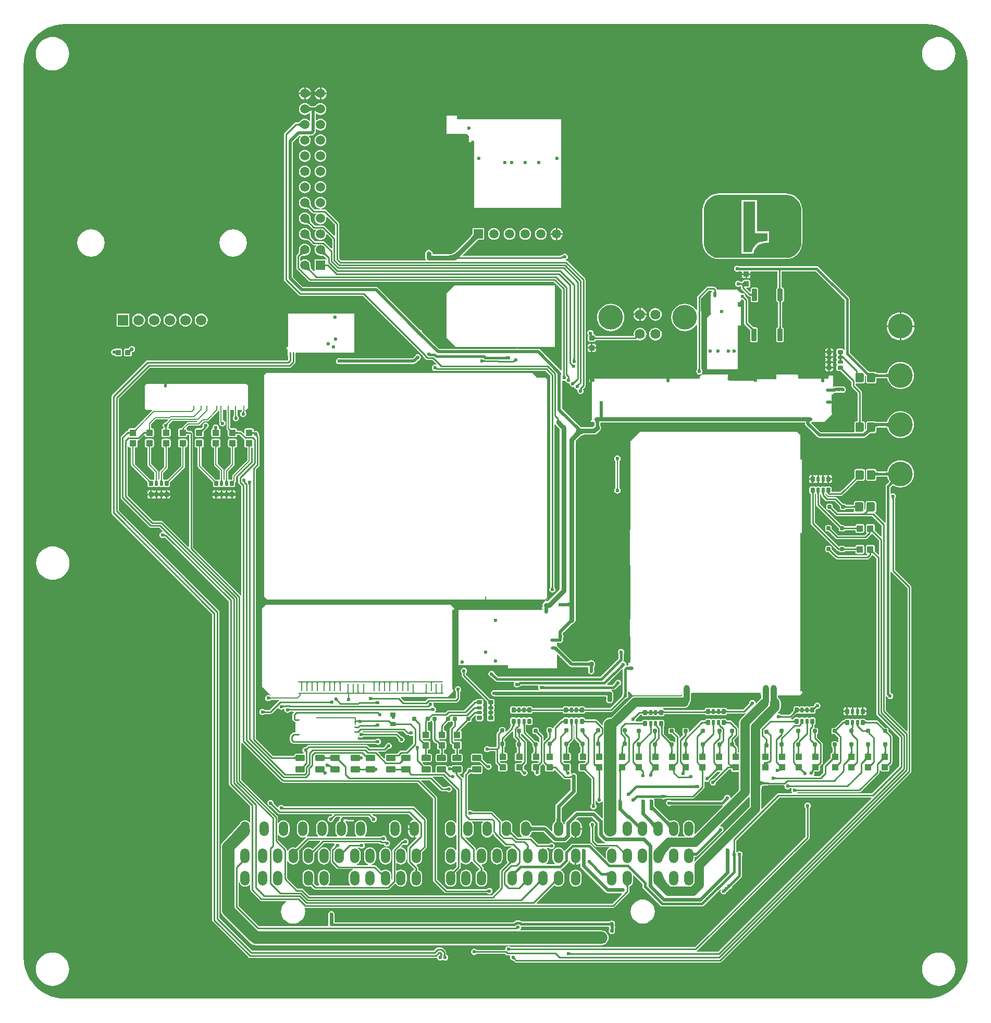
<source format=gtl>
G04*
G04 #@! TF.GenerationSoftware,Altium Limited,Altium Designer,20.0.10 (225)*
G04*
G04 Layer_Physical_Order=1*
G04 Layer_Color=255*
%FSLAX25Y25*%
%MOIN*%
G70*
G01*
G75*
%ADD14C,0.00787*%
%ADD16C,0.01575*%
G04:AMPARAMS|DCode=22|XSize=27.56mil|YSize=36.22mil|CornerRadius=2.76mil|HoleSize=0mil|Usage=FLASHONLY|Rotation=90.000|XOffset=0mil|YOffset=0mil|HoleType=Round|Shape=RoundedRectangle|*
%AMROUNDEDRECTD22*
21,1,0.02756,0.03071,0,0,90.0*
21,1,0.02205,0.03622,0,0,90.0*
1,1,0.00551,0.01535,0.01102*
1,1,0.00551,0.01535,-0.01102*
1,1,0.00551,-0.01535,-0.01102*
1,1,0.00551,-0.01535,0.01102*
%
%ADD22ROUNDEDRECTD22*%
G04:AMPARAMS|DCode=23|XSize=31.5mil|YSize=78.74mil|CornerRadius=3.15mil|HoleSize=0mil|Usage=FLASHONLY|Rotation=0.000|XOffset=0mil|YOffset=0mil|HoleType=Round|Shape=RoundedRectangle|*
%AMROUNDEDRECTD23*
21,1,0.03150,0.07244,0,0,0.0*
21,1,0.02520,0.07874,0,0,0.0*
1,1,0.00630,0.01260,-0.03622*
1,1,0.00630,-0.01260,-0.03622*
1,1,0.00630,-0.01260,0.03622*
1,1,0.00630,0.01260,0.03622*
%
%ADD23ROUNDEDRECTD23*%
G04:AMPARAMS|DCode=24|XSize=51.18mil|YSize=59.06mil|CornerRadius=5.12mil|HoleSize=0mil|Usage=FLASHONLY|Rotation=0.000|XOffset=0mil|YOffset=0mil|HoleType=Round|Shape=RoundedRectangle|*
%AMROUNDEDRECTD24*
21,1,0.05118,0.04882,0,0,0.0*
21,1,0.04095,0.05906,0,0,0.0*
1,1,0.01024,0.02047,-0.02441*
1,1,0.01024,-0.02047,-0.02441*
1,1,0.01024,-0.02047,0.02441*
1,1,0.01024,0.02047,0.02441*
%
%ADD24ROUNDEDRECTD24*%
%ADD25C,0.15748*%
G04:AMPARAMS|DCode=26|XSize=23.62mil|YSize=23.62mil|CornerRadius=2.36mil|HoleSize=0mil|Usage=FLASHONLY|Rotation=90.000|XOffset=0mil|YOffset=0mil|HoleType=Round|Shape=RoundedRectangle|*
%AMROUNDEDRECTD26*
21,1,0.02362,0.01890,0,0,90.0*
21,1,0.01890,0.02362,0,0,90.0*
1,1,0.00472,0.00945,0.00945*
1,1,0.00472,0.00945,-0.00945*
1,1,0.00472,-0.00945,-0.00945*
1,1,0.00472,-0.00945,0.00945*
%
%ADD26ROUNDEDRECTD26*%
G04:AMPARAMS|DCode=27|XSize=39.37mil|YSize=43.31mil|CornerRadius=3.94mil|HoleSize=0mil|Usage=FLASHONLY|Rotation=270.000|XOffset=0mil|YOffset=0mil|HoleType=Round|Shape=RoundedRectangle|*
%AMROUNDEDRECTD27*
21,1,0.03937,0.03543,0,0,270.0*
21,1,0.03150,0.04331,0,0,270.0*
1,1,0.00787,-0.01772,-0.01575*
1,1,0.00787,-0.01772,0.01575*
1,1,0.00787,0.01772,0.01575*
1,1,0.00787,0.01772,-0.01575*
%
%ADD27ROUNDEDRECTD27*%
G04:AMPARAMS|DCode=28|XSize=39.37mil|YSize=57.09mil|CornerRadius=3.94mil|HoleSize=0mil|Usage=FLASHONLY|Rotation=90.000|XOffset=0mil|YOffset=0mil|HoleType=Round|Shape=RoundedRectangle|*
%AMROUNDEDRECTD28*
21,1,0.03937,0.04921,0,0,90.0*
21,1,0.03150,0.05709,0,0,90.0*
1,1,0.00787,0.02461,0.01575*
1,1,0.00787,0.02461,-0.01575*
1,1,0.00787,-0.02461,-0.01575*
1,1,0.00787,-0.02461,0.01575*
%
%ADD28ROUNDEDRECTD28*%
G04:AMPARAMS|DCode=29|XSize=25.59mil|YSize=31.5mil|CornerRadius=2.56mil|HoleSize=0mil|Usage=FLASHONLY|Rotation=270.000|XOffset=0mil|YOffset=0mil|HoleType=Round|Shape=RoundedRectangle|*
%AMROUNDEDRECTD29*
21,1,0.02559,0.02638,0,0,270.0*
21,1,0.02047,0.03150,0,0,270.0*
1,1,0.00512,-0.01319,-0.01024*
1,1,0.00512,-0.01319,0.01024*
1,1,0.00512,0.01319,0.01024*
1,1,0.00512,0.01319,-0.01024*
%
%ADD29ROUNDEDRECTD29*%
G04:AMPARAMS|DCode=30|XSize=17.72mil|YSize=31.5mil|CornerRadius=1.77mil|HoleSize=0mil|Usage=FLASHONLY|Rotation=270.000|XOffset=0mil|YOffset=0mil|HoleType=Round|Shape=RoundedRectangle|*
%AMROUNDEDRECTD30*
21,1,0.01772,0.02795,0,0,270.0*
21,1,0.01417,0.03150,0,0,270.0*
1,1,0.00354,-0.01398,-0.00709*
1,1,0.00354,-0.01398,0.00709*
1,1,0.00354,0.01398,0.00709*
1,1,0.00354,0.01398,-0.00709*
%
%ADD30ROUNDEDRECTD30*%
G04:AMPARAMS|DCode=31|XSize=33.47mil|YSize=33.47mil|CornerRadius=3.35mil|HoleSize=0mil|Usage=FLASHONLY|Rotation=180.000|XOffset=0mil|YOffset=0mil|HoleType=Round|Shape=RoundedRectangle|*
%AMROUNDEDRECTD31*
21,1,0.03347,0.02677,0,0,180.0*
21,1,0.02677,0.03347,0,0,180.0*
1,1,0.00669,-0.01339,0.01339*
1,1,0.00669,0.01339,0.01339*
1,1,0.00669,0.01339,-0.01339*
1,1,0.00669,-0.01339,-0.01339*
%
%ADD31ROUNDEDRECTD31*%
G04:AMPARAMS|DCode=32|XSize=25.59mil|YSize=31.5mil|CornerRadius=2.56mil|HoleSize=0mil|Usage=FLASHONLY|Rotation=180.000|XOffset=0mil|YOffset=0mil|HoleType=Round|Shape=RoundedRectangle|*
%AMROUNDEDRECTD32*
21,1,0.02559,0.02638,0,0,180.0*
21,1,0.02047,0.03150,0,0,180.0*
1,1,0.00512,-0.01024,0.01319*
1,1,0.00512,0.01024,0.01319*
1,1,0.00512,0.01024,-0.01319*
1,1,0.00512,-0.01024,-0.01319*
%
%ADD32ROUNDEDRECTD32*%
G04:AMPARAMS|DCode=33|XSize=17.72mil|YSize=31.5mil|CornerRadius=1.77mil|HoleSize=0mil|Usage=FLASHONLY|Rotation=180.000|XOffset=0mil|YOffset=0mil|HoleType=Round|Shape=RoundedRectangle|*
%AMROUNDEDRECTD33*
21,1,0.01772,0.02795,0,0,180.0*
21,1,0.01417,0.03150,0,0,180.0*
1,1,0.00354,-0.00709,0.01398*
1,1,0.00354,0.00709,0.01398*
1,1,0.00354,0.00709,-0.01398*
1,1,0.00354,-0.00709,-0.01398*
%
%ADD33ROUNDEDRECTD33*%
G04:AMPARAMS|DCode=34|XSize=33.47mil|YSize=33.47mil|CornerRadius=3.35mil|HoleSize=0mil|Usage=FLASHONLY|Rotation=90.000|XOffset=0mil|YOffset=0mil|HoleType=Round|Shape=RoundedRectangle|*
%AMROUNDEDRECTD34*
21,1,0.03347,0.02677,0,0,90.0*
21,1,0.02677,0.03347,0,0,90.0*
1,1,0.00669,0.01339,0.01339*
1,1,0.00669,0.01339,-0.01339*
1,1,0.00669,-0.01339,-0.01339*
1,1,0.00669,-0.01339,0.01339*
%
%ADD34ROUNDEDRECTD34*%
G04:AMPARAMS|DCode=35|XSize=23.62mil|YSize=23.62mil|CornerRadius=2.36mil|HoleSize=0mil|Usage=FLASHONLY|Rotation=0.000|XOffset=0mil|YOffset=0mil|HoleType=Round|Shape=RoundedRectangle|*
%AMROUNDEDRECTD35*
21,1,0.02362,0.01890,0,0,0.0*
21,1,0.01890,0.02362,0,0,0.0*
1,1,0.00472,0.00945,-0.00945*
1,1,0.00472,-0.00945,-0.00945*
1,1,0.00472,-0.00945,0.00945*
1,1,0.00472,0.00945,0.00945*
%
%ADD35ROUNDEDRECTD35*%
G04:AMPARAMS|DCode=36|XSize=39.37mil|YSize=43.31mil|CornerRadius=3.94mil|HoleSize=0mil|Usage=FLASHONLY|Rotation=180.000|XOffset=0mil|YOffset=0mil|HoleType=Round|Shape=RoundedRectangle|*
%AMROUNDEDRECTD36*
21,1,0.03937,0.03543,0,0,180.0*
21,1,0.03150,0.04331,0,0,180.0*
1,1,0.00787,-0.01575,0.01772*
1,1,0.00787,0.01575,0.01772*
1,1,0.00787,0.01575,-0.01772*
1,1,0.00787,-0.01575,-0.01772*
%
%ADD36ROUNDEDRECTD36*%
%ADD67C,0.06693*%
%ADD68R,0.06693X0.06693*%
%ADD72C,0.02362*%
%ADD73R,0.01968X0.01968*%
%ADD74O,0.54331X0.00787*%
%ADD75O,0.00787X0.36221*%
%ADD76O,0.03937X0.01968*%
%ADD77O,0.00787X0.01968*%
%ADD78O,0.32559X0.00787*%
G04:AMPARAMS|DCode=79|XSize=7.87mil|YSize=511.81mil|CornerRadius=3.94mil|HoleSize=0mil|Usage=FLASHONLY|Rotation=180.000|XOffset=0mil|YOffset=0mil|HoleType=Round|Shape=RoundedRectangle|*
%AMROUNDEDRECTD79*
21,1,0.00787,0.50394,0,0,180.0*
21,1,0.00000,0.51181,0,0,180.0*
1,1,0.00787,0.00000,0.25197*
1,1,0.00787,0.00000,0.25197*
1,1,0.00787,0.00000,-0.25197*
1,1,0.00787,0.00000,-0.25197*
%
%ADD79ROUNDEDRECTD79*%
G04:AMPARAMS|DCode=80|XSize=9.84mil|YSize=929.13mil|CornerRadius=4.92mil|HoleSize=0mil|Usage=FLASHONLY|Rotation=270.000|XOffset=0mil|YOffset=0mil|HoleType=Round|Shape=RoundedRectangle|*
%AMROUNDEDRECTD80*
21,1,0.00984,0.91929,0,0,270.0*
21,1,0.00000,0.92913,0,0,270.0*
1,1,0.00984,-0.45965,0.00000*
1,1,0.00984,-0.45965,0.00000*
1,1,0.00984,0.45965,0.00000*
1,1,0.00984,0.45965,0.00000*
%
%ADD80ROUNDEDRECTD80*%
G04:AMPARAMS|DCode=81|XSize=7.87mil|YSize=49.21mil|CornerRadius=3.94mil|HoleSize=0mil|Usage=FLASHONLY|Rotation=0.000|XOffset=0mil|YOffset=0mil|HoleType=Round|Shape=RoundedRectangle|*
%AMROUNDEDRECTD81*
21,1,0.00787,0.04134,0,0,0.0*
21,1,0.00000,0.04921,0,0,0.0*
1,1,0.00787,0.00000,-0.02067*
1,1,0.00787,0.00000,-0.02067*
1,1,0.00787,0.00000,0.02067*
1,1,0.00787,0.00000,0.02067*
%
%ADD81ROUNDEDRECTD81*%
%ADD82O,0.19685X0.01575*%
%ADD83O,0.01968X0.11811*%
%ADD84O,0.01575X0.28347*%
%ADD85O,1.39370X0.02362*%
%ADD86O,0.19291X0.02362*%
%ADD87O,0.30709X0.01575*%
%ADD88O,0.69685X0.01575*%
%ADD89O,0.00787X0.12205*%
%ADD90O,0.01968X0.00984*%
%ADD91O,0.00984X0.01968*%
%ADD92O,0.43701X0.00787*%
%ADD93O,0.00787X0.26772*%
%ADD94O,0.38583X0.01575*%
%ADD95O,0.00787X0.22323*%
%ADD96O,0.00787X0.05118*%
%ADD97O,0.25591X0.00787*%
%ADD98O,0.00787X0.28543*%
%ADD99O,0.00984X0.01968*%
%ADD100O,0.00787X0.02756*%
%ADD101O,0.01968X0.03937*%
%ADD102O,0.20669X0.00787*%
%ADD103O,0.00787X0.33071*%
G04:AMPARAMS|DCode=104|XSize=7.87mil|YSize=47.24mil|CornerRadius=0mil|HoleSize=0mil|Usage=FLASHONLY|Rotation=315.000|XOffset=0mil|YOffset=0mil|HoleType=Round|Shape=Round|*
%AMOVALD104*
21,1,0.03937,0.00787,0.00000,0.00000,45.0*
1,1,0.00787,-0.01392,-0.01392*
1,1,0.00787,0.01392,0.01392*
%
%ADD104OVALD104*%

G04:AMPARAMS|DCode=105|XSize=7.87mil|YSize=37.01mil|CornerRadius=3.94mil|HoleSize=0mil|Usage=FLASHONLY|Rotation=225.000|XOffset=0mil|YOffset=0mil|HoleType=Round|Shape=RoundedRectangle|*
%AMROUNDEDRECTD105*
21,1,0.00787,0.02913,0,0,225.0*
21,1,0.00000,0.03701,0,0,225.0*
1,1,0.00787,-0.01030,0.01030*
1,1,0.00787,-0.01030,0.01030*
1,1,0.00787,0.01030,-0.01030*
1,1,0.00787,0.01030,-0.01030*
%
%ADD105ROUNDEDRECTD105*%
G04:AMPARAMS|DCode=106|XSize=7.87mil|YSize=22.84mil|CornerRadius=3.94mil|HoleSize=0mil|Usage=FLASHONLY|Rotation=135.000|XOffset=0mil|YOffset=0mil|HoleType=Round|Shape=RoundedRectangle|*
%AMROUNDEDRECTD106*
21,1,0.00787,0.01496,0,0,135.0*
21,1,0.00000,0.02284,0,0,135.0*
1,1,0.00787,0.00529,0.00529*
1,1,0.00787,0.00529,0.00529*
1,1,0.00787,-0.00529,-0.00529*
1,1,0.00787,-0.00529,-0.00529*
%
%ADD106ROUNDEDRECTD106*%
G04:AMPARAMS|DCode=107|XSize=7.87mil|YSize=21.65mil|CornerRadius=3.94mil|HoleSize=0mil|Usage=FLASHONLY|Rotation=45.000|XOffset=0mil|YOffset=0mil|HoleType=Round|Shape=RoundedRectangle|*
%AMROUNDEDRECTD107*
21,1,0.00787,0.01378,0,0,45.0*
21,1,0.00000,0.02165,0,0,45.0*
1,1,0.00787,0.00487,-0.00487*
1,1,0.00787,0.00487,-0.00487*
1,1,0.00787,-0.00487,0.00487*
1,1,0.00787,-0.00487,0.00487*
%
%ADD107ROUNDEDRECTD107*%
G04:AMPARAMS|DCode=108|XSize=7.87mil|YSize=47.24mil|CornerRadius=3.94mil|HoleSize=0mil|Usage=FLASHONLY|Rotation=45.000|XOffset=0mil|YOffset=0mil|HoleType=Round|Shape=RoundedRectangle|*
%AMROUNDEDRECTD108*
21,1,0.00787,0.03937,0,0,45.0*
21,1,0.00000,0.04724,0,0,45.0*
1,1,0.00787,0.01392,-0.01392*
1,1,0.00787,0.01392,-0.01392*
1,1,0.00787,-0.01392,0.01392*
1,1,0.00787,-0.01392,0.01392*
%
%ADD108ROUNDEDRECTD108*%
G04:AMPARAMS|DCode=109|XSize=7.87mil|YSize=62.99mil|CornerRadius=3.94mil|HoleSize=0mil|Usage=FLASHONLY|Rotation=270.000|XOffset=0mil|YOffset=0mil|HoleType=Round|Shape=RoundedRectangle|*
%AMROUNDEDRECTD109*
21,1,0.00787,0.05512,0,0,270.0*
21,1,0.00000,0.06299,0,0,270.0*
1,1,0.00787,-0.02756,0.00000*
1,1,0.00787,-0.02756,0.00000*
1,1,0.00787,0.02756,0.00000*
1,1,0.00787,0.02756,0.00000*
%
%ADD109ROUNDEDRECTD109*%
G04:AMPARAMS|DCode=110|XSize=7.87mil|YSize=31.5mil|CornerRadius=3.94mil|HoleSize=0mil|Usage=FLASHONLY|Rotation=315.000|XOffset=0mil|YOffset=0mil|HoleType=Round|Shape=RoundedRectangle|*
%AMROUNDEDRECTD110*
21,1,0.00787,0.02362,0,0,315.0*
21,1,0.00000,0.03150,0,0,315.0*
1,1,0.00787,-0.00835,-0.00835*
1,1,0.00787,-0.00835,-0.00835*
1,1,0.00787,0.00835,0.00835*
1,1,0.00787,0.00835,0.00835*
%
%ADD110ROUNDEDRECTD110*%
G04:AMPARAMS|DCode=111|XSize=7.87mil|YSize=1712.6mil|CornerRadius=3.94mil|HoleSize=0mil|Usage=FLASHONLY|Rotation=270.000|XOffset=0mil|YOffset=0mil|HoleType=Round|Shape=RoundedRectangle|*
%AMROUNDEDRECTD111*
21,1,0.00787,1.70472,0,0,270.0*
21,1,0.00000,1.71260,0,0,270.0*
1,1,0.00787,-0.85236,0.00000*
1,1,0.00787,-0.85236,0.00000*
1,1,0.00787,0.85236,0.00000*
1,1,0.00787,0.85236,0.00000*
%
%ADD111ROUNDEDRECTD111*%
G04:AMPARAMS|DCode=112|XSize=7.87mil|YSize=1413.39mil|CornerRadius=3.94mil|HoleSize=0mil|Usage=FLASHONLY|Rotation=180.000|XOffset=0mil|YOffset=0mil|HoleType=Round|Shape=RoundedRectangle|*
%AMROUNDEDRECTD112*
21,1,0.00787,1.40551,0,0,180.0*
21,1,0.00000,1.41339,0,0,180.0*
1,1,0.00787,0.00000,0.70276*
1,1,0.00787,0.00000,0.70276*
1,1,0.00787,0.00000,-0.70276*
1,1,0.00787,0.00000,-0.70276*
%
%ADD112ROUNDEDRECTD112*%
G04:AMPARAMS|DCode=113|XSize=7.87mil|YSize=1795.28mil|CornerRadius=3.94mil|HoleSize=0mil|Usage=FLASHONLY|Rotation=270.000|XOffset=0mil|YOffset=0mil|HoleType=Round|Shape=RoundedRectangle|*
%AMROUNDEDRECTD113*
21,1,0.00787,1.78740,0,0,270.0*
21,1,0.00000,1.79528,0,0,270.0*
1,1,0.00787,-0.89370,0.00000*
1,1,0.00787,-0.89370,0.00000*
1,1,0.00787,0.89370,0.00000*
1,1,0.00787,0.89370,0.00000*
%
%ADD113ROUNDEDRECTD113*%
G04:AMPARAMS|DCode=114|XSize=7.87mil|YSize=1424.8mil|CornerRadius=3.94mil|HoleSize=0mil|Usage=FLASHONLY|Rotation=180.000|XOffset=0mil|YOffset=0mil|HoleType=Round|Shape=RoundedRectangle|*
%AMROUNDEDRECTD114*
21,1,0.00787,1.41693,0,0,180.0*
21,1,0.00000,1.42480,0,0,180.0*
1,1,0.00787,0.00000,0.70847*
1,1,0.00787,0.00000,0.70847*
1,1,0.00787,0.00000,-0.70847*
1,1,0.00787,0.00000,-0.70847*
%
%ADD114ROUNDEDRECTD114*%
G04:AMPARAMS|DCode=115|XSize=9.84mil|YSize=27.56mil|CornerRadius=4.92mil|HoleSize=0mil|Usage=FLASHONLY|Rotation=180.000|XOffset=0mil|YOffset=0mil|HoleType=Round|Shape=RoundedRectangle|*
%AMROUNDEDRECTD115*
21,1,0.00984,0.01772,0,0,180.0*
21,1,0.00000,0.02756,0,0,180.0*
1,1,0.00984,0.00000,0.00886*
1,1,0.00984,0.00000,0.00886*
1,1,0.00984,0.00000,-0.00886*
1,1,0.00984,0.00000,-0.00886*
%
%ADD115ROUNDEDRECTD115*%
%ADD116O,0.68504X0.01575*%
%ADD117O,0.01968X0.59843*%
%ADD118O,0.59843X0.01968*%
%ADD119O,0.01968X0.44882*%
%ADD120O,0.03150X0.02362*%
%ADD121O,0.00787X0.16339*%
G04:AMPARAMS|DCode=122|XSize=39.37mil|YSize=7.87mil|CornerRadius=0mil|HoleSize=0mil|Usage=FLASHONLY|Rotation=315.000|XOffset=0mil|YOffset=0mil|HoleType=Round|Shape=Round|*
%AMOVALD122*
21,1,0.03150,0.00787,0.00000,0.00000,315.0*
1,1,0.00787,-0.01114,0.01114*
1,1,0.00787,0.01114,-0.01114*
%
%ADD122OVALD122*%

%ADD123O,0.03937X0.05906*%
%ADD124O,0.44587X0.00787*%
%ADD125O,0.00787X1.01772*%
%ADD126O,0.00787X0.16732*%
%ADD127O,0.00787X0.34744*%
%ADD128O,0.00787X0.56693*%
%ADD129O,1.01181X0.00787*%
G04:AMPARAMS|DCode=130|XSize=95.67mil|YSize=7.87mil|CornerRadius=0mil|HoleSize=0mil|Usage=FLASHONLY|Rotation=45.000|XOffset=0mil|YOffset=0mil|HoleType=Round|Shape=Round|*
%AMOVALD130*
21,1,0.08780,0.00787,0.00000,0.00000,45.0*
1,1,0.00787,-0.03104,-0.03104*
1,1,0.00787,0.03104,0.03104*
%
%ADD130OVALD130*%

%ADD131O,0.00787X0.01575*%
G04:AMPARAMS|DCode=132|XSize=7.87mil|YSize=651.58mil|CornerRadius=3.94mil|HoleSize=0mil|Usage=FLASHONLY|Rotation=270.000|XOffset=0mil|YOffset=0mil|HoleType=Round|Shape=RoundedRectangle|*
%AMROUNDEDRECTD132*
21,1,0.00787,0.64370,0,0,270.0*
21,1,0.00000,0.65158,0,0,270.0*
1,1,0.00787,-0.32185,0.00000*
1,1,0.00787,-0.32185,0.00000*
1,1,0.00787,0.32185,0.00000*
1,1,0.00787,0.32185,0.00000*
%
%ADD132ROUNDEDRECTD132*%
G04:AMPARAMS|DCode=133|XSize=7.87mil|YSize=86.22mil|CornerRadius=3.94mil|HoleSize=0mil|Usage=FLASHONLY|Rotation=135.000|XOffset=0mil|YOffset=0mil|HoleType=Round|Shape=RoundedRectangle|*
%AMROUNDEDRECTD133*
21,1,0.00787,0.07835,0,0,135.0*
21,1,0.00000,0.08622,0,0,135.0*
1,1,0.00787,0.02770,0.02770*
1,1,0.00787,0.02770,0.02770*
1,1,0.00787,-0.02770,-0.02770*
1,1,0.00787,-0.02770,-0.02770*
%
%ADD133ROUNDEDRECTD133*%
G04:AMPARAMS|DCode=134|XSize=7.87mil|YSize=294.88mil|CornerRadius=3.94mil|HoleSize=0mil|Usage=FLASHONLY|Rotation=180.000|XOffset=0mil|YOffset=0mil|HoleType=Round|Shape=RoundedRectangle|*
%AMROUNDEDRECTD134*
21,1,0.00787,0.28701,0,0,180.0*
21,1,0.00000,0.29488,0,0,180.0*
1,1,0.00787,0.00000,0.14350*
1,1,0.00787,0.00000,0.14350*
1,1,0.00787,0.00000,-0.14350*
1,1,0.00787,0.00000,-0.14350*
%
%ADD134ROUNDEDRECTD134*%
G04:AMPARAMS|DCode=135|XSize=7.87mil|YSize=88.19mil|CornerRadius=3.94mil|HoleSize=0mil|Usage=FLASHONLY|Rotation=225.000|XOffset=0mil|YOffset=0mil|HoleType=Round|Shape=RoundedRectangle|*
%AMROUNDEDRECTD135*
21,1,0.00787,0.08032,0,0,225.0*
21,1,0.00000,0.08819,0,0,225.0*
1,1,0.00787,-0.02840,0.02840*
1,1,0.00787,-0.02840,0.02840*
1,1,0.00787,0.02840,-0.02840*
1,1,0.00787,0.02840,-0.02840*
%
%ADD135ROUNDEDRECTD135*%
G04:AMPARAMS|DCode=136|XSize=7.87mil|YSize=408.27mil|CornerRadius=3.94mil|HoleSize=0mil|Usage=FLASHONLY|Rotation=0.000|XOffset=0mil|YOffset=0mil|HoleType=Round|Shape=RoundedRectangle|*
%AMROUNDEDRECTD136*
21,1,0.00787,0.40039,0,0,0.0*
21,1,0.00000,0.40827,0,0,0.0*
1,1,0.00787,0.00000,-0.20020*
1,1,0.00787,0.00000,-0.20020*
1,1,0.00787,0.00000,0.20020*
1,1,0.00787,0.00000,0.20020*
%
%ADD136ROUNDEDRECTD136*%
G04:AMPARAMS|DCode=137|XSize=7.87mil|YSize=648.03mil|CornerRadius=3.94mil|HoleSize=0mil|Usage=FLASHONLY|Rotation=270.000|XOffset=0mil|YOffset=0mil|HoleType=Round|Shape=RoundedRectangle|*
%AMROUNDEDRECTD137*
21,1,0.00787,0.64016,0,0,270.0*
21,1,0.00000,0.64803,0,0,270.0*
1,1,0.00787,-0.32008,0.00000*
1,1,0.00787,-0.32008,0.00000*
1,1,0.00787,0.32008,0.00000*
1,1,0.00787,0.32008,0.00000*
%
%ADD137ROUNDEDRECTD137*%
%ADD138C,0.00984*%
%ADD139C,0.03150*%
%ADD140C,0.01968*%
%ADD141C,0.05906*%
%ADD142C,0.07874*%
%ADD143C,0.03937*%
%ADD144O,0.05906X0.09449*%
%ADD145C,0.06400*%
%ADD146C,0.02362*%
%ADD147C,0.05906*%
%ADD148R,0.05906X0.05906*%
%ADD149R,0.05906X0.05906*%
G36*
X581693Y624629D02*
X584608Y624133D01*
X587449Y623315D01*
X590181Y622183D01*
X592769Y620753D01*
X595181Y619042D01*
X597386Y617071D01*
X599357Y614866D01*
X601068Y612455D01*
X602498Y609867D01*
X603630Y607134D01*
X604449Y604293D01*
X604944Y601378D01*
X605106Y598483D01*
X605095Y598425D01*
Y27559D01*
X605106Y27502D01*
X604944Y24607D01*
X604449Y21691D01*
X603630Y18850D01*
X602498Y16118D01*
X601068Y13530D01*
X599357Y11118D01*
X597386Y8913D01*
X595181Y6943D01*
X592769Y5231D01*
X590181Y3801D01*
X587449Y2669D01*
X584608Y1851D01*
X581693Y1355D01*
X578797Y1193D01*
X578740Y1204D01*
X27559D01*
X27502Y1193D01*
X24607Y1355D01*
X21691Y1851D01*
X18850Y2669D01*
X16118Y3801D01*
X13530Y5231D01*
X11118Y6943D01*
X8913Y8913D01*
X6943Y11118D01*
X5231Y13530D01*
X3801Y16118D01*
X2669Y18850D01*
X1851Y21691D01*
X1355Y24607D01*
X1193Y27502D01*
X1204Y27559D01*
Y598425D01*
X1193Y598483D01*
X1355Y601378D01*
X1851Y604293D01*
X2669Y607134D01*
X3801Y609867D01*
X5231Y612455D01*
X6943Y614866D01*
X8913Y617071D01*
X11118Y619042D01*
X13530Y620753D01*
X16118Y622183D01*
X18850Y623315D01*
X21691Y624133D01*
X24607Y624629D01*
X27502Y624791D01*
X27559Y624780D01*
X578740D01*
X578797Y624791D01*
X581693Y624629D01*
D02*
G37*
%LPC*%
G36*
X586614Y616568D02*
X584946Y616437D01*
X583319Y616046D01*
X581773Y615406D01*
X580347Y614532D01*
X579074Y613445D01*
X577988Y612173D01*
X577114Y610746D01*
X576473Y609200D01*
X576083Y607574D01*
X575951Y605905D01*
X576083Y604238D01*
X576473Y602610D01*
X577114Y601065D01*
X577988Y599638D01*
X579074Y598366D01*
X580347Y597279D01*
X581773Y596405D01*
X583319Y595765D01*
X584946Y595374D01*
X586614Y595243D01*
X588282Y595374D01*
X589909Y595765D01*
X591455Y596405D01*
X592882Y597279D01*
X594154Y598366D01*
X595240Y599638D01*
X596115Y601065D01*
X596755Y602610D01*
X597146Y604238D01*
X597277Y605905D01*
X597146Y607574D01*
X596755Y609200D01*
X596115Y610746D01*
X595240Y612173D01*
X594154Y613445D01*
X592882Y614532D01*
X591455Y615406D01*
X589909Y616046D01*
X588282Y616437D01*
X586614Y616568D01*
D02*
G37*
G36*
X19685D02*
X18017Y616437D01*
X16390Y616046D01*
X14844Y615406D01*
X13418Y614532D01*
X12145Y613445D01*
X11059Y612173D01*
X10184Y610746D01*
X9544Y609200D01*
X9154Y607574D01*
X9022Y605905D01*
X9154Y604238D01*
X9544Y602610D01*
X10184Y601065D01*
X11059Y599638D01*
X12145Y598366D01*
X13418Y597279D01*
X14844Y596405D01*
X16390Y595765D01*
X18017Y595374D01*
X19685Y595243D01*
X21353Y595374D01*
X22980Y595765D01*
X24526Y596405D01*
X25953Y597279D01*
X27225Y598366D01*
X28311Y599638D01*
X29186Y601065D01*
X29826Y602610D01*
X30217Y604238D01*
X30348Y605905D01*
X30217Y607574D01*
X29826Y609200D01*
X29186Y610746D01*
X28311Y612173D01*
X27225Y613445D01*
X25953Y614532D01*
X24526Y615406D01*
X22980Y616046D01*
X21353Y616437D01*
X19685Y616568D01*
D02*
G37*
G36*
X181642Y584394D02*
Y580972D01*
X183250D01*
Y582539D01*
X183501Y582296D01*
X183752Y582079D01*
X184003Y581887D01*
X184254Y581720D01*
X184505Y581580D01*
X184756Y581465D01*
X185006Y581375D01*
X185010Y581374D01*
X184993Y581504D01*
X184595Y582466D01*
X183961Y583292D01*
X183135Y583925D01*
X182174Y584323D01*
X181642Y584394D01*
D02*
G37*
G36*
X191642D02*
Y580972D01*
X195063D01*
X194993Y581504D01*
X194595Y582466D01*
X193961Y583292D01*
X193135Y583925D01*
X192174Y584323D01*
X191642Y584394D01*
D02*
G37*
G36*
X190642D02*
X190110Y584323D01*
X189148Y583925D01*
X188323Y583292D01*
X187689Y582466D01*
X187291Y581504D01*
X187274Y581374D01*
X187277Y581375D01*
X187528Y581465D01*
X187779Y581580D01*
X188030Y581720D01*
X188280Y581887D01*
X188531Y582079D01*
X188782Y582296D01*
X189033Y582539D01*
Y580972D01*
X190642D01*
Y584394D01*
D02*
G37*
G36*
X180642D02*
X180110Y584323D01*
X179148Y583925D01*
X178323Y583292D01*
X177689Y582466D01*
X177291Y581504D01*
X177221Y580972D01*
X180642D01*
Y584394D01*
D02*
G37*
G36*
X190642Y579973D02*
X189033D01*
Y578406D01*
X188782Y578649D01*
X188531Y578866D01*
X188280Y579058D01*
X188030Y579224D01*
X187779Y579365D01*
X187528Y579480D01*
X187277Y579570D01*
X187274Y579571D01*
X187291Y579441D01*
X187689Y578479D01*
X188323Y577653D01*
X189148Y577020D01*
X190110Y576621D01*
X190642Y576551D01*
Y579973D01*
D02*
G37*
G36*
X180642D02*
X177221D01*
X177291Y579441D01*
X177689Y578479D01*
X178323Y577653D01*
X179148Y577020D01*
X180110Y576621D01*
X180642Y576551D01*
Y579973D01*
D02*
G37*
G36*
X195063D02*
X191642D01*
Y576551D01*
X192174Y576621D01*
X193135Y577020D01*
X193961Y577653D01*
X194595Y578479D01*
X194993Y579441D01*
X195063Y579973D01*
D02*
G37*
G36*
X183250D02*
X181642D01*
Y576551D01*
X182174Y576621D01*
X183135Y577020D01*
X183961Y577653D01*
X184595Y578479D01*
X184993Y579441D01*
X185010Y579571D01*
X185006Y579570D01*
X184756Y579480D01*
X184505Y579365D01*
X184254Y579224D01*
X184003Y579058D01*
X183752Y578866D01*
X183501Y578649D01*
X183250Y578406D01*
Y579973D01*
D02*
G37*
G36*
X191142Y574245D02*
X190165Y574116D01*
X189255Y573739D01*
X188474Y573140D01*
X188433Y573086D01*
X188364Y573024D01*
X188178Y572879D01*
X187992Y572754D01*
X187805Y572647D01*
X187617Y572558D01*
X187427Y572486D01*
X187234Y572431D01*
X187036Y572391D01*
X186922Y572377D01*
X185361D01*
X185247Y572391D01*
X185050Y572431D01*
X184856Y572486D01*
X184666Y572558D01*
X184478Y572647D01*
X184291Y572754D01*
X184105Y572879D01*
X183920Y573024D01*
X183851Y573086D01*
X183809Y573140D01*
X183028Y573739D01*
X182118Y574116D01*
X181142Y574245D01*
X180165Y574116D01*
X179255Y573739D01*
X178474Y573140D01*
X177875Y572359D01*
X177498Y571449D01*
X177369Y570472D01*
X177498Y569496D01*
X177875Y568586D01*
X178474Y567805D01*
X179255Y567205D01*
X180165Y566829D01*
X181142Y566700D01*
X182118Y566829D01*
X183028Y567205D01*
X183809Y567805D01*
X183901Y567925D01*
X184012Y568038D01*
X184242Y567997D01*
X184512Y567821D01*
Y563045D01*
X184012Y562875D01*
X183809Y563140D01*
X183028Y563739D01*
X182118Y564116D01*
X181142Y564245D01*
X180165Y564116D01*
X179255Y563739D01*
X178474Y563140D01*
X178423Y563073D01*
X178257Y562920D01*
X177697Y562457D01*
X177457Y562286D01*
X177230Y562142D01*
X177026Y562031D01*
X176846Y561952D01*
X176694Y561901D01*
X176573Y561875D01*
X175335D01*
X174835Y561776D01*
X174412Y561493D01*
X168074Y555155D01*
X167791Y554732D01*
X167692Y554232D01*
Y461417D01*
X167791Y460918D01*
X168074Y460495D01*
X177129Y451440D01*
X177552Y451157D01*
X178051Y451058D01*
X218259D01*
X256794Y412522D01*
X256866Y412163D01*
X257148Y411739D01*
X258590Y410298D01*
X259013Y410015D01*
X259512Y409916D01*
X262649D01*
X265485Y407079D01*
X265167Y406691D01*
X265040Y406776D01*
X264272Y406928D01*
X263504Y406776D01*
X262852Y406341D01*
X262417Y405689D01*
X262265Y404921D01*
X262417Y404153D01*
X262852Y403502D01*
X263504Y403067D01*
X264272Y402914D01*
X264837Y403026D01*
X265334Y402928D01*
X335063D01*
X338164Y399827D01*
Y264627D01*
X338157Y264585D01*
X338147Y264540D01*
X338136Y264505D01*
X338125Y264476D01*
X338114Y264455D01*
X338113Y264454D01*
X338049Y264411D01*
X337614Y263760D01*
X337461Y262992D01*
X337614Y262224D01*
X338049Y261573D01*
X338700Y261138D01*
X339469Y260985D01*
X340237Y261138D01*
X340888Y261573D01*
X341323Y262224D01*
X341476Y262992D01*
X341323Y263760D01*
X340888Y264411D01*
X340824Y264454D01*
X340823Y264455D01*
X340812Y264476D01*
X340801Y264505D01*
X340790Y264540D01*
X340780Y264585D01*
X340773Y264627D01*
Y368522D01*
X341273Y368674D01*
X341604Y368179D01*
X344236Y365547D01*
Y263193D01*
X336502Y255460D01*
X335795D01*
X335531Y255460D01*
X335531Y255460D01*
X335493Y255488D01*
X335446Y256012D01*
X335679Y256245D01*
X336417Y256983D01*
X336417Y397933D01*
X335335Y399016D01*
X329626Y399016D01*
X326870Y401772D01*
X156047Y401772D01*
X154531Y400289D01*
X154321Y258317D01*
X156622Y256016D01*
Y255942D01*
X334813D01*
X334909Y255846D01*
X334742Y255303D01*
X334610Y255276D01*
X333828Y254754D01*
X333306Y253973D01*
X333123Y253051D01*
X333298Y252173D01*
X333288Y252102D01*
X333010Y251673D01*
X332972D01*
X332874Y251575D01*
Y250197D01*
X279232D01*
X279134Y214272D01*
X311024Y214244D01*
Y212626D01*
X342448D01*
X342520Y212697D01*
Y221145D01*
X342982Y221337D01*
X350438Y213880D01*
X351024Y213489D01*
X351715Y213351D01*
X362091D01*
X362363Y213020D01*
X362516Y212252D01*
X362564Y212180D01*
Y211568D01*
X362516Y211496D01*
X362363Y210728D01*
X362516Y209960D01*
X362951Y209309D01*
X363602Y208874D01*
X364370Y208721D01*
X365138Y208874D01*
X365789Y209309D01*
X366224Y209960D01*
X366377Y210728D01*
X366224Y211496D01*
X366176Y211568D01*
Y212180D01*
X366224Y212252D01*
X366377Y213020D01*
X366224Y213788D01*
X366206Y213816D01*
X366213Y213835D01*
X366220Y213850D01*
X366223Y213854D01*
X366245Y213885D01*
X366267Y213934D01*
X366595Y214424D01*
X366779Y215346D01*
X366595Y216268D01*
X366073Y217049D01*
X365967Y217156D01*
X365185Y217678D01*
X364264Y217861D01*
X363342Y217678D01*
X362561Y217156D01*
X362432Y216964D01*
X352464D01*
X342538Y226889D01*
X342520Y226901D01*
Y228804D01*
X343777D01*
X344291Y228702D01*
X345059Y228854D01*
X345711Y229289D01*
X346146Y229941D01*
X346298Y230709D01*
X346215Y231130D01*
Y231940D01*
X346460Y232306D01*
X346612Y233074D01*
X346460Y233843D01*
X346177Y234265D01*
Y235136D01*
X346686Y235645D01*
X346686Y235645D01*
X351377Y240336D01*
X351469Y240426D01*
X352099Y240998D01*
X352136Y241028D01*
X352792Y241159D01*
X353573Y241681D01*
X354095Y242462D01*
X354279Y243384D01*
Y253346D01*
Y358049D01*
X356867Y360638D01*
X357221Y360920D01*
X357660Y361219D01*
X358113Y361476D01*
X358581Y361693D01*
X359066Y361871D01*
X359568Y362009D01*
X360089Y362109D01*
X360539Y362158D01*
X366240D01*
X367162Y362342D01*
X367943Y362864D01*
X369974Y364894D01*
X370496Y365676D01*
X370679Y366598D01*
X370496Y367519D01*
X370177Y367996D01*
X370114Y369575D01*
X370452Y370040D01*
X501066D01*
X501070Y370018D01*
X501093Y369760D01*
Y369345D01*
X501230Y368654D01*
X501622Y368068D01*
X509156Y360534D01*
X509742Y360142D01*
X510433Y360005D01*
X515256D01*
X515256Y360005D01*
X538898D01*
X539589Y360142D01*
X540175Y360534D01*
X541890Y362249D01*
X542254Y362587D01*
X542559Y362831D01*
X542829Y363020D01*
X542873Y363045D01*
X545551D01*
X546058Y363146D01*
X546488Y363433D01*
X546775Y363863D01*
X546876Y364370D01*
Y366561D01*
X546970Y366599D01*
X547146Y366645D01*
X547384Y366683D01*
X547558Y366698D01*
X552858D01*
X553018Y366683D01*
X553251Y366645D01*
X553438Y366596D01*
X553578Y366543D01*
X553674Y366490D01*
X553733Y366446D01*
X553765Y366410D01*
X553785Y366377D01*
X553825Y366264D01*
X553835Y366247D01*
X553839Y366228D01*
X553848Y366215D01*
X554164Y365173D01*
X554968Y363669D01*
X556050Y362350D01*
X557369Y361267D01*
X558874Y360463D01*
X560507Y359968D01*
X562205Y359801D01*
X563903Y359968D01*
X565535Y360463D01*
X567040Y361267D01*
X568359Y362350D01*
X569441Y363669D01*
X570246Y365173D01*
X570741Y366806D01*
X570908Y368504D01*
X570741Y370202D01*
X570246Y371835D01*
X569441Y373339D01*
X568359Y374658D01*
X567040Y375741D01*
X565535Y376545D01*
X563903Y377040D01*
X562205Y377207D01*
X560507Y377040D01*
X558874Y376545D01*
X557369Y375741D01*
X556050Y374658D01*
X554968Y373339D01*
X554164Y371835D01*
X553848Y370793D01*
X553839Y370780D01*
X553835Y370761D01*
X553825Y370744D01*
X553785Y370631D01*
X553765Y370598D01*
X553733Y370562D01*
X553674Y370517D01*
X553578Y370465D01*
X553438Y370411D01*
X553251Y370363D01*
X553018Y370324D01*
X552858Y370310D01*
X547099D01*
X546775Y370326D01*
X546380Y370368D01*
X546256Y370390D01*
X546173Y370410D01*
X546150Y370418D01*
X546128Y370429D01*
X546058Y370476D01*
X545551Y370577D01*
X541457D01*
X540950Y370476D01*
X540520Y370189D01*
X540233Y369759D01*
X540132Y369252D01*
Y365857D01*
X539895Y365636D01*
X539396Y365835D01*
Y369252D01*
X539295Y369759D01*
X539008Y370189D01*
X538578Y370476D01*
X538071Y370577D01*
X537328D01*
Y389368D01*
X537229Y389867D01*
X536946Y390290D01*
X533490Y393747D01*
Y394559D01*
X533876Y394876D01*
X533976Y394856D01*
X538071D01*
X538578Y394957D01*
X539008Y395244D01*
X539295Y395674D01*
X539396Y396181D01*
Y399529D01*
X539895Y399725D01*
X540132Y399501D01*
Y396181D01*
X540233Y395674D01*
X540520Y395244D01*
X540950Y394957D01*
X541457Y394856D01*
X545551D01*
X546058Y394957D01*
X546488Y395244D01*
X546775Y395674D01*
X546876Y396181D01*
Y398328D01*
X546979Y398356D01*
X547152Y398384D01*
X547274Y398394D01*
X553138D01*
X553253Y398384D01*
X553425Y398356D01*
X553555Y398321D01*
X553644Y398287D01*
X553679Y398268D01*
X554164Y396669D01*
X554968Y395165D01*
X556050Y393846D01*
X557369Y392763D01*
X558874Y391959D01*
X560507Y391464D01*
X562205Y391297D01*
X563903Y391464D01*
X565535Y391959D01*
X567040Y392763D01*
X568359Y393846D01*
X569441Y395165D01*
X570246Y396669D01*
X570741Y398302D01*
X570908Y400000D01*
X570741Y401698D01*
X570246Y403331D01*
X569441Y404835D01*
X568359Y406154D01*
X567040Y407236D01*
X565535Y408041D01*
X563903Y408536D01*
X562205Y408703D01*
X560507Y408536D01*
X558874Y408041D01*
X557369Y407236D01*
X556050Y406154D01*
X554968Y404835D01*
X554164Y403331D01*
X553679Y401732D01*
X553644Y401713D01*
X553555Y401679D01*
X553425Y401644D01*
X553253Y401616D01*
X553138Y401606D01*
X547306D01*
X547242Y401611D01*
X547081Y401635D01*
X546945Y401665D01*
X546834Y401700D01*
X546748Y401737D01*
X546684Y401774D01*
X546638Y401807D01*
X546605Y401839D01*
X546546Y401915D01*
X546542Y401919D01*
X546488Y402000D01*
X546318Y402113D01*
X546309Y402121D01*
X546304Y402122D01*
X546058Y402287D01*
X545551Y402388D01*
X542115D01*
X541992Y402474D01*
X541514Y402882D01*
X529657Y414740D01*
Y448819D01*
X529657Y448819D01*
X529535Y449433D01*
X529186Y449954D01*
X529186Y449954D01*
X509698Y469443D01*
X509177Y469791D01*
X508563Y469913D01*
X508563Y469913D01*
X484266D01*
X484210Y469902D01*
X484154Y469913D01*
X458817D01*
X458445Y470161D01*
X457677Y470314D01*
X456909Y470161D01*
X456258Y469726D01*
X455823Y469075D01*
X455670Y468307D01*
X455823Y467539D01*
X456258Y466888D01*
X456909Y466453D01*
X457677Y466300D01*
X458445Y466453D01*
X458802Y466691D01*
X458995Y466701D01*
X460479D01*
X460796Y466315D01*
X460785Y466260D01*
Y465421D01*
X463484D01*
X466184D01*
Y466260D01*
X466173Y466315D01*
X466490Y466701D01*
X483538D01*
Y456374D01*
X483534Y456325D01*
X483182Y456090D01*
X482938Y455725D01*
X482852Y455295D01*
Y448051D01*
X482938Y447621D01*
X483182Y447256D01*
X483546Y447013D01*
X483734Y446975D01*
X483735Y446966D01*
Y430820D01*
X483349Y430743D01*
X482985Y430500D01*
X482741Y430135D01*
X482656Y429705D01*
Y422461D01*
X482741Y422030D01*
X482985Y421666D01*
X483349Y421422D01*
X483779Y421337D01*
X486299D01*
X486729Y421422D01*
X487094Y421666D01*
X487338Y422030D01*
X487423Y422461D01*
Y429705D01*
X487338Y430135D01*
X487094Y430500D01*
X486729Y430743D01*
X486344Y430820D01*
Y446927D01*
X486496D01*
X486926Y447013D01*
X487291Y447256D01*
X487535Y447621D01*
X487620Y448051D01*
Y455295D01*
X487535Y455725D01*
X487291Y456090D01*
X486926Y456334D01*
X486496Y456419D01*
X486147D01*
Y466701D01*
X507898D01*
X526445Y448154D01*
Y416429D01*
X525946Y416380D01*
X525924Y416490D01*
X525693Y416835D01*
X525348Y417065D01*
X524941Y417146D01*
X522303D01*
X521896Y417065D01*
X521551Y416835D01*
X521320Y416490D01*
X521239Y416083D01*
Y414035D01*
X521320Y413628D01*
X521389Y413526D01*
X521529Y413018D01*
X521316Y412699D01*
X521241Y412323D01*
Y410906D01*
X521316Y410529D01*
X521409Y410390D01*
X521490Y410039D01*
X521409Y409689D01*
X521316Y409550D01*
X521241Y409173D01*
Y407756D01*
X521316Y407380D01*
X521529Y407060D01*
X521389Y406553D01*
X521320Y406450D01*
X521239Y406043D01*
Y403996D01*
X521320Y403589D01*
X521551Y403244D01*
X521896Y403013D01*
X522303Y402932D01*
X523805D01*
X523871Y402887D01*
X524118Y402678D01*
X530880Y395916D01*
Y393206D01*
X530980Y392707D01*
X531263Y392284D01*
X534719Y388827D01*
Y370577D01*
X533976D01*
X533469Y370476D01*
X533040Y370189D01*
X532753Y369759D01*
X532652Y369252D01*
Y364370D01*
X532702Y364117D01*
X532361Y363617D01*
X515256D01*
X515256Y363617D01*
X511181D01*
X505145Y369653D01*
X505296Y370193D01*
X505306Y370200D01*
X505419Y370276D01*
X513633Y370276D01*
X514470Y371113D01*
X518348Y374990D01*
Y387558D01*
X518790Y387697D01*
X519095D01*
Y388646D01*
X519874D01*
X520565Y388784D01*
X520932Y389029D01*
X521241Y389091D01*
X521565Y389307D01*
X521742D01*
X522067Y389091D01*
X522835Y388938D01*
X523603Y389091D01*
X524001Y389357D01*
X524129D01*
X524527Y389091D01*
X525295Y388938D01*
X526063Y389091D01*
X526715Y389526D01*
X527150Y390177D01*
X527302Y390945D01*
X527150Y391713D01*
X526715Y392364D01*
X526063Y392799D01*
X525295Y392952D01*
X525177Y392928D01*
X524971Y392969D01*
X523159D01*
X522953Y392928D01*
X522835Y392952D01*
X522617Y392909D01*
X522559Y392920D01*
X520920D01*
X520776Y392892D01*
X520472Y392952D01*
X519704Y392799D01*
X519535Y392686D01*
X519095Y392922D01*
Y400056D01*
X516431D01*
X516118Y398425D01*
X513971D01*
X513253Y398905D01*
X512402Y399074D01*
X511551Y398905D01*
X510833Y398425D01*
X496961D01*
X496439Y400603D01*
X482710D01*
Y398486D01*
X482354Y398136D01*
X471130Y398319D01*
X471061Y398423D01*
X470339Y398905D01*
X469488Y399074D01*
X468637Y398905D01*
X467916Y398423D01*
X467882Y398372D01*
X452559Y398622D01*
X452067Y398130D01*
X451644Y398553D01*
Y400603D01*
X435128D01*
X433071Y398547D01*
Y398425D01*
X415152D01*
X414434Y398905D01*
X413583Y399074D01*
X412732Y398905D01*
X412014Y398425D01*
X366871D01*
X366153Y398905D01*
X365302Y399074D01*
X364451Y398905D01*
X363730Y398423D01*
X363248Y397702D01*
X363078Y396850D01*
X363248Y395999D01*
X363730Y395278D01*
X364333Y394875D01*
X364069Y370276D01*
X366251D01*
X366254Y370269D01*
X366323Y370073D01*
X366379Y369867D01*
X366424Y369650D01*
X366457Y369422D01*
X366464Y369330D01*
Y369101D01*
X366463Y368972D01*
X366424Y368157D01*
X365243Y366975D01*
X357672D01*
X355903Y368609D01*
X345732Y378780D01*
Y396521D01*
X346173Y396757D01*
X346230Y396719D01*
X346998Y396566D01*
X347463Y396658D01*
X348036Y396343D01*
X348064Y396200D01*
X348499Y395549D01*
X349151Y395114D01*
X349919Y394961D01*
X350217Y395020D01*
X350262Y394975D01*
X350573Y394581D01*
X350705Y393917D01*
X351140Y393266D01*
X351791Y392831D01*
X352559Y392678D01*
X353327Y392831D01*
X353476Y392769D01*
X353576Y392263D01*
X354012Y391612D01*
X354663Y391177D01*
X355246Y391061D01*
X355489Y390848D01*
X355590Y390546D01*
X355473Y389961D01*
X355626Y389193D01*
X356061Y388541D01*
X356712Y388106D01*
X357480Y387954D01*
X358248Y388106D01*
X358899Y388541D01*
X359335Y389193D01*
X359487Y389961D01*
X359335Y390729D01*
X359184Y390954D01*
X359166Y391007D01*
X359135Y391058D01*
X359120Y391090D01*
X359104Y391126D01*
X359090Y391169D01*
X359076Y391219D01*
X359064Y391276D01*
X359055Y391331D01*
X360273Y392548D01*
X360556Y392972D01*
X360655Y393471D01*
Y461221D01*
X360556Y461720D01*
X360273Y462143D01*
X349151Y473265D01*
X348728Y473548D01*
X348228Y473647D01*
X348213Y474030D01*
X348232Y474146D01*
X348860Y474565D01*
X349295Y475216D01*
X349448Y475984D01*
X349295Y476752D01*
X348860Y477403D01*
X348209Y477839D01*
X347441Y477991D01*
X346673Y477839D01*
X346022Y477403D01*
X345868Y477173D01*
X345849D01*
X345349Y477074D01*
X344926Y476791D01*
X344637Y476501D01*
X282189D01*
X281982Y477001D01*
X290353Y485372D01*
X290957Y485933D01*
X291470Y486343D01*
X291931Y486664D01*
X292188Y486811D01*
X293622D01*
X293639Y486808D01*
X293657Y486811D01*
X295866D01*
Y494291D01*
X288386D01*
Y492082D01*
X288382Y492065D01*
X288386Y492047D01*
Y490614D01*
X288239Y490356D01*
X287924Y489904D01*
X287108Y488939D01*
X277295Y479126D01*
X276942Y478843D01*
X276503Y478545D01*
X276049Y478288D01*
X275581Y478071D01*
X275097Y477893D01*
X274594Y477755D01*
X274073Y477655D01*
X273623Y477605D01*
X263066D01*
X262940Y478051D01*
X262757Y478973D01*
X262235Y479754D01*
X261453Y480276D01*
X260531Y480460D01*
X259610Y480276D01*
X258828Y479754D01*
Y479754D01*
X258306Y478973D01*
X258123Y478051D01*
Y475518D01*
X258118Y475492D01*
X258123Y475466D01*
Y475295D01*
X258133Y475246D01*
X258123Y475197D01*
X258306Y474275D01*
X258431Y474088D01*
X258196Y473647D01*
X204370D01*
X202978Y475039D01*
Y497047D01*
X202878Y497546D01*
X202596Y497970D01*
X194722Y505844D01*
X194299Y506126D01*
X193799Y506226D01*
X191371D01*
X191338Y506726D01*
X191429Y506738D01*
X192118Y506829D01*
X193028Y507205D01*
X193809Y507805D01*
X194409Y508586D01*
X194786Y509496D01*
X194914Y510472D01*
X194786Y511449D01*
X194409Y512359D01*
X193809Y513140D01*
X193028Y513739D01*
X192118Y514116D01*
X191142Y514245D01*
X190165Y514116D01*
X189255Y513739D01*
X188474Y513140D01*
X187875Y512359D01*
X187498Y511449D01*
X187369Y510472D01*
X187498Y509496D01*
X187875Y508586D01*
X188474Y507805D01*
X189255Y507205D01*
X190165Y506829D01*
X190854Y506738D01*
X190945Y506726D01*
X190913Y506226D01*
X187332D01*
X185348Y508210D01*
X185280Y508314D01*
X185209Y508457D01*
X185139Y508639D01*
X185074Y508861D01*
X185018Y509121D01*
X184971Y509410D01*
X184909Y510129D01*
X184901Y510376D01*
X184914Y510472D01*
X184786Y511449D01*
X184409Y512359D01*
X183809Y513140D01*
X183028Y513739D01*
X182118Y514116D01*
X181142Y514245D01*
X180165Y514116D01*
X179255Y513739D01*
X178474Y513140D01*
X177875Y512359D01*
X177498Y511449D01*
X177369Y510472D01*
X177498Y509496D01*
X177875Y508586D01*
X178474Y507805D01*
X179255Y507205D01*
X180165Y506829D01*
X181142Y506700D01*
X181281Y506718D01*
X182025Y506715D01*
X182341Y506693D01*
X182630Y506657D01*
X182882Y506608D01*
X183097Y506550D01*
X183274Y506486D01*
X183413Y506418D01*
X183518Y506350D01*
X185869Y503999D01*
X186292Y503716D01*
X186791Y503617D01*
X188318D01*
X188428Y503291D01*
X188456Y503117D01*
X187875Y502359D01*
X187498Y501449D01*
X187369Y500472D01*
X187498Y499496D01*
X187875Y498586D01*
X188474Y497805D01*
X189255Y497205D01*
X190165Y496829D01*
X191142Y496700D01*
X192118Y496829D01*
X193028Y497205D01*
X193809Y497805D01*
X194409Y498586D01*
X194786Y499496D01*
X194914Y500472D01*
X194796Y501373D01*
X194958Y501516D01*
X195248Y501628D01*
X200369Y496507D01*
Y489729D01*
X199907Y489538D01*
X193817Y495627D01*
X193394Y495910D01*
X192895Y496009D01*
X187450D01*
X185306Y498153D01*
X185239Y498257D01*
X185169Y498398D01*
X185102Y498578D01*
X185041Y498796D01*
X184988Y499052D01*
X184948Y499336D01*
X184900Y500046D01*
X184898Y500349D01*
X184914Y500472D01*
X184786Y501449D01*
X184409Y502359D01*
X183809Y503140D01*
X183028Y503740D01*
X182118Y504116D01*
X181142Y504245D01*
X180165Y504116D01*
X179255Y503740D01*
X178474Y503140D01*
X177875Y502359D01*
X177498Y501449D01*
X177369Y500472D01*
X177498Y499496D01*
X177875Y498586D01*
X178474Y497805D01*
X179255Y497205D01*
X180165Y496829D01*
X181142Y496700D01*
X181265Y496716D01*
X181568Y496714D01*
X182278Y496666D01*
X182562Y496626D01*
X182818Y496573D01*
X183036Y496512D01*
X183216Y496445D01*
X183357Y496375D01*
X183461Y496308D01*
X185987Y493782D01*
X186410Y493499D01*
X186909Y493400D01*
X188044D01*
X188290Y492900D01*
X187875Y492359D01*
X187498Y491449D01*
X187369Y490472D01*
X187498Y489496D01*
X187875Y488586D01*
X188474Y487805D01*
X189255Y487205D01*
X190165Y486829D01*
X191142Y486700D01*
X192118Y486829D01*
X193028Y487205D01*
X193809Y487805D01*
X194409Y488586D01*
X194786Y489496D01*
X194875Y490173D01*
X195403Y490352D01*
X198597Y487157D01*
Y481501D01*
X198135Y481309D01*
X193817Y485627D01*
X193394Y485910D01*
X192895Y486009D01*
X187450D01*
X185306Y488153D01*
X185239Y488257D01*
X185169Y488398D01*
X185102Y488578D01*
X185041Y488796D01*
X184988Y489052D01*
X184948Y489336D01*
X184900Y490047D01*
X184898Y490349D01*
X184914Y490472D01*
X184786Y491449D01*
X184409Y492359D01*
X183809Y493140D01*
X183028Y493740D01*
X182118Y494116D01*
X181142Y494245D01*
X180165Y494116D01*
X179255Y493740D01*
X178474Y493140D01*
X177875Y492359D01*
X177498Y491449D01*
X177369Y490472D01*
X177498Y489496D01*
X177875Y488586D01*
X178474Y487805D01*
X179255Y487205D01*
X180165Y486829D01*
X181142Y486700D01*
X181265Y486716D01*
X181568Y486714D01*
X182278Y486666D01*
X182562Y486626D01*
X182818Y486573D01*
X183036Y486512D01*
X183216Y486445D01*
X183357Y486375D01*
X183461Y486308D01*
X185987Y483782D01*
X186410Y483499D01*
X186909Y483400D01*
X188044D01*
X188290Y482900D01*
X187875Y482359D01*
X187498Y481449D01*
X187369Y480472D01*
X187498Y479496D01*
X187875Y478586D01*
X188474Y477805D01*
X189255Y477205D01*
X190165Y476829D01*
X191142Y476700D01*
X191265Y476716D01*
X191568Y476714D01*
X192278Y476666D01*
X192562Y476626D01*
X192818Y476573D01*
X193036Y476512D01*
X193216Y476445D01*
X193357Y476375D01*
X193461Y476308D01*
X195054Y474716D01*
Y474641D01*
X194882Y474213D01*
X187402D01*
Y467231D01*
X187402Y467181D01*
X186925Y466709D01*
X186749Y466710D01*
X185306Y468153D01*
X185239Y468257D01*
X185169Y468398D01*
X185102Y468578D01*
X185041Y468796D01*
X184988Y469052D01*
X184948Y469336D01*
X184900Y470047D01*
X184898Y470349D01*
X184914Y470472D01*
X184786Y471449D01*
X184409Y472359D01*
X183809Y473140D01*
X183028Y473739D01*
X182118Y474116D01*
X181142Y474245D01*
X180165Y474116D01*
X179255Y473739D01*
X178714Y473324D01*
X178214Y473570D01*
Y475700D01*
X178822Y476308D01*
X178926Y476375D01*
X179067Y476445D01*
X179247Y476512D01*
X179465Y476573D01*
X179722Y476626D01*
X180006Y476666D01*
X180716Y476714D01*
X181018Y476716D01*
X181142Y476700D01*
X182118Y476829D01*
X183028Y477205D01*
X183809Y477805D01*
X184409Y478586D01*
X184786Y479496D01*
X184914Y480472D01*
X184786Y481449D01*
X184409Y482359D01*
X183809Y483140D01*
X183028Y483740D01*
X182118Y484116D01*
X181142Y484245D01*
X180165Y484116D01*
X179255Y483740D01*
X178474Y483140D01*
X177875Y482359D01*
X177498Y481449D01*
X177369Y480472D01*
X177386Y480349D01*
X177383Y480047D01*
X177336Y479336D01*
X177295Y479052D01*
X177243Y478796D01*
X177181Y478578D01*
X177114Y478398D01*
X177045Y478257D01*
X176977Y478153D01*
X175987Y477163D01*
X175704Y476739D01*
X175605Y476240D01*
Y468719D01*
X175704Y468220D01*
X175987Y467797D01*
X183387Y460396D01*
X183811Y460114D01*
X184310Y460014D01*
X340367D01*
X345447Y454933D01*
Y403357D01*
X344947Y403150D01*
X331662Y416435D01*
X331076Y416826D01*
X330385Y416964D01*
X317670D01*
X317599Y417012D01*
X316831Y417165D01*
X316063Y417012D01*
X315991Y416964D01*
X267185D01*
X256103Y428046D01*
X256087Y428130D01*
X255651Y428781D01*
X255000Y429216D01*
X254916Y429233D01*
X228049Y456100D01*
X227463Y456492D01*
X226772Y456629D01*
X179882D01*
X173460Y463051D01*
Y549153D01*
X177723Y553416D01*
X178076Y553370D01*
X178271Y552875D01*
X177875Y552359D01*
X177498Y551449D01*
X177369Y550472D01*
X177498Y549496D01*
X177875Y548586D01*
X178474Y547805D01*
X179255Y547205D01*
X180165Y546829D01*
X181142Y546700D01*
X182118Y546829D01*
X183028Y547205D01*
X183809Y547805D01*
X184409Y548586D01*
X184786Y549496D01*
X184914Y550472D01*
X184786Y551449D01*
X184409Y552359D01*
X183910Y553009D01*
X184095Y553509D01*
X185281D01*
X185972Y553646D01*
X186558Y554038D01*
X187596Y555076D01*
X187988Y555661D01*
X188125Y556353D01*
Y557485D01*
X188625Y557689D01*
X189255Y557205D01*
X190165Y556829D01*
X191142Y556700D01*
X192118Y556829D01*
X193028Y557205D01*
X193809Y557805D01*
X194409Y558586D01*
X194786Y559496D01*
X194914Y560472D01*
X194786Y561449D01*
X194409Y562359D01*
X193809Y563140D01*
X193028Y563739D01*
X192118Y564116D01*
X191142Y564245D01*
X190165Y564116D01*
X189255Y563739D01*
X188625Y563256D01*
X188125Y563459D01*
Y567473D01*
X188148Y567495D01*
X188625Y567689D01*
X189255Y567205D01*
X190165Y566829D01*
X191142Y566700D01*
X192118Y566829D01*
X193028Y567205D01*
X193809Y567805D01*
X194409Y568586D01*
X194786Y569496D01*
X194914Y570472D01*
X194786Y571449D01*
X194409Y572359D01*
X193809Y573140D01*
X193028Y573739D01*
X192118Y574116D01*
X191142Y574245D01*
D02*
G37*
G36*
Y554245D02*
X190165Y554116D01*
X189255Y553740D01*
X188474Y553140D01*
X187875Y552359D01*
X187498Y551449D01*
X187369Y550472D01*
X187498Y549496D01*
X187875Y548586D01*
X188474Y547805D01*
X189255Y547205D01*
X190165Y546829D01*
X191142Y546700D01*
X192118Y546829D01*
X193028Y547205D01*
X193809Y547805D01*
X194409Y548586D01*
X194786Y549496D01*
X194914Y550472D01*
X194786Y551449D01*
X194409Y552359D01*
X193809Y553140D01*
X193028Y553740D01*
X192118Y554116D01*
X191142Y554245D01*
D02*
G37*
G36*
Y544245D02*
X190165Y544116D01*
X189255Y543740D01*
X188474Y543140D01*
X187875Y542359D01*
X187498Y541449D01*
X187369Y540472D01*
X187498Y539496D01*
X187875Y538586D01*
X188474Y537805D01*
X189255Y537205D01*
X190165Y536829D01*
X191142Y536700D01*
X192118Y536829D01*
X193028Y537205D01*
X193809Y537805D01*
X194409Y538586D01*
X194786Y539496D01*
X194914Y540472D01*
X194786Y541449D01*
X194409Y542359D01*
X193809Y543140D01*
X193028Y543740D01*
X192118Y544116D01*
X191142Y544245D01*
D02*
G37*
G36*
X181142D02*
X180165Y544116D01*
X179255Y543740D01*
X178474Y543140D01*
X177875Y542359D01*
X177498Y541449D01*
X177369Y540472D01*
X177498Y539496D01*
X177875Y538586D01*
X178474Y537805D01*
X179255Y537205D01*
X180165Y536829D01*
X181142Y536700D01*
X182118Y536829D01*
X183028Y537205D01*
X183809Y537805D01*
X184409Y538586D01*
X184786Y539496D01*
X184914Y540472D01*
X184786Y541449D01*
X184409Y542359D01*
X183809Y543140D01*
X183028Y543740D01*
X182118Y544116D01*
X181142Y544245D01*
D02*
G37*
G36*
X191142Y534245D02*
X190165Y534116D01*
X189255Y533740D01*
X188474Y533140D01*
X187875Y532359D01*
X187498Y531449D01*
X187369Y530472D01*
X187498Y529496D01*
X187875Y528586D01*
X188474Y527805D01*
X189255Y527205D01*
X190165Y526829D01*
X191142Y526700D01*
X192118Y526829D01*
X193028Y527205D01*
X193809Y527805D01*
X194409Y528586D01*
X194786Y529496D01*
X194914Y530472D01*
X194786Y531449D01*
X194409Y532359D01*
X193809Y533140D01*
X193028Y533740D01*
X192118Y534116D01*
X191142Y534245D01*
D02*
G37*
G36*
X181142D02*
X180165Y534116D01*
X179255Y533740D01*
X178474Y533140D01*
X177875Y532359D01*
X177498Y531449D01*
X177369Y530472D01*
X177498Y529496D01*
X177875Y528586D01*
X178474Y527805D01*
X179255Y527205D01*
X180165Y526829D01*
X181142Y526700D01*
X182118Y526829D01*
X183028Y527205D01*
X183809Y527805D01*
X184409Y528586D01*
X184786Y529496D01*
X184914Y530472D01*
X184786Y531449D01*
X184409Y532359D01*
X183809Y533140D01*
X183028Y533740D01*
X182118Y534116D01*
X181142Y534245D01*
D02*
G37*
G36*
X191142Y524245D02*
X190165Y524116D01*
X189255Y523739D01*
X188474Y523140D01*
X187875Y522359D01*
X187498Y521449D01*
X187369Y520472D01*
X187498Y519496D01*
X187875Y518586D01*
X188474Y517805D01*
X189255Y517205D01*
X190165Y516829D01*
X191142Y516700D01*
X192118Y516829D01*
X193028Y517205D01*
X193809Y517805D01*
X194409Y518586D01*
X194786Y519496D01*
X194914Y520472D01*
X194786Y521449D01*
X194409Y522359D01*
X193809Y523140D01*
X193028Y523739D01*
X192118Y524116D01*
X191142Y524245D01*
D02*
G37*
G36*
X181142D02*
X180165Y524116D01*
X179255Y523739D01*
X178474Y523140D01*
X177875Y522359D01*
X177498Y521449D01*
X177369Y520472D01*
X177498Y519496D01*
X177875Y518586D01*
X178474Y517805D01*
X179255Y517205D01*
X180165Y516829D01*
X181142Y516700D01*
X182118Y516829D01*
X183028Y517205D01*
X183809Y517805D01*
X184409Y518586D01*
X184786Y519496D01*
X184914Y520472D01*
X184786Y521449D01*
X184409Y522359D01*
X183809Y523140D01*
X183028Y523739D01*
X182118Y524116D01*
X181142Y524245D01*
D02*
G37*
G36*
X488907Y516476D02*
X488866Y516467D01*
X488866Y516467D01*
X488417Y516466D01*
X488417Y516466D01*
X446396D01*
X445935Y516468D01*
X445935Y516468D01*
X445907Y516474D01*
X445898Y516472D01*
X445898Y516468D01*
X445896Y516466D01*
X445879Y516462D01*
X444308Y516339D01*
X442711Y515955D01*
X441194Y515327D01*
X439794Y514469D01*
X438546Y513403D01*
X437480Y512154D01*
X436622Y510754D01*
X435993Y509237D01*
X435610Y507641D01*
X435492Y506143D01*
X435473Y506049D01*
X435414Y485232D01*
X435471Y484940D01*
X435600Y483304D01*
X435984Y481707D01*
X436612Y480191D01*
X436771Y479932D01*
X436774Y479922D01*
X436780Y479916D01*
X437470Y478791D01*
X438536Y477542D01*
X439785Y476476D01*
X441185Y475618D01*
X442702Y474990D01*
X444298Y474606D01*
X445705Y474495D01*
X445886Y474460D01*
X488407D01*
X488799Y474459D01*
X488890Y474461D01*
X488898Y474459D01*
X488907Y474461D01*
X488906Y474469D01*
X490497Y474594D01*
X492094Y474978D01*
X493610Y475606D01*
X495010Y476464D01*
X495718Y477068D01*
X495945D01*
Y477262D01*
X496259Y477530D01*
X497325Y478779D01*
X498183Y480179D01*
X498812Y481696D01*
X499195Y483292D01*
X499324Y484929D01*
X499323Y484934D01*
X499330Y484967D01*
Y505462D01*
X499338Y505959D01*
X499330Y506240D01*
X499306Y506362D01*
X499299Y506442D01*
X499205Y507643D01*
X498821Y509239D01*
X498193Y510756D01*
X497335Y512156D01*
X496269Y513405D01*
X495020Y514471D01*
X493620Y515329D01*
X492103Y515957D01*
X490507Y516341D01*
X488916Y516466D01*
X488916Y516474D01*
X488907Y516476D01*
D02*
G37*
G36*
X271752Y566379D02*
X271752Y554547D01*
X284842Y554547D01*
X286218Y553171D01*
Y549134D01*
X287818Y549206D01*
X288287Y548727D01*
Y506319D01*
X346063D01*
X346161Y506417D01*
Y564685D01*
X279134D01*
X279035Y564587D01*
X278579Y565043D01*
X278579Y566373D01*
X275382Y566355D01*
X271752Y566379D01*
D02*
G37*
G36*
X342626Y494472D02*
Y491051D01*
X346047D01*
X345977Y491583D01*
X345579Y492545D01*
X344945Y493370D01*
X344119Y494004D01*
X343158Y494402D01*
X342626Y494472D01*
D02*
G37*
G36*
X341626D02*
X341094Y494402D01*
X340132Y494004D01*
X339307Y493370D01*
X338673Y492545D01*
X338275Y491583D01*
X338205Y491051D01*
X341626D01*
Y494472D01*
D02*
G37*
G36*
X332126Y494324D02*
X331150Y494195D01*
X330240Y493818D01*
X329458Y493219D01*
X328859Y492437D01*
X328482Y491528D01*
X328354Y490551D01*
X328482Y489575D01*
X328859Y488665D01*
X329458Y487884D01*
X330240Y487284D01*
X331150Y486907D01*
X332126Y486779D01*
X333102Y486907D01*
X334012Y487284D01*
X334793Y487884D01*
X335393Y488665D01*
X335770Y489575D01*
X335898Y490551D01*
X335770Y491528D01*
X335393Y492437D01*
X334793Y493219D01*
X334012Y493818D01*
X333102Y494195D01*
X332126Y494324D01*
D02*
G37*
G36*
X322126D02*
X321150Y494195D01*
X320240Y493818D01*
X319459Y493219D01*
X318859Y492437D01*
X318482Y491528D01*
X318354Y490551D01*
X318482Y489575D01*
X318859Y488665D01*
X319459Y487884D01*
X320240Y487284D01*
X321150Y486907D01*
X322126Y486779D01*
X323102Y486907D01*
X324012Y487284D01*
X324794Y487884D01*
X325393Y488665D01*
X325770Y489575D01*
X325898Y490551D01*
X325770Y491528D01*
X325393Y492437D01*
X324794Y493219D01*
X324012Y493818D01*
X323102Y494195D01*
X322126Y494324D01*
D02*
G37*
G36*
X312126D02*
X311150Y494195D01*
X310240Y493818D01*
X309458Y493219D01*
X308859Y492437D01*
X308482Y491528D01*
X308354Y490551D01*
X308482Y489575D01*
X308859Y488665D01*
X309458Y487884D01*
X310240Y487284D01*
X311150Y486907D01*
X312126Y486779D01*
X313102Y486907D01*
X314012Y487284D01*
X314793Y487884D01*
X315393Y488665D01*
X315770Y489575D01*
X315898Y490551D01*
X315770Y491528D01*
X315393Y492437D01*
X314793Y493219D01*
X314012Y493818D01*
X313102Y494195D01*
X312126Y494324D01*
D02*
G37*
G36*
X302126D02*
X301150Y494195D01*
X300240Y493818D01*
X299459Y493219D01*
X298859Y492437D01*
X298482Y491528D01*
X298354Y490551D01*
X298482Y489575D01*
X298859Y488665D01*
X299459Y487884D01*
X300240Y487284D01*
X301150Y486907D01*
X302126Y486779D01*
X303102Y486907D01*
X304012Y487284D01*
X304794Y487884D01*
X305393Y488665D01*
X305770Y489575D01*
X305898Y490551D01*
X305770Y491528D01*
X305393Y492437D01*
X304794Y493219D01*
X304012Y493818D01*
X303102Y494195D01*
X302126Y494324D01*
D02*
G37*
G36*
X346047Y490051D02*
X342626D01*
Y486630D01*
X343158Y486700D01*
X344119Y487099D01*
X344945Y487732D01*
X345579Y488558D01*
X345977Y489519D01*
X346047Y490051D01*
D02*
G37*
G36*
X341626D02*
X338205D01*
X338275Y489519D01*
X338673Y488558D01*
X339307Y487732D01*
X340132Y487099D01*
X341094Y486700D01*
X341626Y486630D01*
Y490051D01*
D02*
G37*
G36*
X135256Y493506D02*
X133558Y493339D01*
X131925Y492844D01*
X130421Y492040D01*
X129102Y490957D01*
X128019Y489639D01*
X127215Y488134D01*
X126720Y486501D01*
X126553Y484803D01*
X126720Y483105D01*
X127215Y481472D01*
X128019Y479968D01*
X129102Y478649D01*
X130421Y477567D01*
X131925Y476762D01*
X133558Y476267D01*
X135256Y476100D01*
X136954Y476267D01*
X138586Y476762D01*
X140091Y477567D01*
X141410Y478649D01*
X142492Y479968D01*
X143297Y481472D01*
X143792Y483105D01*
X143959Y484803D01*
X143792Y486501D01*
X143297Y488134D01*
X142492Y489639D01*
X141410Y490957D01*
X140091Y492040D01*
X138586Y492844D01*
X136954Y493339D01*
X135256Y493506D01*
D02*
G37*
G36*
X44272D02*
X42574Y493339D01*
X40941Y492844D01*
X39436Y492040D01*
X38118Y490957D01*
X37035Y489639D01*
X36231Y488134D01*
X35736Y486501D01*
X35568Y484803D01*
X35736Y483105D01*
X36231Y481472D01*
X37035Y479968D01*
X38118Y478649D01*
X39436Y477567D01*
X40941Y476762D01*
X42574Y476267D01*
X44272Y476100D01*
X45970Y476267D01*
X47602Y476762D01*
X49107Y477567D01*
X50426Y478649D01*
X51508Y479968D01*
X52312Y481472D01*
X52808Y483105D01*
X52975Y484803D01*
X52808Y486501D01*
X52312Y488134D01*
X51508Y489639D01*
X50426Y490957D01*
X49107Y492040D01*
X47602Y492844D01*
X45970Y493339D01*
X44272Y493506D01*
D02*
G37*
G36*
X466184Y464421D02*
X463984D01*
Y462222D01*
X464823D01*
X465344Y462325D01*
X465785Y462620D01*
X466080Y463062D01*
X466184Y463583D01*
Y464421D01*
D02*
G37*
G36*
X462984D02*
X460785D01*
Y463583D01*
X460888Y463062D01*
X461183Y462620D01*
X461625Y462325D01*
X462146Y462222D01*
X462984D01*
Y464421D01*
D02*
G37*
G36*
X464823Y461183D02*
X462146D01*
X461708Y461096D01*
X461337Y460848D01*
X461089Y460477D01*
X461002Y460039D01*
Y460005D01*
X459880D01*
X459835Y460012D01*
X459788Y460022D01*
X459749Y460034D01*
X459717Y460046D01*
X459706Y460051D01*
X459687Y460081D01*
X459036Y460516D01*
X458268Y460669D01*
X457500Y460516D01*
X456848Y460081D01*
X456413Y459430D01*
X456261Y458661D01*
X456413Y457893D01*
X456848Y457242D01*
X457500Y456807D01*
X458268Y456654D01*
X459036Y456807D01*
X459495Y457114D01*
X459995Y456871D01*
Y456220D01*
X460094Y455721D01*
X460377Y455298D01*
X464924Y450751D01*
X465347Y450468D01*
X465846Y450369D01*
X466317D01*
Y448051D01*
X466402Y447621D01*
X466646Y447256D01*
X467011Y447013D01*
X467441Y446927D01*
X469961D01*
X470391Y447013D01*
X470755Y447256D01*
X470999Y447621D01*
X471085Y448051D01*
Y455295D01*
X470999Y455725D01*
X470755Y456090D01*
X470391Y456334D01*
X469961Y456419D01*
X467441D01*
X467011Y456334D01*
X466646Y456090D01*
X466402Y455725D01*
X466317Y455295D01*
Y453701D01*
X465855Y453510D01*
X463608Y455756D01*
X463800Y456218D01*
X464823D01*
X465261Y456305D01*
X465632Y456553D01*
X465880Y456924D01*
X465967Y457362D01*
Y460039D01*
X465880Y460477D01*
X465632Y460848D01*
X465261Y461096D01*
X464823Y461183D01*
D02*
G37*
G36*
X396071Y443265D02*
Y439595D01*
X399741D01*
X399663Y440191D01*
X399240Y441213D01*
X398566Y442090D01*
X397689Y442763D01*
X396667Y443186D01*
X396071Y443265D01*
D02*
G37*
G36*
X395071Y443265D02*
X394474Y443186D01*
X393453Y442763D01*
X392575Y442090D01*
X391902Y441213D01*
X391479Y440191D01*
X391401Y439595D01*
X395071D01*
Y443265D01*
D02*
G37*
G36*
X405413Y443116D02*
X404373Y442979D01*
X403403Y442578D01*
X402569Y441938D01*
X401930Y441105D01*
X401529Y440135D01*
X401392Y439094D01*
X401529Y438054D01*
X401930Y437084D01*
X402569Y436251D01*
X403403Y435611D01*
X404373Y435210D01*
X405413Y435073D01*
X406454Y435210D01*
X407424Y435611D01*
X408257Y436251D01*
X408896Y437084D01*
X409298Y438054D01*
X409435Y439094D01*
X409298Y440135D01*
X408896Y441105D01*
X408257Y441938D01*
X407424Y442578D01*
X406454Y442979D01*
X405413Y443116D01*
D02*
G37*
G36*
X399741Y438594D02*
X396071D01*
Y434924D01*
X396667Y435003D01*
X397689Y435426D01*
X398566Y436099D01*
X399240Y436976D01*
X399663Y437998D01*
X399741Y438594D01*
D02*
G37*
G36*
X395071D02*
X391401D01*
X391479Y437998D01*
X391902Y436976D01*
X392575Y436099D01*
X393453Y435426D01*
X394474Y435003D01*
X395071Y434924D01*
Y438594D01*
D02*
G37*
G36*
X562705Y440364D02*
Y431996D01*
X571072D01*
X570950Y433236D01*
X570443Y434908D01*
X569619Y436450D01*
X568510Y437801D01*
X567159Y438910D01*
X565617Y439734D01*
X563944Y440242D01*
X562705Y440364D01*
D02*
G37*
G36*
X561705D02*
X560465Y440242D01*
X558792Y439734D01*
X557251Y438910D01*
X555899Y437801D01*
X554790Y436450D01*
X553967Y434908D01*
X553459Y433236D01*
X553337Y431996D01*
X561705D01*
Y440364D01*
D02*
G37*
G36*
X68898Y439567D02*
X60630D01*
Y431299D01*
X68898D01*
Y439567D01*
D02*
G37*
G36*
X114764Y439603D02*
X113685Y439461D01*
X112679Y439044D01*
X111816Y438381D01*
X111153Y437518D01*
X110736Y436512D01*
X110594Y435433D01*
X110736Y434354D01*
X111153Y433348D01*
X111816Y432485D01*
X112679Y431822D01*
X113685Y431406D01*
X114764Y431264D01*
X115843Y431406D01*
X116849Y431822D01*
X117712Y432485D01*
X118375Y433348D01*
X118791Y434354D01*
X118933Y435433D01*
X118791Y436512D01*
X118375Y437518D01*
X117712Y438381D01*
X116849Y439044D01*
X115843Y439461D01*
X114764Y439603D01*
D02*
G37*
G36*
X104764D02*
X103685Y439461D01*
X102679Y439044D01*
X101815Y438381D01*
X101153Y437518D01*
X100736Y436512D01*
X100594Y435433D01*
X100736Y434354D01*
X101153Y433348D01*
X101815Y432485D01*
X102679Y431822D01*
X103685Y431406D01*
X104764Y431264D01*
X105843Y431406D01*
X106849Y431822D01*
X107712Y432485D01*
X108375Y433348D01*
X108791Y434354D01*
X108933Y435433D01*
X108791Y436512D01*
X108375Y437518D01*
X107712Y438381D01*
X106849Y439044D01*
X105843Y439461D01*
X104764Y439603D01*
D02*
G37*
G36*
X94764D02*
X93685Y439461D01*
X92679Y439044D01*
X91816Y438381D01*
X91153Y437518D01*
X90736Y436512D01*
X90594Y435433D01*
X90736Y434354D01*
X91153Y433348D01*
X91816Y432485D01*
X92679Y431822D01*
X93685Y431406D01*
X94764Y431264D01*
X95843Y431406D01*
X96848Y431822D01*
X97712Y432485D01*
X98375Y433348D01*
X98791Y434354D01*
X98933Y435433D01*
X98791Y436512D01*
X98375Y437518D01*
X97712Y438381D01*
X96848Y439044D01*
X95843Y439461D01*
X94764Y439603D01*
D02*
G37*
G36*
X84764D02*
X83685Y439461D01*
X82679Y439044D01*
X81815Y438381D01*
X81153Y437518D01*
X80736Y436512D01*
X80594Y435433D01*
X80736Y434354D01*
X81153Y433348D01*
X81815Y432485D01*
X82679Y431822D01*
X83685Y431406D01*
X84764Y431264D01*
X85843Y431406D01*
X86848Y431822D01*
X87712Y432485D01*
X88375Y433348D01*
X88791Y434354D01*
X88933Y435433D01*
X88791Y436512D01*
X88375Y437518D01*
X87712Y438381D01*
X86848Y439044D01*
X85843Y439461D01*
X84764Y439603D01*
D02*
G37*
G36*
X74764D02*
X73685Y439461D01*
X72679Y439044D01*
X71816Y438381D01*
X71153Y437518D01*
X70736Y436512D01*
X70594Y435433D01*
X70736Y434354D01*
X71153Y433348D01*
X71816Y432485D01*
X72679Y431822D01*
X73685Y431406D01*
X74764Y431264D01*
X75843Y431406D01*
X76849Y431822D01*
X77712Y432485D01*
X78375Y433348D01*
X78791Y434354D01*
X78933Y435433D01*
X78791Y436512D01*
X78375Y437518D01*
X77712Y438381D01*
X76849Y439044D01*
X75843Y439461D01*
X74764Y439603D01*
D02*
G37*
G36*
X376791Y445810D02*
X375093Y445642D01*
X373461Y445147D01*
X371956Y444343D01*
X370637Y443260D01*
X369555Y441942D01*
X368751Y440437D01*
X368255Y438804D01*
X368088Y437106D01*
X368255Y435408D01*
X368751Y433776D01*
X369555Y432271D01*
X370637Y430952D01*
X371956Y429870D01*
X373461Y429066D01*
X375093Y428570D01*
X376791Y428403D01*
X378489Y428570D01*
X380122Y429066D01*
X381627Y429870D01*
X382945Y430952D01*
X384028Y432271D01*
X384832Y433776D01*
X385327Y435408D01*
X385495Y437106D01*
X385327Y438804D01*
X384832Y440437D01*
X384028Y441942D01*
X382945Y443260D01*
X381627Y444343D01*
X380122Y445147D01*
X378489Y445642D01*
X376791Y445810D01*
D02*
G37*
G36*
X395571Y430459D02*
X394530Y430322D01*
X393560Y429920D01*
X392727Y429281D01*
X392088Y428448D01*
X391686Y427478D01*
X391549Y426437D01*
X391641Y425742D01*
X391242Y425242D01*
X367211D01*
Y425276D01*
X367124Y425713D01*
X366876Y426085D01*
X366505Y426333D01*
X366259Y426381D01*
X365841Y426846D01*
X365885Y427067D01*
X365732Y427835D01*
X365297Y428486D01*
X364646Y428921D01*
X363878Y429074D01*
X363110Y428921D01*
X362459Y428486D01*
X362024Y427835D01*
X361871Y427067D01*
X362024Y426299D01*
X362374Y425775D01*
X362333Y425713D01*
X362246Y425276D01*
Y422598D01*
X362333Y422161D01*
X362581Y421790D01*
X362952Y421542D01*
X363390Y421454D01*
X366067D01*
X366505Y421542D01*
X366876Y421790D01*
X367124Y422161D01*
X367211Y422598D01*
Y422632D01*
X392470D01*
X392969Y422732D01*
X393392Y423014D01*
X393431Y423053D01*
X393560Y422954D01*
X394530Y422552D01*
X395571Y422415D01*
X396612Y422552D01*
X397582Y422954D01*
X398415Y423593D01*
X399054Y424426D01*
X399456Y425396D01*
X399593Y426437D01*
X399456Y427478D01*
X399054Y428448D01*
X398415Y429281D01*
X397582Y429920D01*
X396612Y430322D01*
X395571Y430459D01*
D02*
G37*
G36*
X571072Y430996D02*
X562705D01*
Y422628D01*
X563944Y422751D01*
X565617Y423258D01*
X567159Y424082D01*
X568510Y425191D01*
X569619Y426542D01*
X570443Y428084D01*
X570950Y429756D01*
X571072Y430996D01*
D02*
G37*
G36*
X561705D02*
X553337D01*
X553459Y429756D01*
X553967Y428084D01*
X554790Y426542D01*
X555899Y425191D01*
X557251Y424082D01*
X558792Y423258D01*
X560465Y422751D01*
X561705Y422628D01*
Y430996D01*
D02*
G37*
G36*
X405413Y430459D02*
X404373Y430322D01*
X403403Y429920D01*
X402569Y429281D01*
X401930Y428448D01*
X401529Y427478D01*
X401392Y426437D01*
X401529Y425396D01*
X401930Y424426D01*
X402569Y423593D01*
X403403Y422954D01*
X404373Y422552D01*
X405413Y422415D01*
X406454Y422552D01*
X407424Y422954D01*
X408257Y423593D01*
X408896Y424426D01*
X409298Y425396D01*
X409435Y426437D01*
X409298Y427478D01*
X408896Y428448D01*
X408257Y429281D01*
X407424Y429920D01*
X406454Y430322D01*
X405413Y430459D01*
D02*
G37*
G36*
X442717Y456816D02*
X438878D01*
X438379Y456717D01*
X437956Y456434D01*
X432345Y450824D01*
X432062Y450401D01*
X431963Y449902D01*
Y442004D01*
X431463Y441879D01*
X431429Y441942D01*
X430347Y443260D01*
X429028Y444343D01*
X427524Y445147D01*
X425891Y445642D01*
X424193Y445810D01*
X422495Y445642D01*
X420862Y445147D01*
X419358Y444343D01*
X418039Y443260D01*
X416956Y441942D01*
X416152Y440437D01*
X415657Y438804D01*
X415490Y437106D01*
X415657Y435408D01*
X416152Y433776D01*
X416956Y432271D01*
X418039Y430952D01*
X419358Y429870D01*
X420862Y429066D01*
X422495Y428570D01*
X424193Y428403D01*
X425891Y428570D01*
X427524Y429066D01*
X429028Y429870D01*
X430347Y430952D01*
X431429Y432271D01*
X431557Y432509D01*
X432042Y432388D01*
Y404033D01*
X432036Y403986D01*
X432026Y403925D01*
X432013Y403872D01*
X431999Y403825D01*
X431985Y403786D01*
X431969Y403752D01*
X431954Y403722D01*
X431921Y403672D01*
X431895Y403606D01*
X431709Y403327D01*
X431556Y402559D01*
X431709Y401791D01*
X432144Y401140D01*
X432795Y400705D01*
X433563Y400552D01*
X434331Y400705D01*
X434982Y401140D01*
X435417Y401791D01*
X435570Y402559D01*
X435417Y403327D01*
X434982Y403978D01*
X434742Y404139D01*
X434705Y404180D01*
X434673Y404204D01*
X434671Y404210D01*
X434664Y404226D01*
X434657Y404254D01*
X434651Y404286D01*
Y440898D01*
X434572Y441294D01*
Y449361D01*
X439418Y454207D01*
X441251D01*
X441442Y453745D01*
X440788Y453092D01*
Y439509D01*
X437992Y436713D01*
Y404303D01*
X438457Y403838D01*
X458563D01*
X458563Y403839D01*
Y431791D01*
X459744D01*
X460138Y432185D01*
X459941Y432382D01*
Y443996D01*
X458690D01*
X458335Y444351D01*
X458419Y444435D01*
Y446872D01*
X459217D01*
X459941Y447596D01*
Y448489D01*
X460441Y448798D01*
X461024Y448682D01*
X461099Y448697D01*
X461100Y448697D01*
X461123Y448689D01*
X461151Y448677D01*
X461184Y448660D01*
X461223Y448636D01*
X461258Y448610D01*
X462081Y447786D01*
Y433563D01*
X462181Y433064D01*
X462463Y432641D01*
X465843Y429261D01*
X465996Y429096D01*
X466102Y428965D01*
X466120Y428939D01*
Y422461D01*
X466206Y422030D01*
X466449Y421666D01*
X466814Y421422D01*
X467244Y421337D01*
X469764D01*
X470194Y421422D01*
X470559Y421666D01*
X470802Y422030D01*
X470888Y422461D01*
Y429705D01*
X470802Y430135D01*
X470559Y430500D01*
X470194Y430743D01*
X469764Y430829D01*
X468010D01*
X467993Y430841D01*
X467728Y431066D01*
X464690Y434103D01*
Y448327D01*
X464591Y448826D01*
X464308Y449249D01*
X463102Y450455D01*
X463077Y450490D01*
X463053Y450529D01*
X463035Y450562D01*
X463024Y450590D01*
X463016Y450613D01*
X463016Y450614D01*
X463031Y450689D01*
X462878Y451457D01*
X462443Y452108D01*
X461792Y452543D01*
X461024Y452696D01*
X460441Y452580D01*
X459941Y452854D01*
Y452854D01*
X459559Y453138D01*
X457920Y454777D01*
X444798D01*
X444709Y455224D01*
X444426Y455647D01*
X443639Y456434D01*
X443216Y456717D01*
X443133Y456734D01*
X442717Y456816D01*
D02*
G37*
G36*
X366067Y420416D02*
X365228D01*
Y418217D01*
X367428D01*
Y419055D01*
X367324Y419576D01*
X367029Y420017D01*
X366588Y420312D01*
X366067Y420416D01*
D02*
G37*
G36*
X364228D02*
X363390D01*
X362869Y420312D01*
X362427Y420017D01*
X362133Y419576D01*
X362029Y419055D01*
Y418217D01*
X364228D01*
Y420416D01*
D02*
G37*
G36*
X341347Y457893D02*
X277045D01*
Y457809D01*
X271550Y452313D01*
X271494Y423691D01*
X271522D01*
X277269Y417944D01*
X341430D01*
Y457809D01*
X341347Y457893D01*
D02*
G37*
G36*
X62992Y417246D02*
X60315D01*
X59877Y417159D01*
X59506Y416911D01*
X59451Y416830D01*
X59252Y416869D01*
X58484Y416716D01*
X57833Y416281D01*
X57398Y415630D01*
X57245Y414862D01*
X57398Y414094D01*
X57833Y413443D01*
X58484Y413008D01*
X59252Y412855D01*
X59335Y412872D01*
X59506Y412616D01*
X59877Y412368D01*
X60315Y412281D01*
X62992D01*
X63430Y412368D01*
X63801Y412616D01*
X64049Y412987D01*
X64136Y413425D01*
Y416102D01*
X64049Y416540D01*
X63801Y416911D01*
X63430Y417159D01*
X62992Y417246D01*
D02*
G37*
G36*
X517854Y417363D02*
X517369D01*
X517386Y417264D01*
X517436Y417078D01*
X517500Y416907D01*
X517578Y416749D01*
X517669Y416605D01*
X517775Y416476D01*
X517896Y416360D01*
X518030Y416258D01*
X517035D01*
Y415559D01*
X519135D01*
Y416083D01*
X519037Y416573D01*
X518760Y416988D01*
X518344Y417266D01*
X517854Y417363D01*
D02*
G37*
G36*
X515702D02*
X515216D01*
X514726Y417266D01*
X514311Y416988D01*
X514034Y416573D01*
X513936Y416083D01*
Y415559D01*
X516035D01*
Y416258D01*
X515041D01*
X515175Y416360D01*
X515295Y416476D01*
X515401Y416605D01*
X515493Y416749D01*
X515571Y416907D01*
X515635Y417078D01*
X515684Y417264D01*
X515702Y417363D01*
D02*
G37*
G36*
X367428Y417217D02*
X365228D01*
Y415017D01*
X366067D01*
X366588Y415121D01*
X367029Y415416D01*
X367324Y415857D01*
X367428Y416378D01*
Y417217D01*
D02*
G37*
G36*
X364228D02*
X362029D01*
Y416378D01*
X362133Y415857D01*
X362427Y415416D01*
X362869Y415121D01*
X363390Y415017D01*
X364228D01*
Y417217D01*
D02*
G37*
G36*
X169967Y439905D02*
Y418728D01*
X168972Y417732D01*
X169997Y416632D01*
Y412471D01*
X170412D01*
Y410052D01*
X169948Y409588D01*
X80477D01*
X79978Y409489D01*
X79555Y409206D01*
X57723Y387374D01*
X57440Y386951D01*
X57341Y386452D01*
Y312319D01*
X57440Y311820D01*
X57723Y311397D01*
X121908Y247212D01*
Y51397D01*
X122007Y50898D01*
X122290Y50475D01*
X145061Y27704D01*
X145484Y27421D01*
X145983Y27322D01*
X264979D01*
X265229Y27371D01*
X265710Y27150D01*
X265805Y27038D01*
X265854Y26791D01*
X266289Y26140D01*
X266941Y25705D01*
X267709Y25552D01*
X268477Y25705D01*
X269128Y26140D01*
X269439D01*
X270090Y25705D01*
X270858Y25552D01*
X271626Y25705D01*
X272277Y26140D01*
X272713Y26791D01*
X272865Y27559D01*
X272713Y28327D01*
X272277Y28978D01*
X271626Y29414D01*
X271580Y29423D01*
Y30842D01*
X271481Y31341D01*
X271198Y31764D01*
X269517Y33446D01*
X269094Y33728D01*
X268594Y33828D01*
X266070D01*
X265571Y33728D01*
X265148Y33446D01*
X263617Y31915D01*
X147346D01*
X126502Y52759D01*
Y248574D01*
X126402Y249073D01*
X126119Y249496D01*
X112365Y263251D01*
X111663Y263952D01*
X111663Y263952D01*
X61935Y313681D01*
Y385089D01*
X70903Y394058D01*
X70903Y394058D01*
X71604Y394759D01*
X81840Y404995D01*
X171310D01*
X171809Y405094D01*
X172233Y405377D01*
X174623Y407767D01*
X174906Y408191D01*
X175005Y408690D01*
Y413469D01*
X175585Y414049D01*
X175684Y413950D01*
X213131D01*
Y439877D01*
X169967Y439905D01*
D02*
G37*
G36*
X70571Y418838D02*
X69803Y418685D01*
X69152Y418250D01*
X69028Y418065D01*
X68655Y417815D01*
X68655Y417815D01*
X68086Y417246D01*
X66535D01*
X66098Y417159D01*
X65727Y416911D01*
X65478Y416540D01*
X65391Y416102D01*
Y413425D01*
X65478Y412987D01*
X65727Y412616D01*
X66098Y412368D01*
X66535Y412281D01*
X69213D01*
X69650Y412368D01*
X70022Y412616D01*
X70270Y412987D01*
X70357Y413425D01*
Y414648D01*
X70571Y414824D01*
X71339Y414976D01*
X71990Y415412D01*
X72425Y416063D01*
X72578Y416831D01*
X72425Y417599D01*
X71990Y418250D01*
X71339Y418685D01*
X70571Y418838D01*
D02*
G37*
G36*
X519135Y414559D02*
X516535D01*
X513936D01*
Y414035D01*
X514034Y413545D01*
X514286Y413167D01*
X514029Y412782D01*
X513938Y412323D01*
Y412114D01*
X516535D01*
X519133D01*
Y412323D01*
X519042Y412782D01*
X518785Y413167D01*
X519037Y413545D01*
X519135Y414035D01*
Y414559D01*
D02*
G37*
G36*
X253346Y413621D02*
X252578Y413469D01*
X251927Y413033D01*
X251492Y412382D01*
X251475Y412298D01*
X250138Y410960D01*
X203891D01*
X203819Y411008D01*
X203051Y411161D01*
X202283Y411008D01*
X201632Y410573D01*
X201197Y409922D01*
X201044Y409154D01*
X201197Y408386D01*
X201632Y407734D01*
X202283Y407299D01*
X203051Y407147D01*
X203819Y407299D01*
X203891Y407347D01*
X250886D01*
X251577Y407485D01*
X252163Y407876D01*
X254030Y409743D01*
X254115Y409760D01*
X254766Y410195D01*
X255201Y410846D01*
X255353Y411614D01*
X255201Y412382D01*
X254766Y413033D01*
X254115Y413469D01*
X253346Y413621D01*
D02*
G37*
G36*
X519133Y411114D02*
X516535D01*
X513938D01*
Y410906D01*
X514029Y410446D01*
X514278Y410039D01*
X514029Y409632D01*
X513938Y409173D01*
Y408965D01*
X516535D01*
X519133D01*
Y409173D01*
X519042Y409632D01*
X518792Y410039D01*
X519042Y410446D01*
X519133Y410906D01*
Y411114D01*
D02*
G37*
G36*
Y407965D02*
X516535D01*
X513938D01*
Y407756D01*
X514029Y407297D01*
X514286Y406912D01*
X514034Y406533D01*
X513936Y406043D01*
Y405520D01*
X516535D01*
X519135D01*
Y406043D01*
X519037Y406533D01*
X518785Y406912D01*
X519042Y407297D01*
X519133Y407756D01*
Y407965D01*
D02*
G37*
G36*
X519135Y404520D02*
X517035D01*
Y402715D01*
X517854D01*
X518344Y402813D01*
X518760Y403091D01*
X519037Y403506D01*
X519135Y403996D01*
Y404520D01*
D02*
G37*
G36*
X516035D02*
X513936D01*
Y403996D01*
X514034Y403506D01*
X514311Y403091D01*
X514726Y402813D01*
X515216Y402715D01*
X516035D01*
Y404520D01*
D02*
G37*
G36*
X143701Y394685D02*
X79724Y394685D01*
X78740Y393701D01*
Y378937D01*
X79724Y377953D01*
X83358Y377953D01*
X83565Y377453D01*
X72453Y366341D01*
X72330Y366227D01*
X72253Y366165D01*
X69291D01*
X68831Y366073D01*
X68440Y365812D01*
X68179Y365422D01*
X68087Y364961D01*
Y364690D01*
X67618D01*
X67119Y364591D01*
X66696Y364308D01*
X63644Y361257D01*
X63362Y360834D01*
X63262Y360335D01*
Y321904D01*
X63362Y321405D01*
X63644Y320982D01*
X70856Y313770D01*
X81611Y303014D01*
X82035Y302732D01*
X82534Y302632D01*
X87989D01*
X90199Y300422D01*
X90122Y300157D01*
X89988Y299926D01*
X89291Y299787D01*
X88640Y299352D01*
X88205Y298701D01*
X88052Y297933D01*
X88205Y297165D01*
X88640Y296514D01*
X89291Y296079D01*
X90059Y295926D01*
X90827Y296079D01*
X91130Y296281D01*
X91199Y296310D01*
X91249Y296343D01*
X91277Y296359D01*
X91310Y296374D01*
X91348Y296389D01*
X91393Y296403D01*
X91445Y296415D01*
X91493Y296424D01*
X91573Y296432D01*
X91684D01*
X132554Y255562D01*
Y138538D01*
X132653Y138039D01*
X132936Y137615D01*
X146235Y124316D01*
Y114251D01*
X145735Y114081D01*
X145581Y114282D01*
X144800Y114881D01*
X143890Y115258D01*
X142913Y115387D01*
X141937Y115258D01*
X141027Y114881D01*
X140246Y114282D01*
X139646Y113500D01*
X139530Y113220D01*
X138933Y112560D01*
X138756Y112425D01*
X138456Y112033D01*
X131806Y104687D01*
X128816Y101696D01*
X128058Y100709D01*
X127582Y99560D01*
X127420Y98327D01*
Y57579D01*
X127582Y56345D01*
X128058Y55196D01*
X128816Y54209D01*
X146237Y36788D01*
X147224Y36031D01*
X148373Y35555D01*
X149606Y35392D01*
X370669D01*
X371902Y35555D01*
X373052Y36031D01*
X374039Y36788D01*
X374796Y37775D01*
X375272Y38924D01*
X375434Y40157D01*
X375272Y41391D01*
X374796Y42540D01*
X374214Y43298D01*
X374197Y43386D01*
X373762Y44037D01*
X373111Y44472D01*
X372342Y44625D01*
X372266Y44610D01*
X371902Y44760D01*
X370669Y44923D01*
X319016D01*
X318864Y45423D01*
X318877Y45431D01*
X319312Y46082D01*
X319465Y46850D01*
X319460Y46878D01*
X319777Y47264D01*
X375392D01*
X375650Y46949D01*
X375803Y46181D01*
X376063Y45792D01*
X375705Y45256D01*
X375552Y44488D01*
X375705Y43720D01*
X376140Y43069D01*
X376791Y42634D01*
X377559Y42481D01*
X378327Y42634D01*
X378978Y43069D01*
X379413Y43720D01*
X379566Y44488D01*
X379413Y45256D01*
X379362Y45334D01*
Y45956D01*
X379512Y46181D01*
X379664Y46949D01*
X379512Y47717D01*
X379219Y48154D01*
X379413Y48445D01*
X379566Y49213D01*
X379413Y49981D01*
X378978Y50632D01*
X378327Y51067D01*
X377559Y51220D01*
X376791Y51067D01*
X376140Y50632D01*
X376035Y50475D01*
X320001D01*
X319735Y50742D01*
X319214Y51090D01*
X318599Y51212D01*
X318599Y51212D01*
X316316D01*
X316316Y51212D01*
X315702Y51090D01*
X315181Y50742D01*
X315181Y50742D01*
X314521Y50082D01*
X200039D01*
Y55315D01*
X199886Y56083D01*
X199451Y56734D01*
X198800Y57169D01*
X198031Y57322D01*
X197263Y57169D01*
X196612Y56734D01*
X196177Y56083D01*
X196024Y55315D01*
Y53051D01*
Y49317D01*
X196067Y49101D01*
Y48870D01*
X196198Y48214D01*
X195924Y47714D01*
X151474D01*
X138706Y60481D01*
Y76046D01*
X139206Y76079D01*
X139269Y75598D01*
X139646Y74689D01*
X140246Y73907D01*
X141027Y73308D01*
X141937Y72931D01*
X142913Y72802D01*
X143890Y72931D01*
X144800Y73308D01*
X145581Y73907D01*
X145735Y74108D01*
X146235Y73938D01*
Y70768D01*
X146334Y70268D01*
X146617Y69845D01*
X152325Y64137D01*
X152749Y63854D01*
X153248Y63754D01*
X169223D01*
X169234Y63713D01*
X169276Y63254D01*
X168167Y62345D01*
X167208Y61176D01*
X166495Y59842D01*
X166056Y58395D01*
X165908Y56890D01*
X166056Y55385D01*
X166495Y53938D01*
X167208Y52604D01*
X168167Y51435D01*
X169336Y50476D01*
X170670Y49763D01*
X172117Y49324D01*
X173622Y49176D01*
X175127Y49324D01*
X176574Y49763D01*
X177908Y50476D01*
X179077Y51435D01*
X180036Y52604D01*
X180749Y53938D01*
X181188Y55385D01*
X181336Y56890D01*
X181188Y58395D01*
X180988Y59056D01*
X181059Y59134D01*
X181398Y59424D01*
X378346D01*
X378846Y59523D01*
X379269Y59806D01*
X388324Y68861D01*
X388607Y69284D01*
X388706Y69784D01*
Y72930D01*
X388712Y73002D01*
X388722Y73073D01*
X389288Y73308D01*
X390069Y73907D01*
X390669Y74689D01*
X391045Y75598D01*
X391174Y76575D01*
Y79771D01*
X391674Y79978D01*
X397137Y74515D01*
Y72852D01*
X397137Y72852D01*
X397259Y72237D01*
X397607Y71716D01*
X408648Y60676D01*
X408648Y60676D01*
X409169Y60328D01*
X409784Y60205D01*
X409784Y60205D01*
X435197D01*
X435197Y60205D01*
X435811Y60328D01*
X436332Y60676D01*
X447071Y71415D01*
X447449Y71104D01*
X447449Y71104D01*
X447456Y71099D01*
X447199Y70706D01*
X447161Y70650D01*
X447009Y69882D01*
X447161Y69114D01*
X447597Y68463D01*
X448248Y68028D01*
X449016Y67875D01*
X449784Y68028D01*
X450435Y68463D01*
X450870Y69114D01*
X450954Y69535D01*
X451026Y69615D01*
X451457Y69701D01*
X452108Y70136D01*
X452543Y70787D01*
X452582Y70980D01*
X452664Y71063D01*
X452808Y71192D01*
X453229Y71276D01*
X453880Y71711D01*
X454315Y72362D01*
X454399Y72783D01*
X454528Y72927D01*
X460387Y78786D01*
X460387Y78786D01*
X460735Y79307D01*
X460858Y79921D01*
X460858Y79921D01*
Y92364D01*
X461106Y92736D01*
X461259Y93504D01*
X461106Y94272D01*
X460671Y94923D01*
X460020Y95358D01*
X459252Y95511D01*
X458484Y95358D01*
X457833Y94923D01*
X457796Y94868D01*
X457296D01*
X457128Y95120D01*
X457064Y95163D01*
X457064Y95163D01*
X457053Y95185D01*
X457041Y95213D01*
X457030Y95249D01*
X457030Y95250D01*
X457013Y95664D01*
Y102333D01*
X484675Y129995D01*
X543584D01*
X543791Y129495D01*
X445523Y31226D01*
X431869D01*
X431830Y31328D01*
X431785Y31726D01*
X432123Y31951D01*
X503678Y103507D01*
X503961Y103930D01*
X504061Y104429D01*
Y123069D01*
X504067Y123112D01*
X504077Y123157D01*
X504088Y123192D01*
X504100Y123220D01*
X504111Y123242D01*
X504111Y123243D01*
X504175Y123285D01*
X504610Y123937D01*
X504763Y124705D01*
X504610Y125473D01*
X504175Y126124D01*
X503524Y126559D01*
X502756Y126712D01*
X501988Y126559D01*
X501337Y126124D01*
X500902Y125473D01*
X500749Y124705D01*
X500902Y123937D01*
X501337Y123285D01*
X501401Y123243D01*
X501401Y123242D01*
X501412Y123220D01*
X501423Y123192D01*
X501435Y123156D01*
X501445Y123112D01*
X501451Y123069D01*
Y104970D01*
X430660Y34179D01*
X312954D01*
X312911Y34185D01*
X312867Y34195D01*
X312831Y34207D01*
X312803Y34218D01*
X312782Y34229D01*
X312781Y34229D01*
X312738Y34293D01*
X312087Y34728D01*
X311319Y34881D01*
X310551Y34728D01*
X309900Y34293D01*
X309465Y33642D01*
X309312Y32874D01*
X309328Y32794D01*
X309011Y32407D01*
X291104D01*
X291061Y32414D01*
X291017Y32424D01*
X290981Y32435D01*
X290953Y32446D01*
X290931Y32457D01*
X290930Y32458D01*
X290888Y32522D01*
X290237Y32957D01*
X289469Y33109D01*
X288700Y32957D01*
X288049Y32522D01*
X287614Y31870D01*
X287461Y31102D01*
X287614Y30334D01*
X288049Y29683D01*
X288700Y29248D01*
X289469Y29095D01*
X290237Y29248D01*
X290888Y29683D01*
X290930Y29747D01*
X290931Y29747D01*
X290953Y29759D01*
X290981Y29770D01*
X291017Y29781D01*
X291061Y29791D01*
X291104Y29798D01*
X309070D01*
X309672Y29196D01*
X310096Y28913D01*
X310595Y28813D01*
X312243D01*
X312527Y28403D01*
X312513Y28313D01*
X312363Y27559D01*
X312516Y26791D01*
X312951Y26140D01*
X313602Y25705D01*
X314370Y25552D01*
X314445Y25567D01*
X314446Y25567D01*
X314470Y25559D01*
X314497Y25547D01*
X314530Y25530D01*
X314569Y25506D01*
X314604Y25480D01*
X315318Y24767D01*
X315741Y24484D01*
X316240Y24384D01*
X446842D01*
X447341Y24484D01*
X447764Y24767D01*
X568836Y145838D01*
X569119Y146261D01*
X569218Y146761D01*
Y264469D01*
X569119Y264968D01*
X568836Y265391D01*
X558686Y275540D01*
Y321003D01*
X558693Y321045D01*
X558703Y321090D01*
X558714Y321125D01*
X558726Y321153D01*
X558737Y321175D01*
X558737Y321176D01*
X558801Y321219D01*
X559236Y321870D01*
X559389Y322638D01*
X559236Y323406D01*
X558801Y324057D01*
X558150Y324492D01*
X557382Y324645D01*
X556614Y324492D01*
X556338Y324308D01*
X555838Y324575D01*
Y328370D01*
X556929Y329461D01*
X557017Y329535D01*
X557159Y329637D01*
X557276Y329705D01*
X557363Y329744D01*
X557401Y329754D01*
X558874Y328967D01*
X560507Y328472D01*
X562205Y328305D01*
X563903Y328472D01*
X565535Y328967D01*
X567040Y329771D01*
X568359Y330854D01*
X569441Y332173D01*
X570246Y333677D01*
X570741Y335310D01*
X570908Y337008D01*
X570741Y338706D01*
X570246Y340338D01*
X569441Y341843D01*
X568359Y343162D01*
X567040Y344244D01*
X565535Y345049D01*
X563903Y345544D01*
X562205Y345711D01*
X560507Y345544D01*
X558874Y345049D01*
X557369Y344244D01*
X556050Y343162D01*
X554968Y341843D01*
X554164Y340338D01*
X553679Y338740D01*
X553644Y338721D01*
X553555Y338686D01*
X553425Y338652D01*
X553253Y338624D01*
X553138Y338614D01*
X547283D01*
X547165Y338624D01*
X546996Y338652D01*
X546876Y338684D01*
Y338858D01*
X546775Y339365D01*
X546488Y339795D01*
X546058Y340082D01*
X545551Y340183D01*
X541457D01*
X540950Y340082D01*
X540520Y339795D01*
X540233Y339365D01*
X540132Y338858D01*
Y333976D01*
X540233Y333470D01*
X540520Y333040D01*
X540950Y332753D01*
X541457Y332652D01*
X545551D01*
X546058Y332753D01*
X546488Y333040D01*
X546775Y333470D01*
X546876Y333976D01*
Y335332D01*
X546996Y335364D01*
X547165Y335392D01*
X547283Y335402D01*
X553138D01*
X553253Y335392D01*
X553425Y335364D01*
X553555Y335329D01*
X553644Y335295D01*
X553679Y335276D01*
X554164Y333677D01*
X554951Y332204D01*
X554940Y332166D01*
X554902Y332079D01*
X554834Y331962D01*
X554732Y331820D01*
X554658Y331732D01*
X553097Y330171D01*
X552749Y329650D01*
X552627Y329035D01*
X552627Y329035D01*
Y305929D01*
X552127Y305722D01*
X546062Y311787D01*
X546126Y312431D01*
X546212Y312489D01*
X546499Y312918D01*
X546600Y313425D01*
Y318307D01*
X546499Y318814D01*
X546212Y319244D01*
X545783Y319531D01*
X545276Y319632D01*
X541181D01*
X540674Y319531D01*
X540244Y319244D01*
X539957Y318814D01*
X539856Y318307D01*
Y314124D01*
X539620Y313928D01*
X539120Y314159D01*
Y318307D01*
X539019Y318814D01*
X538732Y319244D01*
X538302Y319531D01*
X537795Y319632D01*
X533701D01*
X533194Y319531D01*
X532764Y319244D01*
X532477Y318814D01*
X532376Y318307D01*
Y317348D01*
X527351D01*
X527310Y317351D01*
X527303Y317388D01*
X527077Y317726D01*
X526738Y317952D01*
X526339Y318032D01*
X525301D01*
X525264Y318058D01*
X524999Y318283D01*
X521493Y321789D01*
X521070Y322071D01*
X520571Y322171D01*
X515599D01*
X513965Y323805D01*
X513975Y324164D01*
X514427Y324457D01*
X514431Y324456D01*
X514514Y324417D01*
X514613Y324352D01*
X514794Y324316D01*
X514838Y324093D01*
X515121Y323670D01*
X515553Y323237D01*
X515976Y322955D01*
X516476Y322855D01*
X523963D01*
X524462Y322955D01*
X524886Y323237D01*
X526315Y324667D01*
X526385Y324680D01*
X526808Y324963D01*
X534219Y332374D01*
X534384Y332528D01*
X534516Y332633D01*
X534542Y332652D01*
X538071D01*
X538578Y332753D01*
X539008Y333040D01*
X539295Y333470D01*
X539396Y333976D01*
Y338858D01*
X539295Y339365D01*
X539008Y339795D01*
X538578Y340082D01*
X538071Y340183D01*
X533976D01*
X533469Y340082D01*
X533040Y339795D01*
X532753Y339365D01*
X532652Y338858D01*
Y334542D01*
X532640Y334524D01*
X532414Y334259D01*
X525260Y327105D01*
X525190Y327091D01*
X524766Y326808D01*
X523423Y325465D01*
X518131D01*
Y327972D01*
X518050Y328380D01*
X517819Y328725D01*
X517474Y328955D01*
X517067Y329036D01*
X515020D01*
X514613Y328955D01*
X514510Y328887D01*
X514003Y328747D01*
X513683Y328960D01*
X513307Y329035D01*
X511890D01*
X511513Y328960D01*
X511194Y328747D01*
X510853D01*
X510534Y328960D01*
X510157Y329035D01*
X508740D01*
X508364Y328960D01*
X508045Y328747D01*
X507537Y328887D01*
X507435Y328955D01*
X507027Y329036D01*
X504980D01*
X504573Y328955D01*
X504228Y328725D01*
X503998Y328380D01*
X503917Y327972D01*
Y325335D01*
X503998Y324928D01*
X504228Y324583D01*
X504573Y324352D01*
X504698Y324327D01*
X504699Y324310D01*
Y305413D01*
X504799Y304914D01*
X505082Y304491D01*
X521617Y287955D01*
X522040Y287673D01*
X522539Y287573D01*
X522944D01*
X522985Y287570D01*
X522993Y287534D01*
X523219Y287195D01*
X523557Y286969D01*
X523957Y286889D01*
X525846D01*
X526246Y286969D01*
X526584Y287195D01*
X526811Y287534D01*
X526818Y287570D01*
X526859Y287573D01*
X533441D01*
Y286890D01*
X533533Y286429D01*
X533794Y286038D01*
X534185Y285777D01*
X534646Y285685D01*
X537795D01*
X538256Y285777D01*
X538647Y286038D01*
X538908Y286429D01*
X539000Y286890D01*
Y290433D01*
X538908Y290894D01*
X538647Y291285D01*
X538256Y291546D01*
X537795Y291637D01*
X534646D01*
X534185Y291546D01*
X533794Y291285D01*
X533533Y290894D01*
X533441Y290433D01*
Y290182D01*
X526859D01*
X526818Y290186D01*
X526811Y290222D01*
X526584Y290561D01*
X526246Y290787D01*
X525846Y290866D01*
X523957D01*
X523557Y290787D01*
X523219Y290561D01*
X522748Y290514D01*
X507308Y305954D01*
Y324240D01*
X507706Y324451D01*
X507721Y324457D01*
X508144Y324200D01*
Y317323D01*
X508244Y316824D01*
X508526Y316400D01*
X522421Y302506D01*
X522569Y302346D01*
X522673Y302217D01*
X522716Y302155D01*
Y301220D01*
X522796Y300821D01*
X523022Y300483D01*
X523360Y300256D01*
X523760Y300177D01*
X525650D01*
X526049Y300256D01*
X526388Y300483D01*
X526614Y300821D01*
X526621Y300857D01*
X526662Y300861D01*
X533441D01*
Y300315D01*
X533533Y299854D01*
X533794Y299463D01*
X534185Y299202D01*
X534646Y299111D01*
X537795D01*
X538256Y299202D01*
X538647Y299463D01*
X538908Y299854D01*
X539000Y300315D01*
Y303858D01*
X538908Y304319D01*
X538647Y304710D01*
X538256Y304971D01*
X537795Y305063D01*
X534646D01*
X534185Y304971D01*
X533794Y304710D01*
X533533Y304319D01*
X533441Y303858D01*
Y303470D01*
X526662D01*
X526621Y303473D01*
X526614Y303510D01*
X526388Y303848D01*
X526049Y304075D01*
X525650Y304154D01*
X524509D01*
X524488Y304169D01*
X524217Y304400D01*
X510753Y317863D01*
Y323878D01*
X510950Y323989D01*
X511294Y323789D01*
Y323327D01*
X511393Y322828D01*
X511676Y322404D01*
X514137Y319944D01*
X514560Y319661D01*
X515059Y319562D01*
X520030D01*
X523114Y316478D01*
X523267Y316314D01*
X523373Y316182D01*
X523405Y316136D01*
Y315098D01*
X523485Y314699D01*
X523711Y314360D01*
X524049Y314134D01*
X524449Y314055D01*
X526339D01*
X526738Y314134D01*
X527077Y314360D01*
X527303Y314699D01*
X527310Y314735D01*
X527351Y314739D01*
X532376D01*
Y313425D01*
X532436Y313123D01*
X532118Y312624D01*
X521997D01*
X519017Y315603D01*
X518862Y315770D01*
X518758Y315900D01*
X518721Y315954D01*
Y316238D01*
X518723Y316248D01*
X518721Y316257D01*
Y316988D01*
X518641Y317388D01*
X518415Y317726D01*
X518077Y317952D01*
X517677Y318032D01*
X515787D01*
X515388Y317952D01*
X515049Y317726D01*
X514823Y317388D01*
X514744Y316988D01*
Y315098D01*
X514823Y314699D01*
X515049Y314360D01*
X515388Y314134D01*
X515787Y314055D01*
X516519D01*
X516528Y314053D01*
X516537Y314055D01*
X516822D01*
X516866Y314023D01*
X517131Y313800D01*
X520534Y310396D01*
X520957Y310114D01*
X521457Y310014D01*
X544145D01*
X550172Y303987D01*
Y297130D01*
X549710Y296938D01*
X545970Y300678D01*
X545817Y300843D01*
X545711Y300975D01*
X545692Y301001D01*
Y303858D01*
X545601Y304319D01*
X545340Y304710D01*
X544949Y304971D01*
X544488Y305063D01*
X541339D01*
X540878Y304971D01*
X540487Y304710D01*
X540226Y304319D01*
X540134Y303858D01*
Y300315D01*
X540226Y299854D01*
X540487Y299463D01*
X540526Y299064D01*
X539223Y297761D01*
X522292D01*
X518328Y301726D01*
X518173Y301892D01*
X518070Y302022D01*
X518032Y302076D01*
Y302360D01*
X518034Y302370D01*
X518032Y302379D01*
Y303110D01*
X517952Y303510D01*
X517726Y303848D01*
X517388Y304075D01*
X516988Y304154D01*
X515098D01*
X514699Y304075D01*
X514360Y303848D01*
X514134Y303510D01*
X514055Y303110D01*
Y301220D01*
X514134Y300821D01*
X514360Y300483D01*
X514699Y300256D01*
X515098Y300177D01*
X515830D01*
X515839Y300175D01*
X515848Y300177D01*
X516133D01*
X516178Y300146D01*
X516442Y299922D01*
X520829Y295534D01*
X521253Y295251D01*
X521752Y295152D01*
X539764D01*
X540263Y295251D01*
X540686Y295534D01*
X543390Y298238D01*
X543633Y298601D01*
X543798Y298701D01*
X543956Y298751D01*
X544202Y298757D01*
X548400Y294558D01*
Y285476D01*
X547938Y285285D01*
X545970Y287253D01*
X545817Y287418D01*
X545711Y287549D01*
X545692Y287576D01*
Y290433D01*
X545601Y290894D01*
X545340Y291285D01*
X544949Y291546D01*
X544488Y291637D01*
X541339D01*
X540878Y291546D01*
X540487Y291285D01*
X540226Y290894D01*
X540134Y290433D01*
Y286890D01*
X540226Y286429D01*
X540487Y286038D01*
X540774Y285846D01*
X540931Y285296D01*
X540405Y284769D01*
X522524D01*
X522020Y285273D01*
X521597Y285556D01*
X521360Y285603D01*
X518525Y288438D01*
X518370Y288605D01*
X518266Y288735D01*
X518229Y288789D01*
Y289073D01*
X518231Y289082D01*
X518229Y289092D01*
Y289823D01*
X518149Y290222D01*
X517923Y290561D01*
X517584Y290787D01*
X517185Y290866D01*
X515295D01*
X514896Y290787D01*
X514557Y290561D01*
X514331Y290222D01*
X514252Y289823D01*
Y287933D01*
X514331Y287534D01*
X514557Y287195D01*
X514896Y286969D01*
X515295Y286889D01*
X516026D01*
X516036Y286888D01*
X516045Y286889D01*
X516329D01*
X516374Y286858D01*
X516639Y286635D01*
X519845Y283428D01*
X520268Y283145D01*
X520505Y283098D01*
X521061Y282542D01*
X521485Y282259D01*
X521984Y282160D01*
X540945D01*
X541444Y282259D01*
X541867Y282542D01*
X543836Y284511D01*
X544028Y284798D01*
X544490Y284916D01*
X544624Y284909D01*
X546629Y282905D01*
Y183465D01*
X546728Y182965D01*
X547011Y182542D01*
X561294Y168259D01*
Y150147D01*
X543751Y132604D01*
X496346D01*
X496119Y133104D01*
X496241Y133243D01*
X535827D01*
X536326Y133342D01*
X536749Y133625D01*
X548265Y145141D01*
X548548Y145564D01*
X548647Y146063D01*
Y150258D01*
X548690Y150286D01*
X549190Y150019D01*
Y147638D01*
X549281Y147177D01*
X549542Y146786D01*
X549933Y146525D01*
X550394Y146434D01*
X553937D01*
X554398Y146525D01*
X554789Y146786D01*
X555050Y147177D01*
X555141Y147638D01*
Y150102D01*
X555153Y150119D01*
X555379Y150384D01*
X556631Y151637D01*
X556914Y152060D01*
X557013Y152559D01*
Y169095D01*
X556914Y169594D01*
X556631Y170017D01*
X554642Y172006D01*
X554489Y172171D01*
X554383Y172302D01*
X554351Y172348D01*
Y173386D01*
X554271Y173785D01*
X554045Y174124D01*
X553707Y174350D01*
X553307Y174430D01*
X552270D01*
X552233Y174456D01*
X551967Y174681D01*
X547773Y178875D01*
X547350Y179158D01*
X546850Y179257D01*
X540178D01*
Y179272D01*
X540097Y179679D01*
X539866Y180024D01*
X539521Y180254D01*
X539114Y180335D01*
X537067D01*
X536660Y180254D01*
X536557Y180186D01*
X536050Y180046D01*
X535731Y180259D01*
X535354Y180334D01*
X533937D01*
X533561Y180259D01*
X533421Y180166D01*
X533071Y180085D01*
X532721Y180166D01*
X532581Y180259D01*
X532205Y180334D01*
X530788D01*
X530411Y180259D01*
X530092Y180046D01*
X529584Y180186D01*
X529482Y180254D01*
X529075Y180335D01*
X527028D01*
X526621Y180254D01*
X526275Y180024D01*
X526045Y179679D01*
X525964Y179272D01*
Y179257D01*
X525591D01*
X525091Y179158D01*
X524668Y178875D01*
X520519Y174726D01*
X520352Y174571D01*
X520222Y174467D01*
X520168Y174430D01*
X519884D01*
X519874Y174431D01*
X519865Y174430D01*
X519134D01*
X518735Y174350D01*
X518396Y174124D01*
X518170Y173785D01*
X518090Y173386D01*
Y171496D01*
X518170Y171097D01*
X518396Y170758D01*
X518735Y170532D01*
X519134Y170452D01*
X520171D01*
X520209Y170426D01*
X520474Y170201D01*
X521517Y169158D01*
X521715Y168861D01*
X522416Y168160D01*
Y165340D01*
X521916Y165232D01*
X521762Y165462D01*
X521423Y165689D01*
X521024Y165768D01*
X519134D01*
X518735Y165689D01*
X518396Y165462D01*
X518170Y165124D01*
X518090Y164724D01*
Y162835D01*
X518170Y162435D01*
X518396Y162097D01*
X518735Y161870D01*
X518771Y161863D01*
X518774Y161822D01*
Y158685D01*
X518504D01*
X518043Y158593D01*
X517653Y158332D01*
X517391Y157941D01*
X517300Y157480D01*
Y155017D01*
X517288Y154999D01*
X517062Y154734D01*
X513251Y150922D01*
X512968Y150499D01*
X512869Y150000D01*
Y145914D01*
X510680Y143726D01*
X506879D01*
X506653Y144226D01*
X506972Y144704D01*
X507125Y145472D01*
X507028Y145961D01*
X507209Y146232D01*
X507249Y146434D01*
X509449D01*
X509910Y146525D01*
X510300Y146786D01*
X510562Y147177D01*
X510653Y147638D01*
Y150103D01*
X510673Y150130D01*
X510889Y150382D01*
X511020Y150514D01*
X511091Y150528D01*
X511514Y150811D01*
X512045Y151341D01*
X512327Y151765D01*
X512427Y152264D01*
Y164171D01*
X512327Y164670D01*
X512045Y165094D01*
X508785Y168353D01*
Y170483D01*
X508788Y170525D01*
X508825Y170532D01*
X509163Y170758D01*
X509389Y171097D01*
X509469Y171496D01*
Y173386D01*
X509389Y173785D01*
X509163Y174124D01*
X508825Y174350D01*
X508425Y174430D01*
X507369D01*
X507259Y174543D01*
X507039Y174929D01*
X507112Y175295D01*
Y176397D01*
X507113Y176414D01*
X507238Y176438D01*
X507583Y176669D01*
X507814Y177014D01*
X507895Y177421D01*
Y180059D01*
X507814Y180466D01*
X507583Y180811D01*
X507238Y181042D01*
X506831Y181123D01*
X504784D01*
X504377Y181042D01*
X504274Y180973D01*
X503766Y180833D01*
X503447Y181046D01*
X503071Y181121D01*
X501654D01*
X501277Y181046D01*
X501138Y180953D01*
X500787Y180872D01*
X500437Y180953D01*
X500298Y181046D01*
X499921Y181121D01*
X498504D01*
X498128Y181046D01*
X497809Y180833D01*
X497301Y180973D01*
X497198Y181042D01*
X496791Y181123D01*
X494744D01*
X494337Y181042D01*
X493992Y180811D01*
X493761Y180466D01*
X493680Y180059D01*
Y180045D01*
X492302D01*
X492263Y180146D01*
X492219Y180545D01*
X492556Y180770D01*
X494965Y183179D01*
X495143Y183345D01*
X495265Y183444D01*
X496791D01*
X497198Y183525D01*
X497301Y183594D01*
X497809Y183734D01*
X498128Y183520D01*
X498504Y183446D01*
X499921D01*
X500298Y183520D01*
X500617Y183734D01*
X500958D01*
X501277Y183520D01*
X501654Y183446D01*
X503071D01*
X503447Y183520D01*
X503766Y183734D01*
X504274Y183594D01*
X504377Y183525D01*
X504784Y183444D01*
X506831D01*
X507238Y183525D01*
X507583Y183756D01*
X507814Y184101D01*
X507895Y184508D01*
Y185949D01*
X507962Y186050D01*
X508429Y186604D01*
X508512Y186687D01*
X508539Y186705D01*
X508565Y186720D01*
X508581Y186728D01*
X508589Y186730D01*
X508631Y186725D01*
X508684Y186728D01*
X508957Y186674D01*
X509725Y186827D01*
X510376Y187262D01*
X510811Y187913D01*
X510964Y188681D01*
X510811Y189449D01*
X510376Y190100D01*
X509725Y190535D01*
X508957Y190688D01*
X508189Y190535D01*
X507538Y190100D01*
X507102Y189449D01*
X507035Y189110D01*
X507006Y189043D01*
X506994Y188983D01*
X506985Y188952D01*
X506972Y188918D01*
X506955Y188879D01*
X506932Y188837D01*
X506904Y188791D01*
X506875Y188750D01*
X506824Y188688D01*
X506610Y188475D01*
X506432Y188308D01*
X506310Y188209D01*
X504784D01*
X504377Y188128D01*
X504274Y188060D01*
X503766Y187920D01*
X503447Y188133D01*
X503071Y188208D01*
X501654D01*
X501277Y188133D01*
X501138Y188040D01*
X500787Y187959D01*
X500437Y188040D01*
X500298Y188133D01*
X499921Y188208D01*
X498504D01*
X498128Y188133D01*
X497809Y187920D01*
X497301Y188060D01*
X497198Y188128D01*
X496791Y188209D01*
X494744D01*
X494337Y188128D01*
X493992Y187898D01*
X493761Y187553D01*
X493680Y187146D01*
Y185705D01*
X493613Y185603D01*
X493146Y185050D01*
X491094Y182998D01*
X485690D01*
X485648Y183004D01*
X485603Y183014D01*
X485568Y183025D01*
X485539Y183037D01*
X485518Y183048D01*
X485517Y183048D01*
X485474Y183112D01*
X484823Y183547D01*
X484055Y183700D01*
X484028Y183695D01*
X483782Y184155D01*
X484523Y184896D01*
X485122Y185678D01*
X485499Y186588D01*
X485628Y187564D01*
Y190487D01*
X485499Y191464D01*
X485122Y192374D01*
X484523Y193155D01*
X483741Y193754D01*
X483714Y193765D01*
Y195353D01*
X498013D01*
X499428Y196768D01*
Y197561D01*
X498327Y198661D01*
Y298268D01*
X499213Y299153D01*
Y345315D01*
X499409Y345512D01*
X498425Y346496D01*
X498327D01*
Y362047D01*
X496072Y364302D01*
X395415Y364281D01*
X389237Y358103D01*
X389173Y216772D01*
X388070Y215669D01*
Y214395D01*
X387976Y214381D01*
X387329Y214342D01*
X387118D01*
X386699Y214775D01*
X386696Y214783D01*
X386751Y215059D01*
X386598Y215827D01*
X386163Y216478D01*
X385512Y216913D01*
X385027Y217010D01*
X384784Y217545D01*
X384948Y217791D01*
X385070Y218406D01*
X385070Y218406D01*
Y221891D01*
X385319Y222263D01*
X385472Y223031D01*
X385319Y223800D01*
X384884Y224451D01*
X384233Y224886D01*
X383465Y225039D01*
X382697Y224886D01*
X382045Y224451D01*
X381610Y223800D01*
X381457Y223031D01*
X381610Y222263D01*
X381849Y221907D01*
X381859Y221713D01*
Y219071D01*
X370004Y207216D01*
X304602D01*
X302532Y209286D01*
X302445Y209725D01*
X302010Y210376D01*
X301359Y210811D01*
X300590Y210964D01*
X299822Y210811D01*
X299171Y210376D01*
X298736Y209725D01*
X298584Y208957D01*
X298736Y208189D01*
X299171Y207538D01*
X299822Y207102D01*
X300243Y207019D01*
X300387Y206889D01*
X302802Y204475D01*
X302802Y204475D01*
X303323Y204127D01*
X303937Y204005D01*
X314762D01*
X315030Y203505D01*
X314780Y203130D01*
X314627Y202362D01*
X314780Y201594D01*
X315215Y200943D01*
X315866Y200508D01*
X316634Y200355D01*
X317402Y200508D01*
X317774Y200757D01*
X317913D01*
X317913Y200757D01*
X318528Y200879D01*
X319049Y201227D01*
X319366Y201544D01*
X330227D01*
X330504Y201044D01*
X330375Y200394D01*
X330528Y199626D01*
X330838Y199161D01*
X330601Y198661D01*
X303051D01*
X302608Y198573D01*
X302165Y198661D01*
X301397Y198508D01*
X300746Y198073D01*
X300311Y197422D01*
X300158Y196653D01*
X300311Y195886D01*
X300746Y195234D01*
X301397Y194799D01*
X302165Y194647D01*
X302608Y194735D01*
X303051Y194647D01*
X336319D01*
X336319Y194647D01*
X373668D01*
X373879Y194390D01*
X374031Y193622D01*
X374272Y193261D01*
Y193255D01*
X374031Y192894D01*
X373879Y192126D01*
X374031Y191358D01*
X374467Y190707D01*
X375118Y190272D01*
X375886Y190119D01*
X376083Y190158D01*
X376279Y190119D01*
X377048Y190272D01*
X377699Y190707D01*
X378134Y191358D01*
X378287Y192126D01*
Y196654D01*
X378134Y197422D01*
X377699Y198073D01*
X377377Y198288D01*
X377528Y198788D01*
X378543D01*
X378543Y198788D01*
X379158Y198910D01*
X379679Y199258D01*
X381825Y201405D01*
X382264Y201492D01*
X382915Y201927D01*
X383350Y202578D01*
X383503Y203346D01*
X383350Y204115D01*
X382915Y204766D01*
X382264Y205201D01*
X381496Y205353D01*
X380728Y205201D01*
X380077Y204766D01*
X379642Y204115D01*
X379558Y203694D01*
X379429Y203550D01*
X377878Y201999D01*
X374662D01*
X374455Y202499D01*
X384066Y212110D01*
X384143Y212100D01*
X384550Y211887D01*
Y196185D01*
X384301Y195813D01*
X384149Y195045D01*
X384164Y194970D01*
X384163Y194969D01*
X384156Y194946D01*
X384144Y194918D01*
X384127Y194885D01*
X384126Y194883D01*
X383845Y194579D01*
X376397Y187131D01*
X360355D01*
Y187146D01*
X360274Y187553D01*
X360044Y187898D01*
X359698Y188128D01*
X359291Y188209D01*
X357244D01*
X356837Y188128D01*
X356735Y188060D01*
X356227Y187920D01*
X355908Y188133D01*
X355532Y188208D01*
X354114D01*
X353738Y188133D01*
X353419Y187920D01*
X353077D01*
X352758Y188133D01*
X352382Y188208D01*
X350965D01*
X350588Y188133D01*
X350269Y187920D01*
X349762Y188060D01*
X349659Y188128D01*
X349252Y188209D01*
X347205D01*
X346798Y188128D01*
X346453Y187898D01*
X346222Y187553D01*
X346141Y187146D01*
Y187131D01*
X326792D01*
Y187146D01*
X326711Y187553D01*
X326481Y187898D01*
X326135Y188128D01*
X325728Y188209D01*
X323681D01*
X323274Y188128D01*
X323172Y188060D01*
X322664Y187920D01*
X322345Y188133D01*
X321969Y188208D01*
X320551D01*
X320175Y188133D01*
X320035Y188040D01*
X319685Y187959D01*
X319335Y188040D01*
X319195Y188133D01*
X318819Y188208D01*
X317402D01*
X317025Y188133D01*
X316706Y187920D01*
X316198Y188060D01*
X316096Y188128D01*
X315689Y188209D01*
X313642D01*
X313235Y188128D01*
X312890Y187898D01*
X312659Y187553D01*
X312578Y187146D01*
Y184508D01*
X312659Y184101D01*
X312890Y183756D01*
X313235Y183525D01*
X313642Y183444D01*
X315689D01*
X316096Y183525D01*
X316198Y183594D01*
X316706Y183734D01*
X317025Y183520D01*
X317402Y183446D01*
X318819D01*
X319195Y183520D01*
X319514Y183734D01*
X319856D01*
X320175Y183520D01*
X320551Y183446D01*
X321969D01*
X322345Y183520D01*
X322664Y183734D01*
X323172Y183594D01*
X323274Y183525D01*
X323681Y183444D01*
X325728D01*
X326135Y183525D01*
X326481Y183756D01*
X326711Y184101D01*
X326792Y184508D01*
Y184522D01*
X346141D01*
Y184508D01*
X346222Y184101D01*
X346453Y183756D01*
X346798Y183525D01*
X347205Y183444D01*
X349252D01*
X349659Y183525D01*
X349762Y183594D01*
X350269Y183734D01*
X350588Y183520D01*
X350965Y183446D01*
X352382D01*
X352758Y183520D01*
X353077Y183734D01*
X353419D01*
X353738Y183520D01*
X354114Y183446D01*
X355532D01*
X355908Y183520D01*
X356227Y183734D01*
X356735Y183594D01*
X356837Y183525D01*
X357244Y183444D01*
X359291D01*
X359698Y183525D01*
X360044Y183756D01*
X360274Y184101D01*
X360355Y184508D01*
Y184522D01*
X376938D01*
X377437Y184622D01*
X377860Y184904D01*
X385922Y192966D01*
X385957Y192992D01*
X385996Y193016D01*
X386029Y193033D01*
X386056Y193045D01*
X386080Y193053D01*
X386081Y193053D01*
X386156Y193038D01*
X386924Y193191D01*
X387575Y193626D01*
X388010Y194277D01*
X388163Y195045D01*
X388010Y195813D01*
X387772Y196170D01*
X387761Y196363D01*
Y197693D01*
X388262Y197900D01*
X390808Y195353D01*
X421569D01*
X422060Y195844D01*
X422522Y195653D01*
Y194717D01*
X392323D01*
X391347Y194589D01*
X390437Y194212D01*
X389655Y193612D01*
X377109Y181066D01*
X376526Y181143D01*
X375293Y180981D01*
X374143Y180505D01*
X373156Y179747D01*
X372897Y179409D01*
X372400Y179077D01*
X371965Y178426D01*
X371812Y177657D01*
X371883Y177302D01*
X371770Y176449D01*
X371461Y176254D01*
X371318Y176194D01*
X367849Y179663D01*
X367426Y179945D01*
X366927Y180045D01*
X360355D01*
Y180059D01*
X360274Y180466D01*
X360044Y180811D01*
X359698Y181042D01*
X359291Y181123D01*
X357244D01*
X356837Y181042D01*
X356735Y180973D01*
X356227Y180833D01*
X355908Y181046D01*
X355532Y181121D01*
X354114D01*
X353738Y181046D01*
X353598Y180953D01*
X353248Y180872D01*
X352898Y180953D01*
X352758Y181046D01*
X352382Y181121D01*
X350965D01*
X350588Y181046D01*
X350269Y180833D01*
X349762Y180973D01*
X349659Y181042D01*
X349252Y181123D01*
X347205D01*
X346798Y181042D01*
X346453Y180811D01*
X346222Y180466D01*
X346141Y180059D01*
Y180045D01*
X345571D01*
X345072Y179945D01*
X344648Y179663D01*
X340662Y175676D01*
X340379Y175253D01*
X340280Y174754D01*
Y174505D01*
X339816Y174208D01*
X339780Y174213D01*
X339577Y174518D01*
X339238Y174744D01*
X338839Y174823D01*
X336949D01*
X336549Y174744D01*
X336211Y174518D01*
X335985Y174179D01*
X335905Y173779D01*
Y171890D01*
X335985Y171490D01*
X336211Y171152D01*
X336549Y170925D01*
X336586Y170918D01*
X336589Y170877D01*
Y168747D01*
X334247Y166405D01*
X333785Y166596D01*
Y168898D01*
X333686Y169397D01*
X333403Y169820D01*
X331020Y172203D01*
X330867Y172368D01*
X330761Y172499D01*
X330729Y172545D01*
Y173583D01*
X330649Y173982D01*
X330423Y174321D01*
X330084Y174547D01*
X329685Y174626D01*
X327795D01*
X327396Y174547D01*
X327057Y174321D01*
X326831Y173982D01*
X326752Y173583D01*
Y171693D01*
X326831Y171293D01*
X327057Y170955D01*
X327396Y170729D01*
X327795Y170649D01*
X328833D01*
X328870Y170623D01*
X329135Y170398D01*
X331176Y168357D01*
Y165237D01*
X330676Y165188D01*
X330649Y165321D01*
X330423Y165659D01*
X330084Y165885D01*
X329685Y165965D01*
X328648D01*
X328610Y165991D01*
X328345Y166216D01*
X322564Y171997D01*
Y176357D01*
X322679Y176455D01*
X322741Y176494D01*
X322945Y176566D01*
X322982Y176570D01*
X323093Y176543D01*
X323176Y176504D01*
X323274Y176438D01*
X323681Y176357D01*
X325728D01*
X326135Y176438D01*
X326481Y176669D01*
X326711Y177014D01*
X326792Y177421D01*
Y180059D01*
X326711Y180466D01*
X326481Y180811D01*
X326135Y181042D01*
X325728Y181123D01*
X323681D01*
X323274Y181042D01*
X323172Y180973D01*
X322664Y180833D01*
X322345Y181046D01*
X321969Y181121D01*
X320551D01*
X320175Y181046D01*
X319856Y180833D01*
X319514D01*
X319195Y181046D01*
X318819Y181121D01*
X317402D01*
X317025Y181046D01*
X316706Y180833D01*
X316198Y180973D01*
X316096Y181042D01*
X315689Y181123D01*
X313642D01*
X313235Y181042D01*
X312890Y180811D01*
X312659Y180466D01*
X312578Y180059D01*
Y177421D01*
X312659Y177014D01*
X312890Y176669D01*
X312923Y176647D01*
X312955Y176316D01*
X312673Y175893D01*
X312573Y175394D01*
Y174655D01*
X309969Y172050D01*
X309469Y172257D01*
Y173779D01*
X309389Y174179D01*
X309163Y174518D01*
X308825Y174744D01*
X308425Y174823D01*
X306535D01*
X306136Y174744D01*
X305797Y174518D01*
X305571Y174179D01*
X305492Y173779D01*
Y172742D01*
X305466Y172705D01*
X305240Y172440D01*
X304097Y171297D01*
X303814Y170873D01*
X303715Y170374D01*
Y162257D01*
X303648Y162227D01*
X303543Y162191D01*
X303432Y162162D01*
X303312Y162140D01*
X303227Y162131D01*
X299372D01*
X299329Y162138D01*
X299284Y162148D01*
X299249Y162159D01*
X299221Y162171D01*
X299199Y162182D01*
X299198Y162182D01*
X299155Y162246D01*
X298504Y162681D01*
X297736Y162834D01*
X296968Y162681D01*
X296317Y162246D01*
X295882Y161595D01*
X295729Y160827D01*
X295882Y160059D01*
X296317Y159408D01*
X296968Y158973D01*
X297736Y158820D01*
X298504Y158973D01*
X299155Y159408D01*
X299198Y159471D01*
X299199Y159472D01*
X299221Y159483D01*
X299249Y159494D01*
X299284Y159505D01*
X299329Y159516D01*
X299372Y159522D01*
X302871D01*
X302912Y159515D01*
X302919Y159513D01*
X302921Y159507D01*
X302928Y159466D01*
Y152559D01*
X303027Y152060D01*
X303310Y151637D01*
X304428Y150519D01*
X304586Y150349D01*
X304694Y150215D01*
X304701Y150205D01*
Y147638D01*
X304793Y147177D01*
X305054Y146786D01*
X305445Y146525D01*
X305906Y146434D01*
X309449D01*
X309910Y146525D01*
X310300Y146786D01*
X310561Y147177D01*
X310653Y147638D01*
Y150787D01*
X310561Y151248D01*
X310300Y151639D01*
X309910Y151900D01*
X309449Y151992D01*
X306694D01*
X306661Y152015D01*
X306402Y152234D01*
X306010Y152627D01*
X306217Y153127D01*
X309449D01*
X309910Y153218D01*
X310300Y153479D01*
X310561Y153870D01*
X310653Y154331D01*
Y157480D01*
X310561Y157941D01*
X310300Y158332D01*
X309910Y158593D01*
X309449Y158685D01*
X308785D01*
Y162215D01*
X308788Y162257D01*
X308825Y162264D01*
X309163Y162490D01*
X309389Y162829D01*
X309469Y163228D01*
Y165118D01*
X309389Y165517D01*
X309163Y165856D01*
X308825Y166082D01*
X308788Y166089D01*
X308785Y166131D01*
Y167176D01*
X313883Y172274D01*
X314345Y172083D01*
Y169050D01*
X314444Y168550D01*
X314727Y168127D01*
X316674Y166180D01*
X316697Y166057D01*
X316652Y165612D01*
X316427Y165462D01*
X316201Y165124D01*
X316122Y164724D01*
Y162835D01*
X316201Y162435D01*
X316427Y162097D01*
X316766Y161870D01*
X316802Y161863D01*
X316806Y161822D01*
Y158685D01*
X316535D01*
X316075Y158593D01*
X315684Y158332D01*
X315423Y157941D01*
X315331Y157480D01*
Y154331D01*
X315423Y153870D01*
X315684Y153479D01*
X316075Y153218D01*
X316535Y153127D01*
X319866D01*
X320073Y152627D01*
X319715Y152269D01*
X319551Y152116D01*
X319419Y152010D01*
X319393Y151992D01*
X316535D01*
X316075Y151900D01*
X315684Y151639D01*
X315423Y151248D01*
X315331Y150787D01*
Y147638D01*
X315423Y147177D01*
X315684Y146786D01*
X316075Y146525D01*
X316535Y146434D01*
X318774D01*
X318775Y146429D01*
X319058Y146005D01*
X319532Y145531D01*
X319613Y145428D01*
X319641Y145385D01*
X319668Y145339D01*
X319689Y145297D01*
X319706Y145260D01*
X319718Y145226D01*
X319734Y145168D01*
X319754Y145130D01*
X319799Y144901D01*
X320234Y144250D01*
X320885Y143815D01*
X321654Y143662D01*
X322422Y143815D01*
X323073Y144250D01*
X323508Y144901D01*
X323661Y145669D01*
X323508Y146437D01*
X323073Y147089D01*
X322422Y147524D01*
X321654Y147676D01*
X321283Y148112D01*
Y150102D01*
X321295Y150119D01*
X321520Y150384D01*
X322674Y151538D01*
X322957Y151961D01*
X323057Y152461D01*
Y165453D01*
X322957Y165952D01*
X322674Y166375D01*
X319415Y169635D01*
Y170472D01*
X319525Y170552D01*
X319833Y170746D01*
X320291Y170603D01*
X320337Y170534D01*
X326460Y164412D01*
X326613Y164247D01*
X326719Y164115D01*
X326752Y164069D01*
Y163031D01*
X326831Y162632D01*
X327057Y162294D01*
X327396Y162067D01*
X327432Y162060D01*
X327436Y162019D01*
Y158685D01*
X327165D01*
X326705Y158593D01*
X326314Y158332D01*
X326053Y157941D01*
X325961Y157480D01*
Y154331D01*
X326053Y153870D01*
X326314Y153479D01*
X326705Y153218D01*
X327165Y153127D01*
X330496D01*
X330703Y152627D01*
X330345Y152269D01*
X330181Y152116D01*
X330049Y152010D01*
X330023Y151992D01*
X327165D01*
X326705Y151900D01*
X326314Y151639D01*
X326053Y151248D01*
X325961Y150787D01*
Y147638D01*
X326053Y147177D01*
X326314Y146786D01*
X326705Y146525D01*
X327165Y146434D01*
X327554D01*
X327871Y146047D01*
X327816Y145768D01*
X327969Y145000D01*
X328404Y144349D01*
X329055Y143913D01*
X329823Y143761D01*
X330591Y143913D01*
X331242Y144349D01*
X331677Y145000D01*
X331830Y145768D01*
X331677Y146536D01*
X331549Y146728D01*
X331560Y146786D01*
X331821Y147177D01*
X331913Y147638D01*
Y150102D01*
X331925Y150119D01*
X332150Y150384D01*
X332969Y151202D01*
X333670Y151197D01*
X334443Y150424D01*
X334597Y150259D01*
X334703Y150128D01*
X334721Y150102D01*
Y147638D01*
X334813Y147177D01*
X335074Y146786D01*
X335464Y146525D01*
X335925Y146434D01*
X339469D01*
X339929Y146525D01*
X340320Y146786D01*
X340581Y147177D01*
X340629Y147419D01*
X341137Y147600D01*
X341157Y147599D01*
X346666Y142089D01*
X347089Y141806D01*
X347589Y141707D01*
X350907D01*
X351241Y141433D01*
Y138976D01*
Y134887D01*
X341888Y125533D01*
X341453Y124882D01*
X341300Y124114D01*
Y115892D01*
X341279Y115558D01*
X341227Y115111D01*
X341157Y114744D01*
X341132Y114660D01*
X340640Y114282D01*
X340040Y113500D01*
X339663Y112591D01*
X339535Y111614D01*
Y108429D01*
X339035Y108222D01*
X335995Y111262D01*
X335344Y111697D01*
X334576Y111850D01*
X327157D01*
X326940Y111868D01*
X326642Y111916D01*
X326410Y111977D01*
X326247Y112041D01*
X326151Y112098D01*
X326110Y112134D01*
X326104Y112143D01*
X326045Y112591D01*
X325669Y113500D01*
X325069Y114282D01*
X324288Y114881D01*
X323378Y115258D01*
X322402Y115387D01*
X321425Y115258D01*
X320515Y114881D01*
X319734Y114282D01*
X319135Y113500D01*
X318758Y112591D01*
X318629Y111614D01*
Y108071D01*
X318758Y107095D01*
X319135Y106185D01*
X319734Y105403D01*
X320191Y105053D01*
X320021Y104553D01*
X317214D01*
X314287Y107479D01*
X314131Y107647D01*
X314015Y107790D01*
X313922Y107919D01*
X313856Y108025D01*
X313847Y108043D01*
X313851Y108071D01*
Y111614D01*
X313723Y112591D01*
X313346Y113500D01*
X312746Y114282D01*
X311965Y114881D01*
X311055Y115258D01*
X310079Y115387D01*
X309102Y115258D01*
X308192Y114881D01*
X307619Y114441D01*
X307074Y114621D01*
X307052Y114732D01*
X306769Y115155D01*
X301218Y120706D01*
X300795Y120989D01*
X300295Y121088D01*
X288545D01*
X288502Y121095D01*
X288458Y121105D01*
X288422Y121116D01*
X288394Y121127D01*
X288372Y121138D01*
X288371Y121139D01*
X288329Y121203D01*
X287678Y121638D01*
X286910Y121791D01*
X286141Y121638D01*
X285860Y121449D01*
X285360Y121717D01*
Y143948D01*
X286380Y144968D01*
X286415Y144994D01*
X286454Y145018D01*
X286487Y145036D01*
X286515Y145047D01*
X286538Y145055D01*
X286539Y145055D01*
X286614Y145040D01*
X287382Y145193D01*
X287733Y145428D01*
X287830Y145408D01*
X288220Y145147D01*
X288681Y145056D01*
X293602D01*
X294063Y145147D01*
X294454Y145408D01*
X294715Y145799D01*
X294807Y146260D01*
Y149409D01*
X294715Y149870D01*
X294454Y150261D01*
X294063Y150522D01*
X293602Y150614D01*
X288681D01*
X288220Y150522D01*
X287830Y150261D01*
X287568Y149870D01*
X287477Y149409D01*
Y149392D01*
X286977Y148982D01*
X286614Y149054D01*
X285846Y148901D01*
X285195Y148467D01*
X284760Y147815D01*
X284607Y147047D01*
X284622Y146972D01*
X284622Y146971D01*
X284614Y146948D01*
X284602Y146920D01*
X284585Y146887D01*
X284561Y146848D01*
X284535Y146813D01*
X283133Y145411D01*
X282850Y144987D01*
X282751Y144488D01*
Y142454D01*
X282250Y142302D01*
X282123Y142493D01*
X280023Y144594D01*
X280214Y145056D01*
X280807D01*
X281268Y145147D01*
X281659Y145408D01*
X281920Y145799D01*
X282011Y146260D01*
Y149409D01*
X281920Y149870D01*
X281659Y150261D01*
X281268Y150522D01*
X280807Y150614D01*
X275886D01*
X275425Y150522D01*
X275034Y150261D01*
X274874Y150022D01*
X274685Y149984D01*
X273917Y150137D01*
X273149Y149984D01*
X272633Y149639D01*
X272200Y149751D01*
X272085Y149829D01*
X272077Y149870D01*
X271816Y150261D01*
X271425Y150522D01*
X270965Y150614D01*
X266043D01*
X265582Y150522D01*
X265192Y150261D01*
X264931Y149870D01*
X264839Y149409D01*
Y146260D01*
X264536Y145891D01*
X262629D01*
X262326Y146260D01*
Y149409D01*
X262235Y149870D01*
X261974Y150261D01*
X261583Y150522D01*
X261122Y150614D01*
X257521D01*
X257505Y150696D01*
X257222Y151119D01*
X256305Y152036D01*
X256512Y152536D01*
X261122D01*
X261583Y152628D01*
X261974Y152889D01*
X262235Y153279D01*
X262326Y153740D01*
Y156890D01*
X262235Y157351D01*
X261974Y157741D01*
X261583Y158002D01*
X261122Y158094D01*
X259769D01*
Y160607D01*
X260236D01*
X260697Y160698D01*
X261088Y160959D01*
X261349Y161350D01*
X261440Y161811D01*
Y164961D01*
X261349Y165421D01*
X261088Y165812D01*
X260697Y166073D01*
X260236Y166165D01*
X257379D01*
X257362Y166177D01*
X257096Y166402D01*
X256699Y166800D01*
X256906Y167300D01*
X260236D01*
X260697Y167391D01*
X261088Y167652D01*
X261349Y168043D01*
X261440Y168504D01*
Y171653D01*
X261349Y172114D01*
X261088Y172505D01*
X260697Y172766D01*
X260236Y172858D01*
X259769D01*
Y178228D01*
X260787D01*
X261187Y178307D01*
X261525Y178533D01*
X261752Y178872D01*
X261753Y178879D01*
X262263D01*
X262264Y178872D01*
X262490Y178533D01*
X262829Y178307D01*
X262865Y178300D01*
X262869Y178259D01*
Y167126D01*
X262968Y166627D01*
X263251Y166203D01*
X264432Y165022D01*
X264855Y164740D01*
X265354Y164640D01*
X265405D01*
X265447Y164597D01*
X265601Y164433D01*
X265707Y164301D01*
X265725Y164275D01*
Y161811D01*
X265817Y161350D01*
X266078Y160959D01*
X266468Y160698D01*
X266929Y160607D01*
X267396D01*
Y158094D01*
X266043D01*
X265582Y158002D01*
X265192Y157741D01*
X264931Y157351D01*
X264839Y156890D01*
Y153740D01*
X264931Y153279D01*
X265192Y152889D01*
X265582Y152628D01*
X266043Y152536D01*
X270965D01*
X271425Y152628D01*
X271816Y152889D01*
X272077Y153279D01*
X272169Y153740D01*
Y156890D01*
X272077Y157351D01*
X271816Y157741D01*
X271425Y158002D01*
X270965Y158094D01*
X270005D01*
Y160607D01*
X270472D01*
X270933Y160698D01*
X271324Y160959D01*
X271585Y161350D01*
X271677Y161811D01*
Y164961D01*
X271585Y165421D01*
X271324Y165812D01*
X270933Y166073D01*
X270472Y166165D01*
X267615D01*
X267598Y166177D01*
X267333Y166402D01*
X266935Y166800D01*
X266987Y167072D01*
X267120Y167300D01*
X270472D01*
X270933Y167391D01*
X271324Y167652D01*
X271585Y168043D01*
X271677Y168504D01*
Y171653D01*
X271585Y172114D01*
X271324Y172505D01*
X270933Y172766D01*
X270472Y172858D01*
X270005D01*
Y175542D01*
X272399Y177936D01*
X272564Y178090D01*
X272696Y178196D01*
X272742Y178228D01*
X273780D01*
X274179Y178307D01*
X274517Y178533D01*
X274744Y178872D01*
X274745Y178879D01*
X275255D01*
X275256Y178872D01*
X275483Y178533D01*
X275821Y178307D01*
X275857Y178300D01*
X275861Y178259D01*
Y176328D01*
X274176Y174643D01*
X273893Y174220D01*
X273794Y173720D01*
Y165551D01*
X273893Y165052D01*
X274176Y164629D01*
X274865Y163940D01*
X275288Y163657D01*
X275567Y163601D01*
Y161811D01*
X275659Y161350D01*
X275920Y160959D01*
X276311Y160698D01*
X276772Y160607D01*
X277239D01*
Y158094D01*
X275886D01*
X275425Y158002D01*
X275034Y157741D01*
X274773Y157351D01*
X274681Y156890D01*
Y153740D01*
X274773Y153279D01*
X275034Y152889D01*
X275425Y152628D01*
X275886Y152536D01*
X280807D01*
X281268Y152628D01*
X281659Y152889D01*
X281920Y153279D01*
X282011Y153740D01*
Y156890D01*
X281920Y157351D01*
X281659Y157741D01*
X281268Y158002D01*
X280807Y158094D01*
X279848D01*
Y160607D01*
X280315D01*
X280776Y160698D01*
X281167Y160959D01*
X281428Y161350D01*
X281519Y161811D01*
Y164961D01*
X281428Y165421D01*
X281167Y165812D01*
X280776Y166073D01*
X280315Y166165D01*
X277077D01*
X277067Y166167D01*
X276403D01*
Y166997D01*
X276772Y167300D01*
X280315D01*
X280776Y167391D01*
X281167Y167652D01*
X281428Y168043D01*
X281519Y168504D01*
Y171653D01*
X281428Y172114D01*
X281167Y172505D01*
X280867Y172705D01*
X280752Y173096D01*
X280739Y173283D01*
X285392Y177936D01*
X285557Y178090D01*
X285688Y178196D01*
X285734Y178228D01*
X286772D01*
X287171Y178307D01*
X287510Y178533D01*
X287736Y178872D01*
X287815Y179271D01*
Y180309D01*
X287842Y180346D01*
X288067Y180611D01*
X290077Y182622D01*
X290450Y182585D01*
X290612Y182238D01*
X290531Y181831D01*
Y179783D01*
X290612Y179376D01*
X290842Y179031D01*
X291187Y178801D01*
X291595Y178720D01*
X294232D01*
X294639Y178801D01*
X294985Y179031D01*
X295215Y179376D01*
X295296Y179783D01*
Y181831D01*
X295215Y182238D01*
X295147Y182340D01*
X295006Y182848D01*
X295220Y183167D01*
X295294Y183543D01*
Y184961D01*
X295220Y185337D01*
X295006Y185656D01*
Y185997D01*
X295220Y186317D01*
X295294Y186693D01*
Y188110D01*
X295220Y188487D01*
X295006Y188806D01*
X295147Y189313D01*
X295215Y189416D01*
X295296Y189823D01*
Y191870D01*
X295215Y192277D01*
X294985Y192622D01*
X294639Y192853D01*
X294232Y192934D01*
X291595D01*
X291187Y192853D01*
X290842Y192622D01*
X290612Y192277D01*
X290587Y192153D01*
X290570Y192151D01*
X290059D01*
X289560Y192052D01*
X289137Y191769D01*
X283121Y185753D01*
X273031D01*
X272532Y185654D01*
X272109Y185371D01*
X271015Y184277D01*
X264478D01*
X264326Y184777D01*
X264510Y184900D01*
X264945Y185551D01*
X265098Y186319D01*
X264945Y187087D01*
X264510Y187738D01*
X263859Y188173D01*
X263560Y188233D01*
X263272Y188700D01*
X263424Y189469D01*
X263294Y190124D01*
X263568Y190624D01*
X277756D01*
X278255Y190724D01*
X278678Y191007D01*
X280056Y192385D01*
X280339Y192808D01*
X280438Y193307D01*
Y197479D01*
X280445Y197522D01*
X280455Y197566D01*
X280466Y197602D01*
X280478Y197630D01*
X280489Y197652D01*
X280489Y197652D01*
X280553Y197695D01*
X280988Y198346D01*
X281141Y199114D01*
X280988Y199882D01*
X280553Y200533D01*
X279902Y200969D01*
X279134Y201121D01*
X278366Y200969D01*
X277715Y200533D01*
X277280Y199882D01*
X277127Y199114D01*
X277280Y198346D01*
X277715Y197695D01*
X277779Y197652D01*
X277779Y197652D01*
X277790Y197630D01*
X277801Y197602D01*
X277813Y197566D01*
X277823Y197522D01*
X277829Y197479D01*
Y193848D01*
X277216Y193234D01*
X260398D01*
X259899Y193134D01*
X259476Y192852D01*
X258121Y191497D01*
X244797D01*
X242601Y193693D01*
X242808Y194193D01*
X272477D01*
X272487Y194183D01*
X275975Y197671D01*
Y249616D01*
X275886Y249705D01*
X276627Y250446D01*
X276772Y250590D01*
X276772D01*
Y250886D01*
X276627Y251031D01*
X274471Y253186D01*
X156329D01*
X153839Y250787D01*
Y201279D01*
X153642Y201083D01*
X159210Y195514D01*
X158891Y195126D01*
X158544Y195358D01*
X157776Y195511D01*
X157008Y195358D01*
X156356Y194923D01*
X155921Y194272D01*
X155769Y193504D01*
X155921Y192736D01*
X156356Y192085D01*
X157008Y191650D01*
X157776Y191497D01*
X158544Y191650D01*
X159195Y192085D01*
X159251Y192169D01*
X159283Y192196D01*
X159325Y192226D01*
X159364Y192249D01*
X159401Y192267D01*
X159437Y192281D01*
X159473Y192292D01*
X159510Y192300D01*
X164287D01*
X164438Y191800D01*
X164406Y191778D01*
X158578Y185950D01*
X155572D01*
X155529Y185957D01*
X155485Y185967D01*
X155449Y185978D01*
X155421Y185989D01*
X155400Y186001D01*
X155399Y186001D01*
X155356Y186065D01*
X154705Y186500D01*
X153937Y186653D01*
X153169Y186500D01*
X152518Y186065D01*
X152083Y185414D01*
X151930Y184646D01*
X152083Y183878D01*
X152518Y183227D01*
X153169Y182791D01*
X153937Y182639D01*
X154705Y182791D01*
X155356Y183227D01*
X155399Y183290D01*
X155400Y183291D01*
X155421Y183302D01*
X155449Y183313D01*
X155485Y183324D01*
X155529Y183334D01*
X155572Y183341D01*
X159119D01*
X159618Y183440D01*
X160041Y183723D01*
X163705Y187387D01*
X164252Y187227D01*
X164624Y186671D01*
X165275Y186236D01*
X166043Y186083D01*
X166811Y186236D01*
X167463Y186671D01*
X167730Y186666D01*
X168107Y186200D01*
X168072Y186024D01*
X168225Y185256D01*
X168659Y184604D01*
X169311Y184169D01*
X170079Y184017D01*
X170847Y184169D01*
X171498Y184604D01*
X171611Y184773D01*
X171631Y184790D01*
X171663Y184827D01*
X171666Y184829D01*
X171670Y184833D01*
X171677Y184837D01*
X171691Y184844D01*
X171714Y184852D01*
X171747Y184860D01*
X171783Y184867D01*
X173805D01*
X173997Y184405D01*
X173446Y183854D01*
X173163Y183431D01*
X173064Y182932D01*
Y180243D01*
X173163Y179744D01*
X173446Y179321D01*
X173965Y178802D01*
X174388Y178519D01*
X174888Y178420D01*
X175197D01*
Y171580D01*
X174213D01*
X173713Y171481D01*
X173290Y171198D01*
X171912Y169820D01*
X171629Y169397D01*
X171530Y168898D01*
Y166535D01*
X171629Y166036D01*
X171912Y165613D01*
X172798Y164727D01*
X173221Y164444D01*
X173721Y164345D01*
X226219D01*
X226262Y164338D01*
X226306Y164328D01*
X226342Y164317D01*
X226370Y164306D01*
X226392Y164295D01*
X226393Y164294D01*
X226435Y164230D01*
X227086Y163795D01*
X227854Y163643D01*
X228622Y163795D01*
X229274Y164230D01*
X229709Y164882D01*
X229861Y165650D01*
X229709Y166418D01*
X229274Y167069D01*
X228622Y167504D01*
X227854Y167657D01*
X227086Y167504D01*
X226435Y167069D01*
X226393Y167005D01*
X226392Y167005D01*
X226370Y166993D01*
X226342Y166982D01*
X226306Y166971D01*
X226262Y166961D01*
X226219Y166954D01*
X214961D01*
Y168778D01*
X215461Y168930D01*
X215510Y168856D01*
X216161Y168421D01*
X216929Y168269D01*
X217697Y168421D01*
X218348Y168856D01*
X218391Y168920D01*
X218392Y168921D01*
X218413Y168932D01*
X218442Y168943D01*
X218477Y168954D01*
X218522Y168964D01*
X218564Y168971D01*
X239223D01*
X240991Y167203D01*
X241017Y167168D01*
X241041Y167130D01*
X241058Y167097D01*
X241070Y167069D01*
X241078Y167045D01*
X241078Y167045D01*
X241063Y166969D01*
X241216Y166201D01*
X241651Y165550D01*
X242302Y165115D01*
X243070Y164962D01*
X243838Y165115D01*
X244489Y165550D01*
X244924Y166201D01*
X245077Y166969D01*
X244924Y167737D01*
X244489Y168389D01*
X243838Y168824D01*
X243070Y168976D01*
X242995Y168962D01*
X242994Y168962D01*
X242970Y168969D01*
X242943Y168981D01*
X242910Y168998D01*
X242871Y169023D01*
X242836Y169048D01*
X240686Y171198D01*
X240263Y171481D01*
X239764Y171580D01*
X218564D01*
X218522Y171587D01*
X218477Y171597D01*
X218442Y171608D01*
X218413Y171619D01*
X218392Y171631D01*
X218391Y171631D01*
X218348Y171695D01*
X218018Y171916D01*
X218169Y172416D01*
X243969D01*
X246146Y170239D01*
X246569Y169956D01*
X247068Y169857D01*
X247479D01*
X247522Y169850D01*
X247566Y169840D01*
X247602Y169829D01*
X247630Y169818D01*
X247652Y169807D01*
X247652Y169806D01*
X247695Y169742D01*
X248346Y169307D01*
X249114Y169154D01*
X249882Y169307D01*
X250026Y169403D01*
X250467Y169168D01*
Y164552D01*
X245783Y159868D01*
X242712D01*
X242213Y159768D01*
X241790Y159486D01*
X240400Y158096D01*
X237500D01*
X237490Y158094D01*
X233563D01*
X233102Y158002D01*
X232712Y157741D01*
X232450Y157351D01*
X232359Y156890D01*
Y155076D01*
X231897Y154885D01*
X229236Y157546D01*
X229220Y157570D01*
X227927Y158863D01*
X228118Y159325D01*
X232009D01*
X232508Y159425D01*
X232931Y159707D01*
X234250Y161026D01*
X234275Y161043D01*
X234297Y161056D01*
X234302Y161058D01*
X234328Y161053D01*
X234395Y161055D01*
X234744Y160985D01*
X235512Y161138D01*
X236163Y161573D01*
X236598Y162224D01*
X236751Y162992D01*
X236598Y163760D01*
X236163Y164411D01*
X235512Y164846D01*
X234744Y164999D01*
X233976Y164846D01*
X233325Y164411D01*
X232890Y163760D01*
X232837Y163495D01*
X232813Y163444D01*
X232798Y163386D01*
X232787Y163353D01*
X232771Y163316D01*
X232751Y163275D01*
X232726Y163230D01*
X232694Y163182D01*
X232662Y163136D01*
X232612Y163078D01*
X231469Y161934D01*
X222579D01*
X221386Y163127D01*
X220963Y163410D01*
X220464Y163509D01*
X183590D01*
X183090Y163410D01*
X182667Y163127D01*
X181771Y162231D01*
X181735Y162204D01*
X181693Y162177D01*
X181657Y162157D01*
X181625Y162143D01*
X181617Y162140D01*
X181595Y162145D01*
X180826Y161992D01*
X180175Y161557D01*
X179740Y160906D01*
X179587Y160138D01*
X179740Y159370D01*
X180175Y158719D01*
X180362Y158594D01*
X180210Y158094D01*
X175492D01*
X175031Y158002D01*
X174641Y157741D01*
X174380Y157351D01*
X174288Y156890D01*
Y156620D01*
X160643D01*
X149828Y167435D01*
Y339912D01*
X151710Y341794D01*
X151993Y342217D01*
X152092Y342717D01*
Y361024D01*
X151993Y361523D01*
X151818Y361784D01*
X151807Y361811D01*
X151785Y361834D01*
X151710Y361946D01*
X151620Y362036D01*
X151712Y362500D01*
X151559Y363268D01*
X151124Y363919D01*
X150473Y364354D01*
X149705Y364507D01*
X149200Y364407D01*
X148925Y364591D01*
X148448Y364686D01*
Y364961D01*
X148357Y365422D01*
X148096Y365812D01*
X147705Y366073D01*
X147244Y366165D01*
X143701D01*
X143240Y366073D01*
X142849Y365812D01*
X142588Y365422D01*
X142497Y364961D01*
Y363147D01*
X142035Y362956D01*
X140682Y364308D01*
X140259Y364591D01*
X139760Y364690D01*
X137818D01*
Y364961D01*
X137727Y365422D01*
X137466Y365812D01*
X137075Y366073D01*
X136614Y366165D01*
X133834D01*
X133830Y366168D01*
X133413Y366518D01*
X133389Y366542D01*
Y377953D01*
X135607D01*
Y374266D01*
X135598Y374216D01*
X135585Y374163D01*
X135568Y374109D01*
X135547Y374053D01*
X135520Y373995D01*
X135487Y373934D01*
X135448Y373870D01*
X135391Y373787D01*
X135359Y373714D01*
X135154Y373406D01*
X135001Y372638D01*
X135154Y371870D01*
X135589Y371219D01*
X136240Y370783D01*
X137008Y370631D01*
X137776Y370783D01*
X138427Y371219D01*
X138862Y371870D01*
X139015Y372638D01*
X138862Y373406D01*
X138427Y374057D01*
X138204Y374206D01*
X138168Y374247D01*
X138105Y374294D01*
X138078Y374319D01*
X138058Y374340D01*
X138045Y374359D01*
X138035Y374375D01*
X138027Y374392D01*
X138020Y374412D01*
X138015Y374433D01*
Y377953D01*
X140823Y377953D01*
Y377121D01*
X140215Y376714D01*
X139780Y376063D01*
X139627Y375295D01*
X139780Y374527D01*
X140215Y373876D01*
X140866Y373441D01*
X141634Y373288D01*
X142402Y373441D01*
X143053Y373876D01*
X143488Y374527D01*
X143641Y375295D01*
X143488Y376063D01*
X143410Y376181D01*
X143380Y376245D01*
X143310Y376419D01*
X143291Y376478D01*
X143250Y376639D01*
X143241Y376687D01*
X143232Y376776D01*
Y377953D01*
X143504D01*
X144783Y379232D01*
X144784Y393602D01*
X143701Y394685D01*
D02*
G37*
G36*
X515543Y336340D02*
X515020D01*
X514530Y336242D01*
X514151Y335989D01*
X513766Y336247D01*
X513307Y336338D01*
X513098D01*
Y333740D01*
Y331142D01*
X513307D01*
X513766Y331234D01*
X514151Y331491D01*
X514530Y331238D01*
X515020Y331141D01*
X515543D01*
Y333740D01*
Y336340D01*
D02*
G37*
G36*
X512098Y336338D02*
X511890D01*
X511431Y336247D01*
X511041Y335986D01*
X511006D01*
X510617Y336247D01*
X510157Y336338D01*
X509949D01*
Y333740D01*
Y331142D01*
X510157D01*
X510617Y331234D01*
X511006Y331494D01*
X511041D01*
X511431Y331234D01*
X511890Y331142D01*
X512098D01*
Y333740D01*
Y336338D01*
D02*
G37*
G36*
X517067Y336340D02*
X516543D01*
Y334240D01*
X518347D01*
Y335059D01*
X518250Y335549D01*
X517972Y335964D01*
X517557Y336242D01*
X517067Y336340D01*
D02*
G37*
G36*
X505504D02*
X504980D01*
X504490Y336242D01*
X504075Y335964D01*
X503797Y335549D01*
X503700Y335059D01*
Y334240D01*
X505504D01*
Y336340D01*
D02*
G37*
G36*
X507027D02*
X506504D01*
Y333740D01*
Y331141D01*
X507027D01*
X507518Y331238D01*
X507896Y331491D01*
X508281Y331234D01*
X508740Y331142D01*
X508949D01*
Y333740D01*
Y336338D01*
X508740D01*
X508281Y336247D01*
X507896Y335989D01*
X507518Y336242D01*
X507027Y336340D01*
D02*
G37*
G36*
X518347Y333240D02*
X516543D01*
Y331141D01*
X517067D01*
X517557Y331238D01*
X517972Y331516D01*
X518250Y331931D01*
X518347Y332421D01*
Y333240D01*
D02*
G37*
G36*
X505504D02*
X503700D01*
Y332421D01*
X503797Y331931D01*
X504075Y331516D01*
X504490Y331238D01*
X504980Y331141D01*
X505504D01*
Y333240D01*
D02*
G37*
G36*
X381102Y348857D02*
X380334Y348705D01*
X379683Y348270D01*
X379248Y347619D01*
X379095Y346850D01*
X379248Y346082D01*
X379683Y345431D01*
X379768Y345375D01*
X379795Y345342D01*
X379824Y345301D01*
X379847Y345262D01*
X379866Y345225D01*
X379880Y345189D01*
X379890Y345153D01*
X379898Y345116D01*
Y328112D01*
X379890Y328076D01*
X379880Y328039D01*
X379866Y328003D01*
X379847Y327966D01*
X379824Y327927D01*
X379795Y327886D01*
X379768Y327854D01*
X379683Y327797D01*
X379248Y327146D01*
X379095Y326378D01*
X379248Y325610D01*
X379683Y324959D01*
X380334Y324524D01*
X381102Y324371D01*
X381870Y324524D01*
X382522Y324959D01*
X382957Y325610D01*
X383109Y326378D01*
X382957Y327146D01*
X382522Y327797D01*
X382437Y327854D01*
X382410Y327886D01*
X382381Y327927D01*
X382358Y327966D01*
X382339Y328003D01*
X382325Y328039D01*
X382314Y328076D01*
X382307Y328112D01*
Y345116D01*
X382314Y345153D01*
X382325Y345189D01*
X382339Y345225D01*
X382358Y345262D01*
X382381Y345301D01*
X382410Y345342D01*
X382437Y345375D01*
X382522Y345431D01*
X382957Y346082D01*
X383109Y346850D01*
X382957Y347619D01*
X382522Y348270D01*
X381870Y348705D01*
X381102Y348857D01*
D02*
G37*
G36*
X19879Y290584D02*
X18211Y290453D01*
X16584Y290062D01*
X15038Y289422D01*
X13611Y288548D01*
X12339Y287461D01*
X11252Y286189D01*
X10378Y284762D01*
X9738Y283216D01*
X9347Y281589D01*
X9216Y279921D01*
X9347Y278253D01*
X9738Y276626D01*
X10378Y275080D01*
X11252Y273654D01*
X12339Y272381D01*
X13611Y271295D01*
X15038Y270421D01*
X16584Y269780D01*
X18211Y269390D01*
X19879Y269258D01*
X21547Y269390D01*
X23174Y269780D01*
X24720Y270421D01*
X26146Y271295D01*
X27419Y272381D01*
X28505Y273654D01*
X29379Y275080D01*
X30020Y276626D01*
X30410Y278253D01*
X30542Y279921D01*
X30410Y281589D01*
X30020Y283216D01*
X29379Y284762D01*
X28505Y286189D01*
X27419Y287461D01*
X26146Y288548D01*
X24720Y289422D01*
X23174Y290062D01*
X21547Y290453D01*
X19879Y290584D01*
D02*
G37*
G36*
X537591Y187639D02*
X537067D01*
X536577Y187541D01*
X536199Y187289D01*
X535814Y187546D01*
X535354Y187637D01*
X535146D01*
Y185039D01*
Y182441D01*
X535354D01*
X535814Y182533D01*
X536199Y182790D01*
X536577Y182537D01*
X537067Y182440D01*
X537591D01*
Y185039D01*
Y187639D01*
D02*
G37*
G36*
X534146Y187637D02*
X533937D01*
X533478Y187546D01*
X533088Y187286D01*
X533053D01*
X532664Y187546D01*
X532205Y187637D01*
X531996D01*
Y185039D01*
Y182441D01*
X532205D01*
X532664Y182533D01*
X533053Y182793D01*
X533088D01*
X533478Y182533D01*
X533937Y182441D01*
X534146D01*
Y185039D01*
Y187637D01*
D02*
G37*
G36*
X539114Y187639D02*
X538591D01*
Y185539D01*
X540395D01*
Y186358D01*
X540297Y186848D01*
X540020Y187264D01*
X539604Y187541D01*
X539114Y187639D01*
D02*
G37*
G36*
X527551D02*
X527028D01*
X526538Y187541D01*
X526122Y187264D01*
X525845Y186848D01*
X525747Y186358D01*
Y185539D01*
X527551D01*
Y187639D01*
D02*
G37*
G36*
X529075D02*
X528551D01*
Y185039D01*
Y182440D01*
X529075D01*
X529565Y182537D01*
X529943Y182790D01*
X530328Y182533D01*
X530788Y182441D01*
X530996D01*
Y185039D01*
Y187637D01*
X530788D01*
X530328Y187546D01*
X529943Y187289D01*
X529565Y187541D01*
X529075Y187639D01*
D02*
G37*
G36*
X540395Y184539D02*
X538591D01*
Y182440D01*
X539114D01*
X539604Y182537D01*
X540020Y182815D01*
X540297Y183230D01*
X540395Y183721D01*
Y184539D01*
D02*
G37*
G36*
X527551D02*
X525747D01*
Y183721D01*
X525845Y183230D01*
X526122Y182815D01*
X526538Y182537D01*
X527028Y182440D01*
X527551D01*
Y184539D01*
D02*
G37*
G36*
X282874Y212932D02*
X282106Y212779D01*
X281455Y212344D01*
X281020Y211693D01*
X280867Y210925D01*
X281020Y210157D01*
X281455Y209506D01*
X281519Y209463D01*
X281519Y209463D01*
X281530Y209441D01*
X281541Y209413D01*
X281553Y209377D01*
X281563Y209333D01*
X281569Y209290D01*
Y207972D01*
X281669Y207473D01*
X281951Y207050D01*
X297352Y191649D01*
X297518Y191471D01*
X297617Y191349D01*
Y189823D01*
X297698Y189416D01*
X297767Y189313D01*
X297907Y188806D01*
X297694Y188487D01*
X297619Y188110D01*
Y186693D01*
X297694Y186317D01*
X297787Y186177D01*
X297868Y185827D01*
X297787Y185476D01*
X297694Y185337D01*
X297619Y184961D01*
Y183543D01*
X297694Y183167D01*
X297907Y182848D01*
X297767Y182340D01*
X297698Y182238D01*
X297617Y181831D01*
Y179783D01*
X297698Y179376D01*
X297929Y179031D01*
X298274Y178801D01*
X298681Y178720D01*
X301319D01*
X301726Y178801D01*
X302071Y179031D01*
X302302Y179376D01*
X302383Y179783D01*
Y181831D01*
X302302Y182238D01*
X302233Y182340D01*
X302093Y182848D01*
X302306Y183167D01*
X302381Y183543D01*
Y184961D01*
X302306Y185337D01*
X302213Y185476D01*
X302132Y185827D01*
X302213Y186177D01*
X302306Y186317D01*
X302381Y186693D01*
Y188110D01*
X302306Y188487D01*
X302093Y188806D01*
X302233Y189313D01*
X302302Y189416D01*
X302383Y189823D01*
Y191870D01*
X302302Y192277D01*
X302071Y192622D01*
X301726Y192853D01*
X301319Y192934D01*
X299878D01*
X299777Y193001D01*
X299223Y193469D01*
X284179Y208513D01*
Y209290D01*
X284185Y209333D01*
X284195Y209377D01*
X284207Y209413D01*
X284218Y209441D01*
X284229Y209463D01*
X284229Y209463D01*
X284293Y209506D01*
X284728Y210157D01*
X284881Y210925D01*
X284728Y211693D01*
X284293Y212344D01*
X283642Y212779D01*
X282874Y212932D01*
D02*
G37*
G36*
X293602Y158094D02*
X288681D01*
X288220Y158002D01*
X287830Y157741D01*
X287568Y157351D01*
X287477Y156890D01*
Y153740D01*
X287568Y153279D01*
X287830Y152889D01*
X288220Y152628D01*
X288681Y152536D01*
X292917D01*
X292934Y152524D01*
X293199Y152299D01*
X296715Y148782D01*
X296919Y148646D01*
X297034Y148538D01*
X297203Y148285D01*
X297854Y147850D01*
X298622Y147698D01*
X299390Y147850D01*
X300041Y148285D01*
X300476Y148937D01*
X300629Y149705D01*
X300476Y150473D01*
X300041Y151124D01*
X299390Y151559D01*
X298622Y151712D01*
X297854Y151559D01*
X297719Y151469D01*
X295084Y154103D01*
X294931Y154268D01*
X294825Y154400D01*
X294807Y154426D01*
Y156890D01*
X294715Y157351D01*
X294454Y157741D01*
X294063Y158002D01*
X293602Y158094D01*
D02*
G37*
G36*
X397244Y64604D02*
X395739Y64456D01*
X394292Y64017D01*
X392958Y63304D01*
X391789Y62345D01*
X390830Y61176D01*
X390117Y59842D01*
X389678Y58395D01*
X389530Y56890D01*
X389678Y55385D01*
X390117Y53938D01*
X390830Y52604D01*
X391789Y51435D01*
X392958Y50476D01*
X394292Y49763D01*
X395739Y49324D01*
X397244Y49176D01*
X398749Y49324D01*
X400196Y49763D01*
X401530Y50476D01*
X402699Y51435D01*
X403658Y52604D01*
X404371Y53938D01*
X404810Y55385D01*
X404958Y56890D01*
X404810Y58395D01*
X404371Y59842D01*
X403658Y61176D01*
X402699Y62345D01*
X401530Y63304D01*
X400196Y64017D01*
X398749Y64456D01*
X397244Y64604D01*
D02*
G37*
G36*
X586614Y30742D02*
X584946Y30610D01*
X583319Y30220D01*
X581773Y29579D01*
X580347Y28705D01*
X579074Y27619D01*
X577988Y26346D01*
X577114Y24920D01*
X576473Y23374D01*
X576083Y21747D01*
X575951Y20079D01*
X576083Y18411D01*
X576473Y16784D01*
X577114Y15238D01*
X577988Y13811D01*
X579074Y12539D01*
X580347Y11452D01*
X581773Y10578D01*
X583319Y9938D01*
X584946Y9547D01*
X586614Y9416D01*
X588282Y9547D01*
X589909Y9938D01*
X591455Y10578D01*
X592882Y11452D01*
X594154Y12539D01*
X595240Y13811D01*
X596115Y15238D01*
X596755Y16784D01*
X597146Y18411D01*
X597277Y20079D01*
X597146Y21747D01*
X596755Y23374D01*
X596115Y24920D01*
X595240Y26346D01*
X594154Y27619D01*
X592882Y28705D01*
X591455Y29579D01*
X589909Y30220D01*
X588282Y30610D01*
X586614Y30742D01*
D02*
G37*
G36*
X19685D02*
X18017Y30610D01*
X16390Y30220D01*
X14844Y29579D01*
X13418Y28705D01*
X12145Y27619D01*
X11059Y26346D01*
X10184Y24920D01*
X9544Y23374D01*
X9154Y21747D01*
X9022Y20079D01*
X9154Y18411D01*
X9544Y16784D01*
X10184Y15238D01*
X11059Y13811D01*
X12145Y12539D01*
X13418Y11452D01*
X14844Y10578D01*
X16390Y9938D01*
X18017Y9547D01*
X19685Y9416D01*
X21353Y9547D01*
X22980Y9938D01*
X24526Y10578D01*
X25953Y11452D01*
X27225Y12539D01*
X28311Y13811D01*
X29186Y15238D01*
X29826Y16784D01*
X30217Y18411D01*
X30348Y20079D01*
X30217Y21747D01*
X29826Y23374D01*
X29186Y24920D01*
X28311Y26346D01*
X27225Y27619D01*
X25953Y28705D01*
X24526Y29579D01*
X22980Y30220D01*
X21353Y30610D01*
X19685Y30742D01*
D02*
G37*
%LPD*%
G36*
X188965Y568477D02*
X188758Y568688D01*
X188543Y568876D01*
X188321Y569043D01*
X188091Y569187D01*
X187854Y569309D01*
X187609Y569409D01*
X187356Y569487D01*
X187096Y569542D01*
X186828Y569576D01*
X186553Y569587D01*
X186623Y571555D01*
X186896Y571566D01*
X187163Y571597D01*
X187424Y571650D01*
X187680Y571724D01*
X187931Y571818D01*
X188177Y571934D01*
X188416Y572071D01*
X188651Y572229D01*
X188880Y572408D01*
X189103Y572609D01*
X188965Y568477D01*
D02*
G37*
G36*
X183404Y572408D02*
X183633Y572229D01*
X183867Y572071D01*
X184107Y571934D01*
X184352Y571818D01*
X184603Y571724D01*
X184859Y571650D01*
X185121Y571597D01*
X185388Y571566D01*
X185661Y571555D01*
X185730Y569587D01*
X185455Y569576D01*
X185187Y569542D01*
X184927Y569487D01*
X184675Y569409D01*
X184430Y569309D01*
X184192Y569187D01*
X183963Y569043D01*
X183740Y568876D01*
X183525Y568688D01*
X183318Y568477D01*
X183180Y572609D01*
X183404Y572408D01*
D02*
G37*
G36*
X178965Y558477D02*
X178676Y558781D01*
X178121Y559294D01*
X177857Y559502D01*
X177601Y559678D01*
X177353Y559823D01*
X177113Y559935D01*
X176882Y560015D01*
X176658Y560063D01*
X176444Y560079D01*
X176477Y561063D01*
X176684Y561078D01*
X176904Y561125D01*
X177136Y561202D01*
X177380Y561310D01*
X177637Y561449D01*
X177906Y561619D01*
X178187Y561820D01*
X178785Y562315D01*
X179103Y562608D01*
X178965Y558477D01*
D02*
G37*
G36*
X184107Y510082D02*
X184174Y509311D01*
X184228Y508972D01*
X184296Y508662D01*
X184378Y508383D01*
X184473Y508133D01*
X184582Y507914D01*
X184705Y507726D01*
X184842Y507567D01*
X184162Y506854D01*
X184000Y506994D01*
X183808Y507118D01*
X183588Y507225D01*
X183340Y507316D01*
X183062Y507391D01*
X182755Y507450D01*
X182420Y507492D01*
X182056Y507518D01*
X181241Y507521D01*
X184094Y510512D01*
X184107Y510082D01*
D02*
G37*
G36*
X184097Y500017D02*
X184149Y499253D01*
X184197Y498915D01*
X184260Y498607D01*
X184338Y498328D01*
X184431Y498079D01*
X184540Y497860D01*
X184663Y497670D01*
X184801Y497509D01*
X184105Y496813D01*
X183945Y496951D01*
X183755Y497075D01*
X183535Y497183D01*
X183286Y497276D01*
X183007Y497354D01*
X182699Y497417D01*
X182361Y497466D01*
X181597Y497517D01*
X181171Y497520D01*
X184094Y500443D01*
X184097Y500017D01*
D02*
G37*
G36*
X293639Y487610D02*
X293394Y487789D01*
X293105Y487878D01*
X292771D01*
X292392Y487789D01*
X291969Y487610D01*
X291501Y487343D01*
X290989Y486987D01*
X290432Y486541D01*
X289185Y485383D01*
X286958Y487610D01*
X287582Y488256D01*
X288562Y489414D01*
X288918Y489927D01*
X289185Y490394D01*
X289363Y490817D01*
X289453Y491196D01*
Y491530D01*
X289363Y491820D01*
X289185Y492065D01*
X293639Y487610D01*
D02*
G37*
G36*
X184097Y490017D02*
X184149Y489253D01*
X184197Y488915D01*
X184260Y488607D01*
X184338Y488328D01*
X184431Y488079D01*
X184540Y487860D01*
X184663Y487670D01*
X184801Y487509D01*
X184105Y486813D01*
X183945Y486951D01*
X183755Y487075D01*
X183535Y487183D01*
X183286Y487276D01*
X183007Y487354D01*
X182699Y487417D01*
X182361Y487465D01*
X181597Y487517D01*
X181171Y487520D01*
X184094Y490443D01*
X184097Y490017D01*
D02*
G37*
G36*
X194097Y480017D02*
X194149Y479253D01*
X194197Y478915D01*
X194260Y478607D01*
X194338Y478328D01*
X194431Y478079D01*
X194540Y477860D01*
X194663Y477669D01*
X194801Y477509D01*
X194105Y476813D01*
X193945Y476951D01*
X193755Y477074D01*
X193535Y477183D01*
X193286Y477276D01*
X193007Y477354D01*
X192699Y477417D01*
X192361Y477465D01*
X191597Y477517D01*
X191171Y477520D01*
X194094Y480443D01*
X194097Y480017D01*
D02*
G37*
G36*
X181112Y477520D02*
X180686Y477517D01*
X179922Y477465D01*
X179584Y477417D01*
X179276Y477354D01*
X178998Y477276D01*
X178748Y477183D01*
X178529Y477074D01*
X178339Y476951D01*
X178178Y476813D01*
X177482Y477509D01*
X177621Y477669D01*
X177744Y477860D01*
X177852Y478079D01*
X177945Y478328D01*
X178023Y478607D01*
X178087Y478915D01*
X178135Y479253D01*
X178186Y480017D01*
X178189Y480443D01*
X181112Y477520D01*
D02*
G37*
G36*
X281718Y477916D02*
X280956Y477114D01*
X280671Y476780D01*
X280450Y476491D01*
X280294Y476246D01*
X280202Y476045D01*
X280174Y475889D01*
X280210Y475778D01*
X280301Y475717D01*
X280345Y475714D01*
X281417Y475689D01*
Y474705D01*
X280858Y474698D01*
X279455Y474605D01*
X279079Y474549D01*
X278749Y474481D01*
X278464Y474400D01*
X278225Y474307D01*
X278032Y474201D01*
X277885Y474083D01*
Y475345D01*
X276772Y475197D01*
X272970Y476772D01*
X273590Y476794D01*
X274193Y476861D01*
X274777Y476972D01*
X275342Y477128D01*
X275889Y477328D01*
X276417Y477573D01*
X276927Y477863D01*
X277419Y478197D01*
X277892Y478576D01*
X278346Y478999D01*
X281718Y477916D01*
D02*
G37*
G36*
X194080Y471363D02*
X194110Y471279D01*
X194160Y471206D01*
X194230Y471142D01*
X194319Y471088D01*
X194429Y471043D01*
X194559Y471009D01*
X194708Y470984D01*
X194877Y470969D01*
X195067Y470965D01*
Y469980D01*
X194877Y469975D01*
X194708Y469961D01*
X194559Y469936D01*
X194429Y469902D01*
X194319Y469857D01*
X194230Y469803D01*
X194160Y469739D01*
X194110Y469665D01*
X194080Y469582D01*
X194070Y469488D01*
Y471457D01*
X194080Y471363D01*
D02*
G37*
G36*
X458535Y469126D02*
X458563Y469120D01*
X458604Y469114D01*
X458726Y469104D01*
X459131Y469095D01*
X459266Y469095D01*
Y467520D01*
X458521Y467480D01*
Y469134D01*
X458535Y469126D01*
D02*
G37*
G36*
X485055Y468321D02*
X485060Y468293D01*
X485068Y468266D01*
X485078Y468238D01*
X485090Y468211D01*
X485106Y468185D01*
X485123Y468158D01*
X485143Y468131D01*
X485166Y468105D01*
X485190Y468079D01*
X484494Y467382D01*
X484468Y467408D01*
X484442Y467430D01*
X484415Y467450D01*
X484388Y467467D01*
X484362Y467483D01*
X484335Y467495D01*
X484307Y467505D01*
X484280Y467513D01*
X484253Y467518D01*
X484225Y467521D01*
X485052Y468348D01*
X485055Y468321D01*
D02*
G37*
G36*
X184097Y470017D02*
X184149Y469253D01*
X184197Y468915D01*
X184260Y468607D01*
X184338Y468328D01*
X184431Y468079D01*
X184540Y467860D01*
X184663Y467669D01*
X184801Y467509D01*
X184105Y466813D01*
X183945Y466951D01*
X183755Y467074D01*
X183535Y467183D01*
X183286Y467276D01*
X183007Y467354D01*
X182699Y467417D01*
X182361Y467465D01*
X181597Y467517D01*
X181171Y467520D01*
X184094Y470443D01*
X184097Y470017D01*
D02*
G37*
G36*
X485340Y456398D02*
X485354Y456228D01*
X485379Y456078D01*
X485413Y455948D01*
X485458Y455838D01*
X485512Y455749D01*
X485576Y455679D01*
X485650Y455630D01*
X485733Y455601D01*
X485827Y455592D01*
X483860Y455569D01*
X483954Y455580D01*
X484037Y455612D01*
X484110Y455663D01*
X484174Y455735D01*
X484228Y455827D01*
X484272Y455939D01*
X484306Y456071D01*
X484331Y456223D01*
X484345Y456396D01*
X484350Y456588D01*
X485335D01*
X485340Y456398D01*
D02*
G37*
G36*
X485930Y447744D02*
X485847Y447714D01*
X485773Y447665D01*
X485709Y447595D01*
X485654Y447505D01*
X485610Y447396D01*
X485576Y447266D01*
X485551Y447117D01*
X485536Y446947D01*
X485532Y446758D01*
X484547D01*
X484542Y446947D01*
X484528Y447117D01*
X484503Y447266D01*
X484469Y447396D01*
X484424Y447505D01*
X484370Y447595D01*
X484306Y447665D01*
X484232Y447714D01*
X484149Y447744D01*
X484055Y447754D01*
X486024D01*
X485930Y447744D01*
D02*
G37*
G36*
X485536Y430809D02*
X485551Y430639D01*
X485576Y430490D01*
X485610Y430360D01*
X485654Y430251D01*
X485709Y430161D01*
X485773Y430091D01*
X485847Y430042D01*
X485930Y430012D01*
X486024Y430002D01*
X484055D01*
X484149Y430012D01*
X484232Y430042D01*
X484306Y430091D01*
X484370Y430161D01*
X484424Y430251D01*
X484469Y430360D01*
X484503Y430490D01*
X484528Y430639D01*
X484542Y430809D01*
X484547Y430998D01*
X485532D01*
X485536Y430809D01*
D02*
G37*
G36*
X261619Y414160D02*
X261648Y414142D01*
X261690Y414126D01*
X261746Y414113D01*
X261814Y414101D01*
X261991Y414084D01*
X262220Y414076D01*
X262354Y414075D01*
Y412500D01*
X261051Y412620D01*
X261602Y414179D01*
X261619Y414160D01*
D02*
G37*
G36*
X524513Y413789D02*
X524429Y413759D01*
X524355Y413709D01*
X524291Y413639D01*
X524237Y413550D01*
X524193Y413440D01*
X524158Y413311D01*
X524134Y413161D01*
X524132Y413144D01*
X524134Y413127D01*
X524158Y412978D01*
X524193Y412848D01*
X524237Y412739D01*
X524291Y412649D01*
X524355Y412579D01*
X524429Y412529D01*
X524513Y412500D01*
X524606Y412490D01*
X522638D01*
X522731Y412500D01*
X522815Y412529D01*
X522889Y412579D01*
X522953Y412649D01*
X523007Y412739D01*
X523051Y412848D01*
X523086Y412978D01*
X523110Y413127D01*
X523112Y413144D01*
X523110Y413161D01*
X523086Y413311D01*
X523051Y413440D01*
X523007Y413550D01*
X522953Y413639D01*
X522889Y413709D01*
X522815Y413759D01*
X522731Y413789D01*
X522638Y413799D01*
X524606D01*
X524513Y413789D01*
D02*
G37*
G36*
X525185Y412514D02*
X525253Y412472D01*
X525349Y412398D01*
X525623Y412156D01*
X526242Y411555D01*
X525894Y410511D01*
X525778Y410623D01*
X525572Y410790D01*
X525483Y410846D01*
X525403Y410882D01*
X525333Y410899D01*
X525273Y410898D01*
X525221Y410877D01*
X525179Y410838D01*
X525146Y410779D01*
Y412449D01*
X525131Y412502D01*
X525144Y412524D01*
X525185Y412514D01*
D02*
G37*
G36*
X310475Y410492D02*
X310461Y410500D01*
X310433Y410506D01*
X310392Y410512D01*
X310270Y410522D01*
X309865Y410531D01*
X309730Y410532D01*
Y412106D01*
X310475Y412146D01*
Y410492D01*
D02*
G37*
G36*
X353761Y410738D02*
X353771Y410624D01*
X353787Y410516D01*
X353811Y410414D01*
X353841Y410317D01*
X353878Y410226D01*
X353921Y410141D01*
X353972Y410061D01*
X354029Y409987D01*
X354092Y409918D01*
X352438D01*
X352502Y409987D01*
X352559Y410061D01*
X352609Y410141D01*
X352653Y410226D01*
X352690Y410317D01*
X352720Y410414D01*
X352743Y410516D01*
X352760Y410624D01*
X352770Y410738D01*
X352773Y410857D01*
X353757D01*
X353761Y410738D01*
D02*
G37*
G36*
X524513Y410729D02*
X524429Y410699D01*
X524355Y410649D01*
X524291Y410579D01*
X524237Y410490D01*
X524193Y410380D01*
X524158Y410251D01*
X524134Y410101D01*
X524128Y410039D01*
X524134Y409978D01*
X524158Y409828D01*
X524193Y409699D01*
X524237Y409589D01*
X524291Y409499D01*
X524355Y409430D01*
X524429Y409380D01*
X524513Y409350D01*
X524606Y409340D01*
X522638D01*
X522731Y409350D01*
X522815Y409380D01*
X522889Y409430D01*
X522953Y409499D01*
X523007Y409589D01*
X523051Y409699D01*
X523086Y409828D01*
X523110Y409978D01*
X523116Y410039D01*
X523110Y410101D01*
X523086Y410251D01*
X523051Y410380D01*
X523007Y410490D01*
X522953Y410579D01*
X522889Y410649D01*
X522815Y410699D01*
X522731Y410729D01*
X522638Y410739D01*
X524606D01*
X524513Y410729D01*
D02*
G37*
G36*
X315571Y408820D02*
X315507Y408836D01*
X315440Y408842D01*
X315372Y408837D01*
X315301Y408822D01*
X315229Y408796D01*
X315155Y408760D01*
X315078Y408713D01*
X315000Y408656D01*
X314920Y408588D01*
X314837Y408510D01*
X314268Y409333D01*
X314357Y409424D01*
X314573Y409679D01*
X314628Y409757D01*
X314674Y409831D01*
X314712Y409902D01*
X314741Y409969D01*
X314762Y410032D01*
X314774Y410092D01*
X315571Y408820D01*
D02*
G37*
G36*
X295559Y410036D02*
X295628Y409974D01*
X295704Y409920D01*
X295785Y409874D01*
X295873Y409834D01*
X295968Y409802D01*
X296069Y409776D01*
X296176Y409759D01*
X296289Y409748D01*
X296409Y409744D01*
X296318Y408760D01*
X296199Y408757D01*
X296085Y408748D01*
X295976Y408733D01*
X295873Y408711D01*
X295774Y408684D01*
X295681Y408650D01*
X295592Y408611D01*
X295509Y408566D01*
X295431Y408514D01*
X295358Y408456D01*
X295496Y410104D01*
X295559Y410036D01*
D02*
G37*
G36*
X352226Y407336D02*
X352314Y407264D01*
X352402Y407203D01*
X352491Y407152D01*
X352580Y407112D01*
X352669Y407082D01*
X352759Y407062D01*
X352849Y407053D01*
X352939Y407054D01*
X353029Y407066D01*
X352083Y405710D01*
X352065Y405799D01*
X352039Y405888D01*
X352006Y405976D01*
X351967Y406064D01*
X351920Y406152D01*
X351866Y406239D01*
X351805Y406326D01*
X351737Y406413D01*
X351579Y406585D01*
X352138Y407419D01*
X352226Y407336D01*
D02*
G37*
G36*
X525110Y404782D02*
X525073Y404702D01*
X525067Y404606D01*
X525092Y404492D01*
X525147Y404362D01*
X525233Y404214D01*
X525350Y404049D01*
X525498Y403867D01*
X525886Y403452D01*
X524894Y403051D01*
X524705Y403234D01*
X524359Y403525D01*
X524203Y403633D01*
X524058Y403717D01*
X523924Y403775D01*
X523802Y403809D01*
X523691Y403817D01*
X523591Y403801D01*
X523502Y403759D01*
X525178Y404844D01*
X525110Y404782D01*
D02*
G37*
G36*
X534744Y402352D02*
X534759Y402171D01*
X534783Y402012D01*
X534818Y401878D01*
X534862Y401766D01*
X534916Y401679D01*
X534980Y401614D01*
X535054Y401573D01*
X535138Y401555D01*
X535231Y401561D01*
X533506Y401258D01*
X533553Y401338D01*
X533595Y401427D01*
X533633Y401526D01*
X533665Y401636D01*
X533693Y401755D01*
X533715Y401884D01*
X533745Y402173D01*
X533752Y402331D01*
X533755Y402500D01*
X534739Y402557D01*
X534744Y402352D01*
D02*
G37*
G36*
X347248Y400316D02*
X347260Y400203D01*
X347279Y400098D01*
X347306Y400000D01*
X347341Y399909D01*
X347383Y399827D01*
X347434Y399751D01*
X347492Y399683D01*
X347557Y399623D01*
X347631Y399570D01*
X346014Y399226D01*
X346060Y399302D01*
X346102Y399383D01*
X346139Y399469D01*
X346171Y399560D01*
X346198Y399656D01*
X346220Y399756D01*
X346238Y399861D01*
X346257Y400084D01*
X346260Y400204D01*
X347244Y400437D01*
X347248Y400316D01*
D02*
G37*
G36*
X540895Y402355D02*
X541499Y401840D01*
X541761Y401654D01*
X541997Y401518D01*
X542207Y401429D01*
X542390Y401389D01*
X542547Y401398D01*
X542677Y401455D01*
X542781Y401561D01*
X540959Y398952D01*
X541029Y399091D01*
X541059Y399248D01*
X541048Y399425D01*
X540997Y399620D01*
X540904Y399833D01*
X540771Y400065D01*
X540598Y400316D01*
X540384Y400585D01*
X540129Y400873D01*
X539834Y401179D01*
X540554Y402686D01*
X540895Y402355D01*
D02*
G37*
G36*
X554490Y398425D02*
X554444Y398575D01*
X554371Y398709D01*
X554270Y398827D01*
X554142Y398929D01*
X553986Y399016D01*
X553803Y399087D01*
X553592Y399142D01*
X553354Y399181D01*
X553088Y399205D01*
X552795Y399213D01*
Y400787D01*
X553088Y400795D01*
X553354Y400819D01*
X553592Y400858D01*
X553803Y400913D01*
X553986Y400984D01*
X554142Y401071D01*
X554270Y401173D01*
X554371Y401291D01*
X554444Y401425D01*
X554490Y401575D01*
Y398425D01*
D02*
G37*
G36*
X546005Y401302D02*
X546116Y401194D01*
X546245Y401099D01*
X546391Y401016D01*
X546555Y400946D01*
X546736Y400889D01*
X546935Y400845D01*
X547151Y400813D01*
X547385Y400794D01*
X547636Y400787D01*
Y399213D01*
X547328Y399205D01*
X547053Y399181D01*
X546811Y399142D01*
X546603Y399087D01*
X546427Y399016D01*
X546285Y398929D01*
X546176Y398827D01*
X546101Y398709D01*
X546058Y398575D01*
X546049Y398425D01*
X545912Y401423D01*
X546005Y401302D01*
D02*
G37*
G36*
X350414Y398631D02*
X350424Y398517D01*
X350441Y398410D01*
X350464Y398307D01*
X350494Y398210D01*
X350531Y398119D01*
X350575Y398034D01*
X350625Y397954D01*
X350682Y397880D01*
X350745Y397812D01*
X349092D01*
X349155Y397880D01*
X349212Y397954D01*
X349263Y398034D01*
X349306Y398119D01*
X349343Y398210D01*
X349373Y398307D01*
X349396Y398410D01*
X349413Y398517D01*
X349423Y398631D01*
X349427Y398750D01*
X350411D01*
X350414Y398631D01*
D02*
G37*
G36*
X513425Y397931D02*
X513376Y397898D01*
X513332Y397844D01*
X513294Y397767D01*
X513262Y397669D01*
X513236Y397549D01*
X513215Y397407D01*
X513201Y397243D01*
X513189Y396850D01*
X511614D01*
X511611Y397058D01*
X511588Y397407D01*
X511567Y397549D01*
X511541Y397669D01*
X511509Y397767D01*
X511471Y397844D01*
X511427Y397898D01*
X511377Y397931D01*
X511322Y397942D01*
X513481D01*
X513425Y397931D01*
D02*
G37*
G36*
X414447Y397736D02*
X414431Y397709D01*
X414417Y397665D01*
X414404Y397602D01*
X414394Y397521D01*
X414379Y397307D01*
X414370Y396850D01*
X412795D01*
X412794Y397020D01*
X412749Y397665D01*
X412734Y397709D01*
X412718Y397736D01*
X412700Y397745D01*
X414465D01*
X414447Y397736D01*
D02*
G37*
G36*
X354167Y395597D02*
X354085Y395511D01*
X354012Y395423D01*
X353947Y395335D01*
X353892Y395246D01*
X353845Y395156D01*
X353806Y395066D01*
X353777Y394975D01*
X353756Y394883D01*
X353744Y394790D01*
X353740Y394697D01*
X352571Y395866D01*
X352664Y395869D01*
X352757Y395882D01*
X352849Y395903D01*
X352940Y395932D01*
X353030Y395971D01*
X353120Y396018D01*
X353209Y396074D01*
X353297Y396138D01*
X353385Y396211D01*
X353471Y396293D01*
X354167Y395597D01*
D02*
G37*
G36*
X356913Y394190D02*
X356830Y394102D01*
X356759Y394014D01*
X356698Y393926D01*
X356648Y393837D01*
X356610Y393749D01*
X356582Y393661D01*
X356565Y393572D01*
X356559Y393484D01*
X356563Y393395D01*
X356579Y393306D01*
X355179Y394185D01*
X355265Y394207D01*
X355351Y394236D01*
X355437Y394272D01*
X355523Y394314D01*
X355609Y394363D01*
X355696Y394419D01*
X355782Y394481D01*
X355953Y394626D01*
X356039Y394708D01*
X356913Y394190D01*
D02*
G37*
G36*
X358236Y391577D02*
X358239Y391458D01*
X358258Y391234D01*
X358274Y391129D01*
X358296Y391029D01*
X358322Y390933D01*
X358353Y390843D01*
X358389Y390756D01*
X358429Y390675D01*
X358474Y390598D01*
X356863Y390967D01*
X356937Y391019D01*
X357003Y391078D01*
X357061Y391145D01*
X357112Y391220D01*
X357155Y391302D01*
X357190Y391392D01*
X357217Y391489D01*
X357236Y391595D01*
X357248Y391707D01*
X357252Y391828D01*
X358236Y391577D01*
D02*
G37*
G36*
X370388Y371396D02*
X370459Y371333D01*
X370471Y371276D01*
X370424Y371226D01*
X370318Y371183D01*
X370154Y371146D01*
X369931Y371116D01*
X369309Y371076D01*
X368999Y371072D01*
X370239Y370880D01*
X370052Y370888D01*
X369885Y370849D01*
X369737Y370766D01*
X369609Y370636D01*
X369501Y370461D01*
X369412Y370240D01*
X369343Y369973D01*
X369305Y369727D01*
X369385Y367710D01*
X367156D01*
X367181Y367766D01*
X367203Y367883D01*
X367223Y368059D01*
X367266Y368949D01*
X367270Y369334D01*
X367255Y369512D01*
X367215Y369788D01*
X367160Y370055D01*
X367090Y370312D01*
X367003Y370560D01*
X366900Y370799D01*
X366782Y371028D01*
X366648Y371248D01*
X366498Y371458D01*
X368453Y371156D01*
Y373031D01*
X368727Y373035D01*
X369183Y373067D01*
X369363Y373094D01*
X369513Y373130D01*
X369631Y373173D01*
X369717Y373224D01*
X369772Y373283D01*
X369796Y373349D01*
X369789Y373424D01*
X370388Y371396D01*
D02*
G37*
G36*
X371726Y373829D02*
X371754Y373661D01*
X371831Y373514D01*
X371956Y373386D01*
X372130Y373278D01*
X372352Y373189D01*
X372623Y373120D01*
X372942Y373071D01*
X373311Y373041D01*
X373728Y373031D01*
X373675Y371063D01*
X373105Y371066D01*
X371312Y371183D01*
X371165Y371226D01*
X371089Y371276D01*
X371083Y371333D01*
X371147Y371396D01*
X371747Y374016D01*
X371726Y373829D01*
D02*
G37*
G36*
X343526Y371578D02*
X343537Y371464D01*
X343555Y371357D01*
X343579Y371256D01*
X343611Y371161D01*
X343651Y371072D01*
X343697Y370990D01*
X343750Y370913D01*
X343811Y370843D01*
X343878Y370779D01*
X342228Y370668D01*
X342287Y370740D01*
X342340Y370817D01*
X342386Y370900D01*
X342427Y370988D01*
X342461Y371081D01*
X342489Y371179D01*
X342510Y371282D01*
X342526Y371391D01*
X342535Y371505D01*
X342538Y371624D01*
X343523Y371697D01*
X343526Y371578D01*
D02*
G37*
G36*
X536521Y370556D02*
X536535Y370387D01*
X536560Y370238D01*
X536594Y370108D01*
X536639Y369999D01*
X536693Y369909D01*
X536757Y369839D01*
X536831Y369789D01*
X536914Y369759D01*
X537008Y369750D01*
X535039D01*
X535133Y369759D01*
X535217Y369789D01*
X535290Y369839D01*
X535354Y369909D01*
X535408Y369999D01*
X535453Y370108D01*
X535487Y370238D01*
X535512Y370387D01*
X535527Y370556D01*
X535532Y370746D01*
X536516D01*
X536521Y370556D01*
D02*
G37*
G36*
X504320Y370865D02*
X504228Y370819D01*
X504147Y370742D01*
X504077Y370634D01*
X504018Y370496D01*
X503970Y370327D01*
X503932Y370128D01*
X503905Y369898D01*
X503889Y369637D01*
X503884Y369345D01*
X501915D01*
X501910Y369637D01*
X501866Y370128D01*
X501829Y370327D01*
X501780Y370496D01*
X501721Y370634D01*
X501651Y370742D01*
X501570Y370819D01*
X501478Y370865D01*
X501376Y370880D01*
X504422D01*
X504320Y370865D01*
D02*
G37*
G36*
X554581Y366535D02*
X554513Y366722D01*
X554413Y366890D01*
X554280Y367037D01*
X554114Y367165D01*
X553914Y367274D01*
X553682Y367362D01*
X553417Y367431D01*
X553119Y367480D01*
X552788Y367510D01*
X552424Y367520D01*
Y369488D01*
X552788Y369498D01*
X553119Y369528D01*
X553417Y369577D01*
X553682Y369646D01*
X553914Y369734D01*
X554114Y369843D01*
X554280Y369970D01*
X554413Y370118D01*
X554513Y370285D01*
X554581Y370472D01*
Y366535D01*
D02*
G37*
G36*
X545832Y369678D02*
X545947Y369638D01*
X546093Y369603D01*
X546270Y369573D01*
X546713Y369526D01*
X547277Y369498D01*
X547963Y369488D01*
X548029Y367520D01*
X547636Y367510D01*
X547287Y367480D01*
X546980Y367431D01*
X546717Y367362D01*
X546497Y367274D01*
X546321Y367165D01*
X546188Y367037D01*
X546098Y366890D01*
X546052Y366722D01*
X546049Y366535D01*
X545746Y369723D01*
X545832Y369678D01*
D02*
G37*
G36*
X543731Y363873D02*
X543579Y363983D01*
X543399Y364037D01*
X543191Y364036D01*
X542954Y363979D01*
X542690Y363866D01*
X542398Y363698D01*
X542077Y363474D01*
X541729Y363195D01*
X540947Y362469D01*
X539555Y363861D01*
X539946Y364265D01*
X540561Y364990D01*
X540785Y365311D01*
X540953Y365603D01*
X541066Y365868D01*
X541123Y366104D01*
X541124Y366312D01*
X541069Y366492D01*
X540959Y366644D01*
X543731Y363873D01*
D02*
G37*
G36*
X357392Y366142D02*
X356385Y365135D01*
X357391Y364567D01*
X361192Y362992D01*
X360572Y362970D01*
X359970Y362903D01*
X359386Y362792D01*
X358820Y362636D01*
X358274Y362435D01*
X357745Y362190D01*
X357235Y361901D01*
X356744Y361567D01*
X356270Y361188D01*
X355816Y360765D01*
X353354Y362757D01*
X353763Y363194D01*
X354100Y363615D01*
X354364Y364019D01*
X354557Y364405D01*
X354676Y364776D01*
X354724Y365129D01*
X354699Y365466D01*
X354601Y365786D01*
X354431Y366090D01*
X354264Y366287D01*
X353598Y366967D01*
X354990Y368359D01*
X357392Y366142D01*
D02*
G37*
G36*
X339964Y264655D02*
X339974Y264541D01*
X339991Y264433D01*
X340014Y264331D01*
X340044Y264234D01*
X340081Y264143D01*
X340125Y264058D01*
X340175Y263978D01*
X340232Y263904D01*
X340295Y263836D01*
X338642D01*
X338705Y263904D01*
X338762Y263978D01*
X338812Y264058D01*
X338856Y264143D01*
X338893Y264234D01*
X338923Y264331D01*
X338946Y264433D01*
X338963Y264541D01*
X338973Y264655D01*
X338976Y264774D01*
X339961D01*
X339964Y264655D01*
D02*
G37*
G36*
X350757Y252232D02*
X350701Y252257D01*
X350585Y252279D01*
X350409Y252298D01*
X349519Y252341D01*
X347491Y252362D01*
Y254331D01*
X350757Y254461D01*
Y252232D01*
D02*
G37*
G36*
X351871Y241809D02*
X351814Y241787D01*
X351716Y241720D01*
X351578Y241609D01*
X350918Y241010D01*
X349470Y239591D01*
X348078Y240983D01*
X350295Y243385D01*
X351871Y241809D01*
D02*
G37*
G36*
X342217Y225986D02*
X342275Y225943D01*
X342357Y225873D01*
X342935Y225325D01*
X343374Y224890D01*
X342252Y223228D01*
X341889Y223578D01*
X341219Y224138D01*
X340912Y224348D01*
X340624Y224512D01*
X340355Y224629D01*
X340105Y224699D01*
X339874Y224724D01*
X339662Y224701D01*
X339469Y224632D01*
X342177Y225991D01*
X342185Y226002D01*
X342217Y225986D01*
D02*
G37*
G36*
X365549Y214294D02*
X365509Y214224D01*
X365472Y214147D01*
X365441Y214063D01*
X365415Y213972D01*
X365393Y213874D01*
X365376Y213770D01*
X365357Y213539D01*
X365354Y213414D01*
X363386D01*
X363383Y213539D01*
X363364Y213770D01*
X363347Y213874D01*
X363326Y213972D01*
X363299Y214063D01*
X363268Y214147D01*
X363232Y214224D01*
X363191Y214294D01*
X363145Y214357D01*
X365595D01*
X365549Y214294D01*
D02*
G37*
G36*
X493917Y513031D02*
Y512638D01*
X493622Y512343D01*
X493918D01*
X493917Y512638D01*
X494213Y512343D01*
X495157D01*
Y511398D01*
X496339Y510217D01*
Y508898D01*
X497224Y508012D01*
Y481142D01*
X495157Y479075D01*
Y477856D01*
X493938D01*
X492549Y476467D01*
X444216D01*
Y475630D01*
X437451Y480354D01*
Y506954D01*
X438337Y507840D01*
X439449Y511063D01*
X441569Y512244D01*
X441161D01*
X443376Y514459D01*
X492490D01*
X493917Y513031D01*
D02*
G37*
%LPC*%
G36*
X470454Y512244D02*
X460362D01*
Y477894D01*
X468213D01*
X468493Y479240D01*
X468897Y480393D01*
X469416Y481316D01*
X469877Y482066D01*
X470339Y482700D01*
X470742Y483104D01*
X470973Y483334D01*
X471088Y483392D01*
X471550Y483680D01*
X472011Y483911D01*
X473164Y484315D01*
X474318Y484603D01*
X475471Y484834D01*
X476509Y484949D01*
X476971Y485007D01*
X477374D01*
X477720Y485065D01*
X478182D01*
Y492216D01*
X470454D01*
Y512244D01*
D02*
G37*
%LPD*%
G36*
X469185Y491062D02*
X476971D01*
Y486218D01*
X475414Y486045D01*
X474029Y485757D01*
X472818Y485468D01*
X471896Y485122D01*
X471088Y484776D01*
X470569Y484488D01*
X470223Y484257D01*
X470108Y484199D01*
X469301Y483450D01*
X468609Y482642D01*
X468089Y481777D01*
X467686Y480912D01*
X467397Y480163D01*
X467224Y479586D01*
X467167Y479355D01*
X467109Y479182D01*
Y479067D01*
Y479009D01*
X461630D01*
Y511189D01*
X469185D01*
Y491062D01*
D02*
G37*
G36*
X459154Y459454D02*
X459229Y459400D01*
X459311Y459351D01*
X459397Y459309D01*
X459489Y459274D01*
X459587Y459245D01*
X459690Y459222D01*
X459798Y459206D01*
X459912Y459196D01*
X460031Y459193D01*
X460061Y458368D01*
X461299Y459193D01*
X461829Y459218D01*
Y458840D01*
X462776Y458209D01*
X462589Y458199D01*
X462421Y458169D01*
X462274Y458120D01*
X462146Y458051D01*
X462037Y457963D01*
X461949Y457854D01*
X461880Y457726D01*
X461831Y457579D01*
X461801Y457411D01*
X461791Y457224D01*
X460807D01*
X460797Y457411D01*
X460768Y457579D01*
X460718Y457726D01*
X460650Y457854D01*
X460561Y457963D01*
X460453Y458051D01*
X460325Y458120D01*
X460177Y458169D01*
X460010Y458199D01*
X459926Y458203D01*
X459834Y458195D01*
X459726Y458178D01*
X459625Y458153D01*
X459529Y458122D01*
X459439Y458084D01*
X459355Y458039D01*
X459277Y457988D01*
X459205Y457929D01*
X459138Y457863D01*
X459083Y459516D01*
X459154Y459454D01*
D02*
G37*
G36*
X467144Y450689D02*
X467134Y450782D01*
X467104Y450866D01*
X467054Y450940D01*
X466985Y451004D01*
X466895Y451058D01*
X466785Y451102D01*
X466656Y451137D01*
X466506Y451161D01*
X466337Y451176D01*
X466148Y451181D01*
Y452165D01*
X466337Y452170D01*
X466506Y452185D01*
X466656Y452210D01*
X466785Y452244D01*
X466895Y452288D01*
X466985Y452343D01*
X467054Y452407D01*
X467104Y452480D01*
X467134Y452564D01*
X467144Y452658D01*
Y450689D01*
D02*
G37*
G36*
X364639Y426396D02*
X364640Y426376D01*
X364872Y426429D01*
X364827Y426353D01*
X364786Y426271D01*
X364751Y426185D01*
X364720Y426094D01*
X364695Y426006D01*
X364713Y425941D01*
X364757Y425831D01*
X364811Y425742D01*
X364875Y425673D01*
X364949Y425626D01*
X365032Y425599D01*
X365126Y425593D01*
X364636Y425572D01*
X364636Y425570D01*
X364634Y425451D01*
X363650Y425200D01*
X363646Y425320D01*
X363634Y425433D01*
X363616Y425528D01*
X363157Y425508D01*
X363251Y425578D01*
X363334Y425657D01*
X363408Y425744D01*
X363472Y425839D01*
X363479Y425852D01*
X363459Y425882D01*
X363400Y425949D01*
X363334Y426009D01*
X363260Y426060D01*
X363594Y426137D01*
X363605Y426176D01*
X363630Y426305D01*
X363645Y426443D01*
X363650Y426589D01*
X364634D01*
X364639Y426396D01*
D02*
G37*
G36*
X393694Y423845D02*
X393620Y423890D01*
X393544Y423918D01*
X393464Y423932D01*
X393381Y423929D01*
X393295Y423912D01*
X393206Y423878D01*
X393113Y423829D01*
X393018Y423765D01*
X392919Y423685D01*
X392818Y423589D01*
X392122Y424285D01*
X392236Y424405D01*
X392335Y424521D01*
X392419Y424634D01*
X392488Y424742D01*
X392541Y424846D01*
X392578Y424946D01*
X392601Y425043D01*
X392608Y425135D01*
X392600Y425224D01*
X392577Y425309D01*
X393694Y423845D01*
D02*
G37*
G36*
X366394Y424828D02*
X366424Y424744D01*
X366474Y424670D01*
X366543Y424606D01*
X366633Y424552D01*
X366742Y424508D01*
X366872Y424473D01*
X367021Y424449D01*
X367191Y424434D01*
X367380Y424429D01*
Y423445D01*
X367191Y423440D01*
X367021Y423425D01*
X366872Y423401D01*
X366742Y423366D01*
X366633Y423322D01*
X366543Y423268D01*
X366474Y423204D01*
X366424Y423130D01*
X366394Y423046D01*
X366384Y422953D01*
Y424921D01*
X366394Y424828D01*
D02*
G37*
G36*
X443999Y454497D02*
X444041Y453959D01*
X444066Y453827D01*
X444096Y453720D01*
X444132Y453636D01*
X444174Y453576D01*
X444221Y453540D01*
X444274Y453528D01*
X442733D01*
X442786Y453540D01*
X442834Y453576D01*
X442875Y453636D01*
X442912Y453720D01*
X442942Y453827D01*
X442967Y453959D01*
X442987Y454114D01*
X443009Y454497D01*
X443012Y454724D01*
X443996D01*
X443999Y454497D01*
D02*
G37*
G36*
X462208Y450584D02*
X462220Y450491D01*
X462241Y450399D01*
X462271Y450308D01*
X462309Y450218D01*
X462356Y450128D01*
X462412Y450039D01*
X462477Y449951D01*
X462550Y449863D01*
X462632Y449777D01*
X461936Y449081D01*
X461849Y449163D01*
X461762Y449236D01*
X461673Y449301D01*
X461585Y449356D01*
X461495Y449403D01*
X461404Y449442D01*
X461313Y449472D01*
X461221Y449492D01*
X461129Y449505D01*
X461035Y449508D01*
X462205Y450677D01*
X462208Y450584D01*
D02*
G37*
G36*
X467138Y430513D02*
X467501Y430205D01*
X467662Y430092D01*
X467808Y430008D01*
X467940Y429951D01*
X468058Y429922D01*
X468162Y429920D01*
X468252Y429947D01*
X468327Y430002D01*
X466947Y428622D01*
X467002Y428697D01*
X467028Y428787D01*
X467027Y428891D01*
X466998Y429009D01*
X466941Y429141D01*
X466856Y429287D01*
X466744Y429447D01*
X466604Y429622D01*
X466239Y430014D01*
X466935Y430710D01*
X467138Y430513D01*
D02*
G37*
G36*
X433842Y404296D02*
X433854Y404183D01*
X433873Y404077D01*
X433900Y403978D01*
X433934Y403887D01*
X433976Y403803D01*
X434026Y403726D01*
X434083Y403657D01*
X434148Y403595D01*
X434221Y403540D01*
X432596Y403237D01*
X432645Y403313D01*
X432689Y403394D01*
X432727Y403480D01*
X432761Y403570D01*
X432790Y403665D01*
X432813Y403765D01*
X432831Y403870D01*
X432844Y403979D01*
X432854Y404213D01*
X433839Y404416D01*
X433842Y404296D01*
D02*
G37*
G36*
X60145Y415643D02*
X60175Y415634D01*
X60217Y415626D01*
X60273Y415619D01*
X60423Y415609D01*
X60883Y415600D01*
X60794Y414026D01*
X60060Y414001D01*
X60129Y415653D01*
X60145Y415643D01*
D02*
G37*
G36*
X268783Y29295D02*
X268829Y27933D01*
X267406Y28701D01*
X267480Y28727D01*
X267547Y28764D01*
X267606Y28812D01*
X267657Y28870D01*
X267701Y28939D01*
X267736Y29019D01*
X267764Y29110D01*
X267783Y29211D01*
X267795Y29323D01*
X267799Y29445D01*
X268783Y29295D01*
D02*
G37*
G36*
X270772Y29323D02*
X270783Y29211D01*
X270803Y29110D01*
X270831Y29019D01*
X270866Y28939D01*
X270909Y28870D01*
X270961Y28812D01*
X271020Y28764D01*
X271087Y28727D01*
X271161Y28701D01*
X269738Y27933D01*
X269746Y27971D01*
X269754Y28031D01*
X269767Y28216D01*
X269783Y29295D01*
X270768Y29445D01*
X270772Y29323D01*
D02*
G37*
G36*
X70114Y415741D02*
X70090Y415745D01*
X70057Y415737D01*
X70016Y415719D01*
X69968Y415690D01*
X69911Y415650D01*
X69847Y415599D01*
X69695Y415466D01*
X69512Y415288D01*
X68424Y416428D01*
X69473Y417265D01*
X70114Y415741D01*
D02*
G37*
G36*
X517329Y413860D02*
X518030D01*
X517896Y413758D01*
X517775Y413642D01*
X517669Y413513D01*
X517578Y413369D01*
X517500Y413211D01*
X517465Y413118D01*
X517507Y413009D01*
X517588Y412856D01*
X517684Y412724D01*
X517794Y412612D01*
X517919Y412520D01*
X518059Y412449D01*
X517331D01*
X517330Y412440D01*
X517323Y412212D01*
X515748D01*
X515741Y412440D01*
X515740Y412449D01*
X515011D01*
X515151Y412520D01*
X515277Y412612D01*
X515387Y412724D01*
X515483Y412856D01*
X515564Y413009D01*
X515606Y413118D01*
X515571Y413211D01*
X515493Y413369D01*
X515401Y413513D01*
X515295Y413642D01*
X515175Y413758D01*
X515041Y413860D01*
X515742D01*
X515748Y414076D01*
X517323D01*
X517329Y413860D01*
D02*
G37*
G36*
X517327Y410779D02*
X518059D01*
X517919Y410708D01*
X517794Y410616D01*
X517684Y410504D01*
X517588Y410372D01*
X517507Y410220D01*
X517441Y410047D01*
X517439Y410039D01*
X517441Y410032D01*
X517507Y409859D01*
X517588Y409706D01*
X517684Y409574D01*
X517794Y409462D01*
X517919Y409371D01*
X518059Y409300D01*
X517327D01*
X517323Y409152D01*
X515748D01*
X515744Y409300D01*
X515011D01*
X515151Y409371D01*
X515277Y409462D01*
X515387Y409574D01*
X515483Y409706D01*
X515564Y409859D01*
X515630Y410032D01*
X515632Y410039D01*
X515630Y410047D01*
X515564Y410220D01*
X515483Y410372D01*
X515387Y410504D01*
X515277Y410616D01*
X515151Y410708D01*
X515011Y410779D01*
X515744D01*
X515748Y410927D01*
X517323D01*
X517327Y410779D01*
D02*
G37*
G36*
X517330Y407639D02*
X517331Y407629D01*
X518059D01*
X517919Y407558D01*
X517794Y407467D01*
X517684Y407355D01*
X517588Y407223D01*
X517507Y407070D01*
X517465Y406961D01*
X517500Y406867D01*
X517578Y406710D01*
X517669Y406566D01*
X517775Y406436D01*
X517896Y406321D01*
X518030Y406219D01*
X517329D01*
X517323Y406002D01*
X515748D01*
X515742Y406219D01*
X515041D01*
X515175Y406321D01*
X515295Y406436D01*
X515401Y406566D01*
X515493Y406710D01*
X515571Y406867D01*
X515606Y406961D01*
X515564Y407070D01*
X515483Y407223D01*
X515387Y407355D01*
X515277Y407467D01*
X515151Y407558D01*
X515011Y407629D01*
X515740D01*
X515741Y407639D01*
X515748Y407867D01*
X517323D01*
X517330Y407639D01*
D02*
G37*
G36*
X142421Y376884D02*
X142424Y376782D01*
X142446Y376573D01*
X142465Y376468D01*
X142520Y376254D01*
X142555Y376145D01*
X142643Y375926D01*
X142694Y375815D01*
X141136Y376366D01*
X141230Y376416D01*
X141315Y376473D01*
X141390Y376537D01*
X141455Y376608D01*
X141509Y376687D01*
X141554Y376772D01*
X141589Y376865D01*
X141614Y376964D01*
X141629Y377071D01*
X141634Y377185D01*
X142421Y376884D01*
D02*
G37*
G36*
X137209Y374399D02*
X137224Y374292D01*
X137248Y374190D01*
X137281Y374092D01*
X137324Y373999D01*
X137377Y373911D01*
X137439Y373828D01*
X137511Y373750D01*
X137592Y373676D01*
X137682Y373607D01*
X136052Y373332D01*
X136121Y373433D01*
X136184Y373534D01*
X136238Y373636D01*
X136286Y373739D01*
X136326Y373843D01*
X136359Y373947D01*
X136384Y374051D01*
X136403Y374157D01*
X136414Y374263D01*
X136417Y374369D01*
X137205Y374511D01*
X137209Y374399D01*
D02*
G37*
G36*
X93481Y371365D02*
X92284Y370168D01*
X92239Y370136D01*
X92189Y370103D01*
X92134Y370073D01*
X92074Y370043D01*
X92017Y370019D01*
X91850Y369964D01*
X91759Y369940D01*
X91709Y369916D01*
X91456Y369866D01*
X90805Y369431D01*
X90370Y368780D01*
X90217Y368012D01*
X90370Y367244D01*
X90757Y366665D01*
X90672Y366369D01*
X90589Y366228D01*
X90547Y366164D01*
X90090Y366073D01*
X89700Y365812D01*
X89439Y365422D01*
X89347Y364961D01*
Y361811D01*
X89439Y361350D01*
X89700Y360960D01*
X90090Y360699D01*
X90551Y360607D01*
X94095D01*
X94555Y360699D01*
X94946Y360960D01*
X95207Y361350D01*
X95299Y361811D01*
Y364961D01*
X95207Y365422D01*
X94946Y365812D01*
X94555Y366073D01*
X94095Y366165D01*
X93975D01*
X93919Y366191D01*
X93889Y366209D01*
X93858Y366233D01*
X93777Y366369D01*
X93692Y366665D01*
X93721Y366709D01*
X93742Y366734D01*
X93755Y366760D01*
X94079Y367244D01*
X94231Y368012D01*
X94156Y368390D01*
X94156Y368464D01*
X94141Y368535D01*
X94138Y368562D01*
X94138Y368581D01*
X94139Y368593D01*
X94141Y368601D01*
X94144Y368611D01*
X94150Y368623D01*
X94158Y368636D01*
X96365Y370843D01*
X111974D01*
X112241Y370343D01*
X112212Y370299D01*
X106496D01*
X106496Y370299D01*
X106035Y370207D01*
X105645Y369946D01*
X105645Y369946D01*
X102397Y366698D01*
X102136Y366307D01*
X102107Y366165D01*
X101181D01*
X100720Y366073D01*
X100330Y365812D01*
X100069Y365422D01*
X99977Y364961D01*
Y361811D01*
X100069Y361350D01*
X100330Y360960D01*
X100720Y360699D01*
X101181Y360607D01*
X104724D01*
X105185Y360699D01*
X105576Y360960D01*
X105837Y361350D01*
X105929Y361811D01*
Y361983D01*
X106963D01*
Y290507D01*
X106501Y290315D01*
X90185Y306631D01*
X89762Y306914D01*
X89263Y307013D01*
X83808D01*
X67643Y323178D01*
Y354787D01*
X68143Y354836D01*
X68179Y354657D01*
X68440Y354267D01*
X68831Y354006D01*
X69291Y353914D01*
X69859D01*
Y342913D01*
X69859Y342913D01*
X69950Y342453D01*
X70211Y342062D01*
X80416Y331857D01*
X80533Y331732D01*
X80590Y331661D01*
Y329685D01*
X80671Y329278D01*
X80901Y328933D01*
X81247Y328702D01*
X81653Y328621D01*
X83701D01*
X84108Y328702D01*
X84210Y328771D01*
X84718Y328911D01*
X85037Y328698D01*
X85413Y328623D01*
X86831D01*
X87207Y328698D01*
X87346Y328791D01*
X87697Y328872D01*
X88047Y328791D01*
X88187Y328698D01*
X88563Y328623D01*
X89980D01*
X90357Y328698D01*
X90676Y328911D01*
X91183Y328771D01*
X91286Y328702D01*
X91693Y328621D01*
X93740D01*
X94147Y328702D01*
X94492Y328933D01*
X94723Y329278D01*
X94804Y329685D01*
Y331658D01*
X94948Y331828D01*
X104001Y340881D01*
X104001Y340881D01*
X104262Y341271D01*
X104354Y341732D01*
Y353914D01*
X104724D01*
X105185Y354006D01*
X105576Y354267D01*
X105837Y354657D01*
X105929Y355118D01*
Y358268D01*
X105837Y358729D01*
X105576Y359119D01*
X105185Y359380D01*
X104724Y359472D01*
X101181D01*
X100720Y359380D01*
X100330Y359119D01*
X100069Y358729D01*
X99977Y358268D01*
Y355118D01*
X100069Y354657D01*
X100330Y354267D01*
X100720Y354006D01*
X101181Y353914D01*
X101945D01*
Y342231D01*
X93274Y333560D01*
X93149Y333444D01*
X93078Y333387D01*
X91693D01*
X91286Y333306D01*
X91183Y333237D01*
X90929Y333167D01*
X90476Y333519D01*
Y337592D01*
X93174Y340290D01*
X93435Y340681D01*
X93527Y341142D01*
X93527Y341142D01*
Y353914D01*
X94095D01*
X94555Y354006D01*
X94946Y354267D01*
X95207Y354657D01*
X95299Y355118D01*
Y358268D01*
X95207Y358729D01*
X94946Y359119D01*
X94555Y359380D01*
X94095Y359472D01*
X90551D01*
X90090Y359380D01*
X89700Y359119D01*
X89439Y358729D01*
X89347Y358268D01*
Y355118D01*
X89439Y354657D01*
X89700Y354267D01*
X90090Y354006D01*
X90551Y353914D01*
X91119D01*
Y341641D01*
X88420Y338942D01*
X88159Y338551D01*
X88067Y338090D01*
X88067Y338090D01*
Y333505D01*
X87567Y333288D01*
X87326Y333514D01*
Y338386D01*
X87235Y338847D01*
X86974Y339237D01*
X82897Y343314D01*
Y353914D01*
X83465D01*
X83925Y354006D01*
X84316Y354267D01*
X84577Y354657D01*
X84669Y355118D01*
Y358268D01*
X84577Y358729D01*
X84316Y359119D01*
X83925Y359380D01*
X83465Y359472D01*
X79921D01*
X79460Y359380D01*
X79070Y359119D01*
X78809Y358729D01*
X78717Y358268D01*
Y355118D01*
X78809Y354657D01*
X79070Y354267D01*
X79460Y354006D01*
X79921Y353914D01*
X80489D01*
Y342815D01*
X80489Y342815D01*
X80580Y342354D01*
X80841Y341963D01*
X84918Y337887D01*
Y333519D01*
X84464Y333167D01*
X84210Y333237D01*
X84108Y333306D01*
X83701Y333387D01*
X82318D01*
X82149Y333531D01*
X72267Y343412D01*
Y353914D01*
X72835D01*
X73295Y354006D01*
X73686Y354267D01*
X73947Y354657D01*
X74039Y355118D01*
Y358268D01*
X74456Y358735D01*
X74606D01*
X75106Y358834D01*
X75529Y359117D01*
X78219Y361807D01*
X78330Y361808D01*
X78752Y361633D01*
X78809Y361350D01*
X79070Y360960D01*
X79460Y360699D01*
X79921Y360607D01*
X83465D01*
X83925Y360699D01*
X84316Y360960D01*
X84577Y361350D01*
X84669Y361811D01*
Y364961D01*
X84577Y365422D01*
X84316Y365812D01*
X83925Y366073D01*
X83465Y366165D01*
X82897D01*
Y368891D01*
X85834Y371827D01*
X93290D01*
X93481Y371365D01*
D02*
G37*
G36*
X93638Y369263D02*
X93562Y369179D01*
X93497Y369093D01*
X93442Y369004D01*
X93399Y368913D01*
X93367Y368818D01*
X93345Y368721D01*
X93335Y368620D01*
X93335Y368517D01*
X93347Y368411D01*
X93369Y368302D01*
X91957Y369162D01*
X92077Y369193D01*
X92301Y369268D01*
X92406Y369312D01*
X92506Y369361D01*
X92602Y369415D01*
X92693Y369473D01*
X92779Y369535D01*
X92860Y369603D01*
X92937Y369675D01*
X93638Y369263D01*
D02*
G37*
G36*
X130981Y366043D02*
X130981Y366043D01*
X131072Y365582D01*
X131333Y365192D01*
X131705Y364820D01*
X131830Y364687D01*
X131867Y364641D01*
Y361811D01*
X131958Y361350D01*
X132219Y360960D01*
X132610Y360699D01*
X133071Y360607D01*
X136614D01*
X137075Y360699D01*
X137466Y360960D01*
X137727Y361350D01*
X137818Y361811D01*
Y362081D01*
X139219D01*
X142085Y359215D01*
X142508Y358932D01*
X142529Y358433D01*
X142497Y358268D01*
Y355118D01*
X142588Y354657D01*
X142849Y354267D01*
X143240Y354006D01*
X143701Y353914D01*
X144268D01*
Y345774D01*
X134975Y336481D01*
X134714Y336091D01*
X134623Y335630D01*
X134623Y335630D01*
Y333387D01*
X133425D01*
X133018Y333306D01*
X132916Y333237D01*
X132662Y333167D01*
X132208Y333519D01*
Y338576D01*
X135694Y342062D01*
X135955Y342453D01*
X136047Y342913D01*
X136047Y342914D01*
Y353914D01*
X136614D01*
X137075Y354006D01*
X137466Y354267D01*
X137727Y354657D01*
X137818Y355118D01*
Y358268D01*
X137727Y358729D01*
X137466Y359119D01*
X137075Y359380D01*
X136614Y359472D01*
X133071D01*
X132610Y359380D01*
X132219Y359119D01*
X131958Y358729D01*
X131867Y358268D01*
Y355118D01*
X131958Y354657D01*
X132219Y354267D01*
X132610Y354006D01*
X133071Y353914D01*
X133638D01*
Y343412D01*
X130152Y339926D01*
X129891Y339536D01*
X129800Y339075D01*
X129800Y339075D01*
Y333505D01*
X129300Y333288D01*
X129059Y333514D01*
Y339272D01*
X129059Y339272D01*
X128967Y339733D01*
X128706Y340123D01*
X125417Y343412D01*
Y353914D01*
X125984D01*
X126445Y354006D01*
X126836Y354267D01*
X127097Y354657D01*
X127189Y355118D01*
Y358268D01*
X127097Y358729D01*
X126836Y359119D01*
X126445Y359380D01*
X125984Y359472D01*
X122441D01*
X121980Y359380D01*
X121589Y359119D01*
X121328Y358729D01*
X121237Y358268D01*
Y355118D01*
X121328Y354657D01*
X121589Y354267D01*
X121980Y354006D01*
X122441Y353914D01*
X123008D01*
Y342913D01*
X123008Y342913D01*
X123100Y342453D01*
X123361Y342062D01*
X126650Y338773D01*
Y333519D01*
X126197Y333167D01*
X125943Y333237D01*
X125840Y333306D01*
X125433Y333387D01*
X124050D01*
X123881Y333531D01*
X114984Y342428D01*
Y353914D01*
X115354D01*
X115815Y354006D01*
X116206Y354267D01*
X116467Y354657D01*
X116559Y355118D01*
Y358268D01*
X116467Y358729D01*
X116206Y359119D01*
X115815Y359380D01*
X115354Y359472D01*
X111811D01*
X111350Y359380D01*
X110959Y359119D01*
X110698Y358729D01*
X110607Y358268D01*
Y355118D01*
X110698Y354657D01*
X110959Y354267D01*
X111350Y354006D01*
X111811Y353914D01*
X112575D01*
Y341929D01*
X112575Y341929D01*
X112667Y341468D01*
X112928Y341078D01*
X122148Y331857D01*
X122265Y331732D01*
X122322Y331661D01*
Y329685D01*
X122403Y329278D01*
X122634Y328933D01*
X122979Y328702D01*
X123386Y328621D01*
X125433D01*
X125840Y328702D01*
X125943Y328771D01*
X126450Y328911D01*
X126769Y328698D01*
X127146Y328623D01*
X128563D01*
X128939Y328698D01*
X129079Y328791D01*
X129429Y328872D01*
X129780Y328791D01*
X129919Y328698D01*
X130295Y328623D01*
X131713D01*
X132089Y328698D01*
X132408Y328911D01*
X132916Y328771D01*
X133018Y328702D01*
X133425Y328621D01*
X135472D01*
X135880Y328702D01*
X136225Y328933D01*
X136455Y329278D01*
X136536Y329685D01*
Y331683D01*
X136678Y331826D01*
X136678Y331826D01*
X136939Y332216D01*
X137031Y332677D01*
Y335131D01*
X146324Y344424D01*
X146585Y344815D01*
X146677Y345276D01*
Y353914D01*
X147244D01*
X147711Y353497D01*
Y344438D01*
X138743Y335470D01*
X138460Y335047D01*
X138361Y334547D01*
Y331712D01*
X138460Y331212D01*
X138743Y330789D01*
X140428Y329104D01*
Y259601D01*
X139928Y259394D01*
X109572Y289750D01*
Y362769D01*
X109473Y363268D01*
X109190Y363691D01*
X108671Y364210D01*
X108248Y364493D01*
X107749Y364592D01*
X105929D01*
Y364961D01*
X105837Y365422D01*
X105576Y365812D01*
X105541Y366437D01*
X106995Y367890D01*
X113189D01*
X113189Y367890D01*
X113650Y367982D01*
X114041Y368243D01*
X116345Y370548D01*
X118602D01*
X118602Y370548D01*
X119063Y370639D01*
X119454Y370900D01*
X125584Y377031D01*
X125584Y377031D01*
X125845Y377421D01*
X125855Y377469D01*
X126355Y377420D01*
Y370276D01*
X126355Y370276D01*
X126446Y369815D01*
X126505Y369727D01*
X126438Y369390D01*
X126591Y368622D01*
X127026Y367971D01*
X127677Y367535D01*
X128445Y367383D01*
X129213Y367535D01*
X129864Y367971D01*
X130299Y368622D01*
X130452Y369390D01*
X130299Y370158D01*
X129864Y370809D01*
X129213Y371244D01*
X128763Y371334D01*
Y377953D01*
X130981Y377953D01*
Y366043D01*
D02*
G37*
G36*
X93042Y367146D02*
X92974Y367051D01*
X92914Y366953D01*
X92861Y366855D01*
X92817Y366755D01*
X92781Y366653D01*
X92753Y366549D01*
X92733Y366444D01*
X92721Y366338D01*
X92716Y366230D01*
X91929Y366160D01*
X91925Y366270D01*
X91911Y366377D01*
X91888Y366481D01*
X91856Y366581D01*
X91815Y366677D01*
X91764Y366769D01*
X91705Y366858D01*
X91636Y366943D01*
X91558Y367025D01*
X91471Y367102D01*
X93119Y367240D01*
X93042Y367146D01*
D02*
G37*
G36*
X103643Y365750D02*
X103658Y365521D01*
X103667Y365465D01*
X103679Y365419D01*
X103692Y365384D01*
X103708Y365358D01*
X103725Y365343D01*
X103745Y365338D01*
X102751D01*
X102771Y365343D01*
X102788Y365358D01*
X102804Y365384D01*
X102817Y365419D01*
X102829Y365465D01*
X102838Y365521D01*
X102845Y365587D01*
X102853Y365750D01*
X102854Y365846D01*
X103642D01*
X103643Y365750D01*
D02*
G37*
G36*
X92721Y365985D02*
X92732Y365849D01*
X92752Y365729D01*
X92779Y365626D01*
X92815Y365538D01*
X92858Y365466D01*
X92909Y365410D01*
X92968Y365370D01*
X93035Y365346D01*
X93110Y365338D01*
X91535D01*
X91610Y365346D01*
X91677Y365370D01*
X91736Y365410D01*
X91787Y365466D01*
X91831Y365538D01*
X91866Y365626D01*
X91894Y365729D01*
X91913Y365849D01*
X91925Y365985D01*
X91929Y366137D01*
X92716D01*
X92721Y365985D01*
D02*
G37*
G36*
X82091D02*
X82102Y365849D01*
X82122Y365729D01*
X82150Y365626D01*
X82185Y365538D01*
X82228Y365466D01*
X82279Y365410D01*
X82339Y365370D01*
X82406Y365346D01*
X82480Y365338D01*
X80905D01*
X80980Y365346D01*
X81047Y365370D01*
X81106Y365410D01*
X81157Y365466D01*
X81201Y365538D01*
X81236Y365626D01*
X81264Y365729D01*
X81283Y365849D01*
X81295Y365985D01*
X81299Y366137D01*
X82087D01*
X82091Y365985D01*
D02*
G37*
G36*
X73781Y365409D02*
X73621Y365244D01*
X73370Y364949D01*
X73279Y364820D01*
X73211Y364703D01*
X73165Y364597D01*
X73142Y364504D01*
X73143Y364422D01*
X73166Y364353D01*
X73212Y364295D01*
X72051Y365338D01*
X72114Y365297D01*
X72188Y365278D01*
X72272Y365281D01*
X72367Y365305D01*
X72473Y365351D01*
X72590Y365419D01*
X72717Y365508D01*
X72856Y365619D01*
X73165Y365907D01*
X73781Y365409D01*
D02*
G37*
G36*
X132835Y365955D02*
X133350Y365523D01*
X133492Y365429D01*
X133621Y365360D01*
X133735Y365317D01*
X133835Y365299D01*
X133921Y365306D01*
X133992Y365338D01*
X132694Y364433D01*
X132746Y364485D01*
X132774Y364549D01*
X132778Y364627D01*
X132758Y364718D01*
X132713Y364822D01*
X132645Y364940D01*
X132552Y365070D01*
X132436Y365214D01*
X132130Y365542D01*
X132635Y366150D01*
X132835Y365955D01*
D02*
G37*
G36*
X147629Y364121D02*
X147653Y364070D01*
X147694Y364025D01*
X147750Y363986D01*
X147822Y363953D01*
X147911Y363926D01*
X148015Y363905D01*
X148136Y363890D01*
X148273Y363881D01*
X148425Y363878D01*
Y362894D01*
X148273Y362891D01*
X148015Y362867D01*
X147911Y362846D01*
X147822Y362819D01*
X147750Y362786D01*
X147694Y362747D01*
X147653Y362702D01*
X147629Y362651D01*
X147621Y362594D01*
Y364178D01*
X147629Y364121D01*
D02*
G37*
G36*
X137001Y364277D02*
X137031Y364193D01*
X137081Y364119D01*
X137151Y364055D01*
X137240Y364001D01*
X137350Y363957D01*
X137479Y363922D01*
X137629Y363898D01*
X137798Y363883D01*
X137988Y363878D01*
Y362894D01*
X137798Y362889D01*
X137629Y362874D01*
X137479Y362849D01*
X137350Y362815D01*
X137240Y362771D01*
X137151Y362717D01*
X137081Y362653D01*
X137031Y362579D01*
X137001Y362495D01*
X136991Y362402D01*
Y364370D01*
X137001Y364277D01*
D02*
G37*
G36*
X79544Y362402D02*
X79534Y362495D01*
X79504Y362579D01*
X79454Y362653D01*
X79385Y362717D01*
X79295Y362771D01*
X79185Y362815D01*
X79056Y362849D01*
X78907Y362874D01*
X78737Y362889D01*
X78548Y362894D01*
Y363878D01*
X78737Y363883D01*
X78907Y363898D01*
X79056Y363922D01*
X79185Y363957D01*
X79295Y364001D01*
X79385Y364055D01*
X79454Y364119D01*
X79504Y364193D01*
X79534Y364277D01*
X79544Y364370D01*
Y362402D01*
D02*
G37*
G36*
X68914D02*
X68904Y362495D01*
X68874Y362579D01*
X68824Y362653D01*
X68755Y362717D01*
X68665Y362771D01*
X68555Y362815D01*
X68426Y362849D01*
X68277Y362874D01*
X68107Y362889D01*
X67918Y362894D01*
Y363878D01*
X68107Y363883D01*
X68277Y363898D01*
X68426Y363922D01*
X68555Y363957D01*
X68665Y364001D01*
X68755Y364055D01*
X68824Y364119D01*
X68874Y364193D01*
X68904Y364277D01*
X68914Y364370D01*
Y362402D01*
D02*
G37*
G36*
X105112Y364178D02*
X105141Y364094D01*
X105191Y364021D01*
X105261Y363957D01*
X105351Y363903D01*
X105460Y363858D01*
X105590Y363824D01*
X105739Y363799D01*
X105909Y363785D01*
X106098Y363779D01*
Y362795D01*
X105909Y362790D01*
X105739Y362776D01*
X105590Y362751D01*
X105460Y362717D01*
X105351Y362672D01*
X105261Y362618D01*
X105191Y362554D01*
X105141Y362480D01*
X105112Y362397D01*
X105102Y362303D01*
Y364272D01*
X105112Y364178D01*
D02*
G37*
G36*
X150812Y362068D02*
X150805Y361996D01*
X150810Y361923D01*
X150824Y361848D01*
X150850Y361772D01*
X150886Y361695D01*
X150932Y361616D01*
X150989Y361536D01*
X151057Y361455D01*
X151135Y361372D01*
X150294Y360821D01*
X150203Y360909D01*
X149948Y361124D01*
X149868Y361180D01*
X149791Y361227D01*
X149717Y361266D01*
X149646Y361297D01*
X149577Y361320D01*
X149511Y361335D01*
X150829Y362139D01*
X150812Y362068D01*
D02*
G37*
G36*
X146185Y354733D02*
X146118Y354709D01*
X146059Y354669D01*
X146008Y354613D01*
X145965Y354541D01*
X145929Y354453D01*
X145902Y354349D01*
X145882Y354229D01*
X145870Y354093D01*
X145866Y353941D01*
X145079D01*
X145075Y354093D01*
X145063Y354229D01*
X145043Y354349D01*
X145016Y354453D01*
X144980Y354541D01*
X144937Y354613D01*
X144886Y354669D01*
X144827Y354709D01*
X144760Y354733D01*
X144685Y354741D01*
X146260D01*
X146185Y354733D01*
D02*
G37*
G36*
X135555D02*
X135488Y354709D01*
X135429Y354669D01*
X135378Y354613D01*
X135335Y354541D01*
X135299Y354453D01*
X135272Y354349D01*
X135252Y354229D01*
X135240Y354093D01*
X135236Y353941D01*
X134449D01*
X134445Y354093D01*
X134433Y354229D01*
X134413Y354349D01*
X134386Y354453D01*
X134350Y354541D01*
X134307Y354613D01*
X134256Y354669D01*
X134197Y354709D01*
X134130Y354733D01*
X134055Y354741D01*
X135630D01*
X135555Y354733D01*
D02*
G37*
G36*
X124925D02*
X124858Y354709D01*
X124799Y354669D01*
X124748Y354613D01*
X124705Y354541D01*
X124669Y354453D01*
X124642Y354349D01*
X124622Y354229D01*
X124610Y354093D01*
X124606Y353941D01*
X123819D01*
X123815Y354093D01*
X123803Y354229D01*
X123784Y354349D01*
X123756Y354453D01*
X123721Y354541D01*
X123677Y354613D01*
X123626Y354669D01*
X123567Y354709D01*
X123500Y354733D01*
X123425Y354741D01*
X125000D01*
X124925Y354733D01*
D02*
G37*
G36*
X114492D02*
X114425Y354709D01*
X114366Y354669D01*
X114315Y354613D01*
X114272Y354541D01*
X114236Y354453D01*
X114209Y354349D01*
X114189Y354229D01*
X114177Y354093D01*
X114173Y353941D01*
X113386D01*
X113382Y354093D01*
X113370Y354229D01*
X113350Y354349D01*
X113323Y354453D01*
X113287Y354541D01*
X113244Y354613D01*
X113193Y354669D01*
X113134Y354709D01*
X113067Y354733D01*
X112992Y354741D01*
X114567D01*
X114492Y354733D01*
D02*
G37*
G36*
X103862D02*
X103795Y354709D01*
X103736Y354669D01*
X103685Y354613D01*
X103642Y354541D01*
X103606Y354453D01*
X103579Y354349D01*
X103559Y354229D01*
X103547Y354093D01*
X103543Y353941D01*
X102756D01*
X102752Y354093D01*
X102740Y354229D01*
X102720Y354349D01*
X102693Y354453D01*
X102657Y354541D01*
X102614Y354613D01*
X102563Y354669D01*
X102504Y354709D01*
X102437Y354733D01*
X102362Y354741D01*
X103937D01*
X103862Y354733D01*
D02*
G37*
G36*
X93035D02*
X92968Y354709D01*
X92909Y354669D01*
X92858Y354613D01*
X92815Y354541D01*
X92779Y354453D01*
X92752Y354349D01*
X92732Y354229D01*
X92721Y354093D01*
X92716Y353941D01*
X91929D01*
X91925Y354093D01*
X91913Y354229D01*
X91894Y354349D01*
X91866Y354453D01*
X91831Y354541D01*
X91787Y354613D01*
X91736Y354669D01*
X91677Y354709D01*
X91610Y354733D01*
X91535Y354741D01*
X93110D01*
X93035Y354733D01*
D02*
G37*
G36*
X82406D02*
X82339Y354709D01*
X82279Y354669D01*
X82228Y354613D01*
X82185Y354541D01*
X82150Y354453D01*
X82122Y354349D01*
X82102Y354229D01*
X82091Y354093D01*
X82087Y353941D01*
X81299D01*
X81295Y354093D01*
X81283Y354229D01*
X81264Y354349D01*
X81236Y354453D01*
X81201Y354541D01*
X81157Y354613D01*
X81106Y354669D01*
X81047Y354709D01*
X80980Y354733D01*
X80905Y354741D01*
X82480D01*
X82406Y354733D01*
D02*
G37*
G36*
X71776D02*
X71709Y354709D01*
X71650Y354669D01*
X71598Y354613D01*
X71555Y354541D01*
X71520Y354453D01*
X71492Y354349D01*
X71472Y354229D01*
X71461Y354093D01*
X71457Y353941D01*
X70669D01*
X70665Y354093D01*
X70653Y354229D01*
X70634Y354349D01*
X70606Y354453D01*
X70571Y354541D01*
X70528Y354613D01*
X70476Y354669D01*
X70417Y354709D01*
X70350Y354733D01*
X70276Y354741D01*
X71850D01*
X71776Y354733D01*
D02*
G37*
G36*
X554490Y335433D02*
X554444Y335583D01*
X554371Y335717D01*
X554270Y335835D01*
X554142Y335937D01*
X553986Y336024D01*
X553803Y336094D01*
X553592Y336150D01*
X553354Y336189D01*
X553088Y336213D01*
X552795Y336221D01*
Y337795D01*
X553088Y337803D01*
X553354Y337827D01*
X553592Y337866D01*
X553803Y337921D01*
X553986Y337992D01*
X554142Y338079D01*
X554270Y338181D01*
X554371Y338299D01*
X554444Y338433D01*
X554490Y338583D01*
Y335433D01*
D02*
G37*
G36*
X546065Y338433D02*
X546112Y338299D01*
X546192Y338181D01*
X546303Y338079D01*
X546446Y337992D01*
X546620Y337921D01*
X546826Y337866D01*
X547064Y337827D01*
X547334Y337803D01*
X547636Y337795D01*
Y336221D01*
X547334Y336213D01*
X547064Y336189D01*
X546826Y336150D01*
X546620Y336094D01*
X546446Y336024D01*
X546303Y335937D01*
X546192Y335835D01*
X546112Y335717D01*
X546065Y335583D01*
X546049Y335433D01*
Y338583D01*
X546065Y338433D01*
D02*
G37*
G36*
X534859Y333479D02*
X534783Y333533D01*
X534694Y333560D01*
X534590Y333559D01*
X534472Y333530D01*
X534340Y333473D01*
X534194Y333388D01*
X534033Y333276D01*
X533858Y333135D01*
X533467Y332771D01*
X532771Y333467D01*
X532967Y333670D01*
X533276Y334033D01*
X533388Y334193D01*
X533473Y334340D01*
X533530Y334472D01*
X533559Y334590D01*
X533560Y334694D01*
X533533Y334783D01*
X533479Y334859D01*
X534859Y333479D01*
D02*
G37*
G36*
X131402Y333210D02*
X131413Y333069D01*
X131433Y332944D01*
X131460Y332836D01*
X131495Y332744D01*
X131538Y332670D01*
X131588Y332611D01*
X131647Y332570D01*
X131713Y332545D01*
X131787Y332537D01*
X130221D01*
X130295Y332545D01*
X130361Y332570D01*
X130420Y332611D01*
X130470Y332670D01*
X130513Y332744D01*
X130548Y332836D01*
X130575Y332944D01*
X130595Y333069D01*
X130606Y333210D01*
X130610Y333368D01*
X131398D01*
X131402Y333210D01*
D02*
G37*
G36*
X128252D02*
X128264Y333069D01*
X128283Y332944D01*
X128310Y332836D01*
X128345Y332744D01*
X128388Y332670D01*
X128439Y332611D01*
X128497Y332570D01*
X128563Y332545D01*
X128637Y332537D01*
X127071D01*
X127146Y332545D01*
X127212Y332570D01*
X127270Y332611D01*
X127321Y332670D01*
X127363Y332744D01*
X127398Y332836D01*
X127426Y332944D01*
X127445Y333069D01*
X127457Y333210D01*
X127461Y333368D01*
X128248D01*
X128252Y333210D01*
D02*
G37*
G36*
X89669D02*
X89681Y333069D01*
X89700Y332944D01*
X89728Y332836D01*
X89763Y332744D01*
X89805Y332670D01*
X89856Y332611D01*
X89914Y332570D01*
X89981Y332545D01*
X90054Y332537D01*
X88489D01*
X88563Y332545D01*
X88629Y332570D01*
X88687Y332611D01*
X88738Y332670D01*
X88781Y332744D01*
X88816Y332836D01*
X88843Y332944D01*
X88862Y333069D01*
X88874Y333210D01*
X88878Y333368D01*
X89665D01*
X89669Y333210D01*
D02*
G37*
G36*
X86520D02*
X86531Y333069D01*
X86551Y332944D01*
X86578Y332836D01*
X86613Y332744D01*
X86656Y332670D01*
X86706Y332611D01*
X86765Y332570D01*
X86831Y332545D01*
X86905Y332537D01*
X85339D01*
X85413Y332545D01*
X85479Y332570D01*
X85538Y332611D01*
X85588Y332670D01*
X85631Y332744D01*
X85666Y332836D01*
X85693Y332944D01*
X85713Y333069D01*
X85725Y333210D01*
X85728Y333368D01*
X86516D01*
X86520Y333210D01*
D02*
G37*
G36*
X94546Y332572D02*
X94389Y332409D01*
X94141Y332118D01*
X94051Y331990D01*
X93983Y331873D01*
X93937Y331767D01*
X93914Y331673D01*
X93912Y331590D01*
X93933Y331518D01*
X93977Y331458D01*
X92875Y332559D01*
X92936Y332516D01*
X93007Y332495D01*
X93090Y332496D01*
X93184Y332520D01*
X93290Y332565D01*
X93407Y332633D01*
X93535Y332724D01*
X93675Y332836D01*
X93989Y333128D01*
X94546Y332572D01*
D02*
G37*
G36*
X123300Y332971D02*
X123591Y332724D01*
X123719Y332633D01*
X123836Y332565D01*
X123942Y332520D01*
X124036Y332496D01*
X124119Y332495D01*
X124190Y332516D01*
X124251Y332559D01*
X123149Y331458D01*
X123193Y331518D01*
X123214Y331590D01*
X123212Y331673D01*
X123189Y331767D01*
X123143Y331873D01*
X123075Y331990D01*
X122985Y332118D01*
X122872Y332258D01*
X122580Y332572D01*
X123137Y333128D01*
X123300Y332971D01*
D02*
G37*
G36*
X81567D02*
X81858Y332724D01*
X81987Y332633D01*
X82104Y332565D01*
X82209Y332520D01*
X82304Y332496D01*
X82387Y332495D01*
X82458Y332516D01*
X82518Y332559D01*
X81417Y331458D01*
X81460Y331518D01*
X81481Y331590D01*
X81480Y331673D01*
X81457Y331767D01*
X81411Y331873D01*
X81343Y331990D01*
X81252Y332118D01*
X81140Y332258D01*
X80848Y332572D01*
X81405Y333128D01*
X81567Y332971D01*
D02*
G37*
G36*
X557863Y330439D02*
X557725Y330512D01*
X557578Y330555D01*
X557423Y330567D01*
X557260Y330549D01*
X557089Y330500D01*
X556909Y330421D01*
X556721Y330311D01*
X556525Y330170D01*
X556321Y329999D01*
X556108Y329798D01*
X554994Y330911D01*
X555196Y331124D01*
X555367Y331329D01*
X555508Y331525D01*
X555618Y331713D01*
X555697Y331892D01*
X555746Y332064D01*
X555764Y332227D01*
X555752Y332381D01*
X555709Y332528D01*
X555636Y332666D01*
X557863Y330439D01*
D02*
G37*
G36*
X146432Y330781D02*
X146376Y330707D01*
X146325Y330627D01*
X146282Y330542D01*
X146245Y330451D01*
X146215Y330354D01*
X146192Y330252D01*
X146175Y330144D01*
X146165Y330030D01*
X146161Y329911D01*
X145177D01*
X145174Y330030D01*
X145164Y330144D01*
X145147Y330252D01*
X145124Y330354D01*
X145094Y330451D01*
X145057Y330542D01*
X145013Y330627D01*
X144963Y330707D01*
X144906Y330781D01*
X144843Y330849D01*
X146496D01*
X146432Y330781D01*
D02*
G37*
G36*
X516537Y325093D02*
X516536Y324850D01*
X516535Y324592D01*
X515551D01*
X515550Y325098D01*
X516537D01*
X516537Y325093D01*
D02*
G37*
G36*
X506895Y325088D02*
X506811Y325058D01*
X506737Y325008D01*
X506673Y324939D01*
X506619Y324849D01*
X506575Y324739D01*
X506540Y324610D01*
X506516Y324460D01*
X506501Y324291D01*
X506496Y324102D01*
X505512D01*
X505507Y324291D01*
X505492Y324460D01*
X505468Y324610D01*
X505433Y324739D01*
X505389Y324849D01*
X505335Y324939D01*
X505271Y325008D01*
X505197Y325058D01*
X505113Y325088D01*
X505020Y325098D01*
X506988D01*
X506895Y325088D01*
D02*
G37*
G36*
X513368Y325094D02*
X513310Y325043D01*
X513259Y324976D01*
X513214Y324895D01*
X513176Y324799D01*
X513145Y324688D01*
X513121Y324562D01*
X513104Y324421D01*
X513094Y324264D01*
X513091Y324093D01*
X512106D01*
X512103Y324264D01*
X512075Y324562D01*
X512051Y324688D01*
X512021Y324799D01*
X511983Y324895D01*
X511938Y324976D01*
X511887Y325043D01*
X511829Y325094D01*
X511763Y325130D01*
X513434D01*
X513368Y325094D01*
D02*
G37*
G36*
X510219D02*
X510160Y325043D01*
X510109Y324976D01*
X510064Y324895D01*
X510027Y324799D01*
X509996Y324688D01*
X509972Y324562D01*
X509955Y324421D01*
X509944Y324264D01*
X509941Y324093D01*
X508957D01*
X508953Y324264D01*
X508926Y324562D01*
X508902Y324688D01*
X508871Y324799D01*
X508833Y324895D01*
X508789Y324976D01*
X508737Y325043D01*
X508679Y325094D01*
X508614Y325130D01*
X510284D01*
X510219Y325094D01*
D02*
G37*
G36*
X558145Y321726D02*
X558088Y321652D01*
X558038Y321572D01*
X557995Y321487D01*
X557958Y321396D01*
X557928Y321299D01*
X557904Y321197D01*
X557887Y321089D01*
X557877Y320975D01*
X557874Y320855D01*
X556890D01*
X556886Y320975D01*
X556876Y321089D01*
X556860Y321197D01*
X556836Y321299D01*
X556806Y321396D01*
X556769Y321487D01*
X556726Y321572D01*
X556676Y321652D01*
X556619Y321726D01*
X556555Y321794D01*
X558209D01*
X558145Y321726D01*
D02*
G37*
G36*
X524409Y317731D02*
X524772Y317422D01*
X524933Y317310D01*
X525079Y317225D01*
X525211Y317168D01*
X525329Y317139D01*
X525433Y317138D01*
X525523Y317164D01*
X525598Y317219D01*
X524218Y315839D01*
X524273Y315914D01*
X524299Y316004D01*
X524298Y316108D01*
X524269Y316226D01*
X524212Y316358D01*
X524127Y316504D01*
X524015Y316665D01*
X523875Y316839D01*
X523510Y317231D01*
X524206Y317927D01*
X524409Y317731D01*
D02*
G37*
G36*
X526564Y316930D02*
X526594Y316847D01*
X526645Y316774D01*
X526716Y316711D01*
X526807Y316657D01*
X526918Y316613D01*
X527050Y316579D01*
X527201Y316555D01*
X527373Y316540D01*
X527565Y316535D01*
Y315551D01*
X527373Y315546D01*
X527201Y315532D01*
X527050Y315507D01*
X526918Y315473D01*
X526807Y315429D01*
X526716Y315376D01*
X526645Y315312D01*
X526594Y315239D01*
X526564Y315156D01*
X526554Y315064D01*
Y317023D01*
X526564Y316930D01*
D02*
G37*
G36*
X533203Y315059D02*
X533193Y315153D01*
X533163Y315236D01*
X533113Y315310D01*
X533044Y315374D01*
X532954Y315428D01*
X532844Y315472D01*
X532715Y315507D01*
X532566Y315531D01*
X532396Y315546D01*
X532207Y315551D01*
Y316535D01*
X532396Y316540D01*
X532566Y316555D01*
X532715Y316580D01*
X532844Y316614D01*
X532954Y316658D01*
X533044Y316713D01*
X533113Y316777D01*
X533163Y316850D01*
X533193Y316934D01*
X533203Y317028D01*
Y315059D01*
D02*
G37*
G36*
X517864Y316171D02*
X517836Y316081D01*
Y315976D01*
X517864Y315858D01*
X517920Y315726D01*
X518003Y315580D01*
X518115Y315420D01*
X518254Y315246D01*
X518616Y314856D01*
X517920Y314160D01*
X517718Y314355D01*
X517356Y314661D01*
X517196Y314772D01*
X517050Y314856D01*
X516918Y314911D01*
X516799Y314939D01*
X516695D01*
X516605Y314911D01*
X516528Y314856D01*
X517920Y316248D01*
X517864Y316171D01*
D02*
G37*
G36*
X542064Y312928D02*
X541988Y312982D01*
X541898Y313009D01*
X541795Y313007D01*
X541677Y312979D01*
X541544Y312922D01*
X541398Y312837D01*
X541238Y312724D01*
X541063Y312584D01*
X540832Y312369D01*
X540748Y312256D01*
X540693Y312152D01*
X540671Y312062D01*
X540683Y311985D01*
X540729Y311922D01*
X540808Y311874D01*
X540921Y311839D01*
X541067Y311818D01*
X541247Y311811D01*
X539075Y310827D01*
X537887Y311811D01*
X538081Y311818D01*
X538269Y311839D01*
X538451Y311874D01*
X538628Y311922D01*
X538799Y311985D01*
X538964Y312062D01*
X539123Y312152D01*
X539277Y312256D01*
X539425Y312375D01*
X539567Y312507D01*
X540384D01*
X539976Y312916D01*
X540172Y313119D01*
X540480Y313482D01*
X540593Y313642D01*
X540678Y313789D01*
X540734Y313921D01*
X540764Y314039D01*
X540765Y314142D01*
X540738Y314232D01*
X540684Y314307D01*
X542064Y312928D01*
D02*
G37*
G36*
X523626Y303848D02*
X523995Y303534D01*
X524157Y303420D01*
X524304Y303335D01*
X524436Y303278D01*
X524552Y303251D01*
X524653Y303252D01*
X524740Y303282D01*
X524811Y303341D01*
X523529Y301863D01*
X523579Y301942D01*
X523602Y302035D01*
X523599Y302142D01*
X523568Y302261D01*
X523511Y302394D01*
X523427Y302539D01*
X523316Y302698D01*
X523178Y302871D01*
X522821Y303255D01*
X523419Y304049D01*
X523626Y303848D01*
D02*
G37*
G36*
X525875Y303052D02*
X525905Y302970D01*
X525956Y302896D01*
X526027Y302833D01*
X526118Y302779D01*
X526229Y302735D01*
X526361Y302701D01*
X526512Y302677D01*
X526684Y302662D01*
X526877Y302658D01*
Y301673D01*
X526684Y301668D01*
X526512Y301654D01*
X526361Y301629D01*
X526229Y301595D01*
X526118Y301551D01*
X526027Y301498D01*
X525956Y301434D01*
X525905Y301361D01*
X525875Y301278D01*
X525865Y301186D01*
Y303145D01*
X525875Y303052D01*
D02*
G37*
G36*
X534269Y301181D02*
X534259Y301275D01*
X534229Y301358D01*
X534179Y301432D01*
X534109Y301496D01*
X534019Y301550D01*
X533910Y301594D01*
X533780Y301629D01*
X533631Y301654D01*
X533462Y301668D01*
X533272Y301673D01*
Y302658D01*
X533462Y302662D01*
X533631Y302677D01*
X533780Y302702D01*
X533910Y302736D01*
X534019Y302781D01*
X534109Y302835D01*
X534179Y302899D01*
X534229Y302972D01*
X534259Y303056D01*
X534269Y303150D01*
Y301181D01*
D02*
G37*
G36*
X517175Y302293D02*
X517147Y302203D01*
Y302098D01*
X517175Y301980D01*
X517231Y301848D01*
X517314Y301702D01*
X517426Y301541D01*
X517565Y301367D01*
X517927Y300978D01*
X517231Y300282D01*
X517029Y300477D01*
X516667Y300783D01*
X516507Y300894D01*
X516361Y300978D01*
X516229Y301033D01*
X516110Y301061D01*
X516006D01*
X515915Y301033D01*
X515839Y300978D01*
X517231Y302370D01*
X517175Y302293D01*
D02*
G37*
G36*
X544811Y301242D02*
X544784Y301153D01*
X544785Y301049D01*
X544814Y300931D01*
X544871Y300799D01*
X544956Y300653D01*
X545069Y300492D01*
X545209Y300317D01*
X545573Y299926D01*
X544877Y299230D01*
X544674Y299426D01*
X544311Y299734D01*
X544151Y299847D01*
X544004Y299932D01*
X543872Y299989D01*
X543754Y300018D01*
X543650Y300019D01*
X543561Y299992D01*
X543485Y299938D01*
X544865Y301318D01*
X544811Y301242D01*
D02*
G37*
G36*
X543181Y299930D02*
X543135Y299907D01*
X543094Y299868D01*
X543058Y299813D01*
X543028Y299744D01*
X543004Y299658D01*
X542984Y299557D01*
X542971Y299440D01*
X542963Y299308D01*
X542960Y299161D01*
X541976D01*
X541973Y299308D01*
X541951Y299557D01*
X541932Y299658D01*
X541907Y299744D01*
X541877Y299813D01*
X541842Y299868D01*
X541801Y299907D01*
X541754Y299930D01*
X541703Y299938D01*
X543233D01*
X543181Y299930D01*
D02*
G37*
G36*
X91085Y298536D02*
X91148Y298471D01*
X91219Y298414D01*
X91296Y298365D01*
X91381Y298323D01*
X91473Y298289D01*
X91572Y298263D01*
X91678Y298243D01*
X91791Y298232D01*
X91911Y298228D01*
X91727Y297244D01*
X91608Y297241D01*
X91385Y297220D01*
X91280Y297201D01*
X91180Y297177D01*
X91085Y297148D01*
X90995Y297113D01*
X90909Y297073D01*
X90829Y297028D01*
X90753Y296977D01*
X91028Y298608D01*
X91085Y298536D01*
D02*
G37*
G36*
X526072Y289765D02*
X526102Y289682D01*
X526153Y289609D01*
X526224Y289546D01*
X526315Y289492D01*
X526426Y289448D01*
X526557Y289414D01*
X526709Y289390D01*
X526881Y289375D01*
X527073Y289370D01*
Y288386D01*
X526881Y288381D01*
X526709Y288366D01*
X526557Y288342D01*
X526426Y288308D01*
X526315Y288264D01*
X526224Y288210D01*
X526153Y288147D01*
X526102Y288074D01*
X526072Y287991D01*
X526062Y287898D01*
Y289858D01*
X526072Y289765D01*
D02*
G37*
G36*
X523741Y287898D02*
X523731Y287991D01*
X523701Y288074D01*
X523650Y288147D01*
X523580Y288210D01*
X523489Y288264D01*
X523377Y288308D01*
X523246Y288342D01*
X523094Y288366D01*
X522922Y288381D01*
X522730Y288386D01*
Y289370D01*
X522922Y289375D01*
X523094Y289390D01*
X523246Y289414D01*
X523377Y289448D01*
X523489Y289492D01*
X523580Y289546D01*
X523650Y289609D01*
X523701Y289682D01*
X523731Y289765D01*
X523741Y289858D01*
Y287898D01*
D02*
G37*
G36*
X534269Y287894D02*
X534259Y287987D01*
X534229Y288071D01*
X534179Y288145D01*
X534109Y288209D01*
X534019Y288263D01*
X533910Y288307D01*
X533780Y288341D01*
X533631Y288366D01*
X533462Y288381D01*
X533272Y288386D01*
Y289370D01*
X533462Y289375D01*
X533631Y289390D01*
X533780Y289414D01*
X533910Y289449D01*
X534019Y289493D01*
X534109Y289547D01*
X534179Y289611D01*
X534229Y289685D01*
X534259Y289769D01*
X534269Y289862D01*
Y287894D01*
D02*
G37*
G36*
X517372Y289006D02*
X517344Y288915D01*
Y288811D01*
X517372Y288693D01*
X517428Y288560D01*
X517511Y288414D01*
X517623Y288254D01*
X517762Y288080D01*
X518124Y287690D01*
X517428Y286994D01*
X517226Y287189D01*
X516864Y287495D01*
X516704Y287607D01*
X516558Y287690D01*
X516426Y287746D01*
X516307Y287774D01*
X516203D01*
X516112Y287746D01*
X516036Y287690D01*
X517428Y289082D01*
X517372Y289006D01*
D02*
G37*
G36*
X544811Y287817D02*
X544784Y287727D01*
X544785Y287624D01*
X544814Y287506D01*
X544871Y287373D01*
X544956Y287227D01*
X545069Y287067D01*
X545209Y286892D01*
X545573Y286501D01*
X544877Y285805D01*
X544674Y286001D01*
X544311Y286309D01*
X544151Y286422D01*
X544004Y286507D01*
X543872Y286563D01*
X543754Y286593D01*
X543650Y286594D01*
X543561Y286567D01*
X543485Y286513D01*
X543898D01*
X543804Y286503D01*
X543720Y286473D01*
X543647Y286423D01*
X543583Y286353D01*
X543529Y286263D01*
X543484Y286154D01*
X543450Y286024D01*
X543425Y285875D01*
X543410Y285706D01*
X543405Y285516D01*
X542421D01*
X542416Y285706D01*
X542402Y285875D01*
X542377Y286024D01*
X542343Y286154D01*
X542298Y286263D01*
X542244Y286353D01*
X542180Y286423D01*
X542106Y286473D01*
X542023Y286503D01*
X541929Y286513D01*
X543485D01*
X544865Y287893D01*
X544811Y287817D01*
D02*
G37*
G36*
X384284Y222174D02*
X384277Y222146D01*
X384271Y222105D01*
X384262Y221982D01*
X384252Y221577D01*
X384252Y221443D01*
X382677D01*
X382638Y222188D01*
X384291D01*
X384284Y222174D01*
D02*
G37*
G36*
X384732Y213878D02*
X384717Y213873D01*
X384692Y213858D01*
X384659Y213833D01*
X384566Y213754D01*
X384273Y213474D01*
X384177Y213379D01*
X383064Y214492D01*
X383563Y215047D01*
X384732Y213878D01*
D02*
G37*
G36*
X388668Y211715D02*
X388595Y211759D01*
X388498Y211799D01*
X388377Y211834D01*
X388231Y211865D01*
X388061Y211890D01*
X387648Y211928D01*
X387139Y211947D01*
X386848Y211949D01*
Y213524D01*
X387139Y213526D01*
X388061Y213582D01*
X388231Y213608D01*
X388377Y213638D01*
X388498Y213673D01*
X388595Y213713D01*
X388668Y213757D01*
Y211715D01*
D02*
G37*
G36*
X301777Y208929D02*
X301791Y208905D01*
X301816Y208872D01*
X301896Y208779D01*
X302176Y208485D01*
X302271Y208390D01*
X301157Y207276D01*
X300602Y207776D01*
X301772Y208945D01*
X301777Y208929D01*
D02*
G37*
G36*
X262819Y203550D02*
X262752Y203526D01*
X262693Y203486D01*
X262642Y203430D01*
X262598Y203358D01*
X262563Y203270D01*
X262536Y203166D01*
X262516Y203046D01*
X262504Y202910D01*
X262500Y202759D01*
X261713D01*
X261709Y202910D01*
X261697Y203046D01*
X261677Y203166D01*
X261650Y203270D01*
X261614Y203358D01*
X261571Y203430D01*
X261520Y203486D01*
X261461Y203526D01*
X261394Y203550D01*
X261319Y203558D01*
X262894D01*
X262819Y203550D01*
D02*
G37*
G36*
X247740D02*
X247673Y203526D01*
X247614Y203486D01*
X247563Y203430D01*
X247520Y203358D01*
X247484Y203270D01*
X247457Y203166D01*
X247437Y203046D01*
X247425Y202910D01*
X247421Y202759D01*
X246634D01*
X246630Y202910D01*
X246618Y203046D01*
X246598Y203166D01*
X246571Y203270D01*
X246535Y203358D01*
X246492Y203430D01*
X246441Y203486D01*
X246382Y203526D01*
X246315Y203550D01*
X246240Y203558D01*
X247815D01*
X247740Y203550D01*
D02*
G37*
G36*
X244590D02*
X244524Y203526D01*
X244465Y203486D01*
X244413Y203430D01*
X244370Y203358D01*
X244335Y203270D01*
X244307Y203166D01*
X244287Y203046D01*
X244276Y202910D01*
X244272Y202759D01*
X243484D01*
X243480Y202910D01*
X243468Y203046D01*
X243449Y203166D01*
X243421Y203270D01*
X243386Y203358D01*
X243342Y203430D01*
X243291Y203486D01*
X243232Y203526D01*
X243165Y203550D01*
X243091Y203558D01*
X244665D01*
X244590Y203550D01*
D02*
G37*
G36*
X241146D02*
X241079Y203526D01*
X241020Y203486D01*
X240968Y203430D01*
X240925Y203358D01*
X240890Y203270D01*
X240862Y203166D01*
X240843Y203046D01*
X240831Y202910D01*
X240827Y202759D01*
X240039D01*
X240035Y202910D01*
X240024Y203046D01*
X240004Y203166D01*
X239976Y203270D01*
X239941Y203358D01*
X239898Y203430D01*
X239846Y203486D01*
X239787Y203526D01*
X239721Y203550D01*
X239646Y203558D01*
X241220D01*
X241146Y203550D01*
D02*
G37*
G36*
X236224D02*
X236157Y203526D01*
X236099Y203486D01*
X236047Y203430D01*
X236004Y203358D01*
X235968Y203270D01*
X235941Y203166D01*
X235921Y203046D01*
X235910Y202910D01*
X235906Y202759D01*
X235118D01*
X235114Y202910D01*
X235102Y203046D01*
X235083Y203166D01*
X235055Y203270D01*
X235020Y203358D01*
X234976Y203430D01*
X234925Y203486D01*
X234866Y203526D01*
X234799Y203550D01*
X234724Y203558D01*
X236299D01*
X236224Y203550D01*
D02*
G37*
G36*
X232780D02*
X232713Y203526D01*
X232654Y203486D01*
X232602Y203430D01*
X232559Y203358D01*
X232524Y203270D01*
X232496Y203166D01*
X232476Y203046D01*
X232465Y202910D01*
X232461Y202759D01*
X231673D01*
X231669Y202910D01*
X231658Y203046D01*
X231638Y203166D01*
X231610Y203270D01*
X231575Y203358D01*
X231532Y203430D01*
X231480Y203486D01*
X231421Y203526D01*
X231354Y203550D01*
X231280Y203558D01*
X232854D01*
X232780Y203550D01*
D02*
G37*
G36*
X229630D02*
X229563Y203526D01*
X229504Y203486D01*
X229453Y203430D01*
X229410Y203358D01*
X229374Y203270D01*
X229346Y203166D01*
X229327Y203046D01*
X229315Y202910D01*
X229311Y202759D01*
X228524D01*
X228520Y202910D01*
X228508Y203046D01*
X228488Y203166D01*
X228461Y203270D01*
X228425Y203358D01*
X228382Y203430D01*
X228331Y203486D01*
X228272Y203526D01*
X228205Y203550D01*
X228130Y203558D01*
X229705D01*
X229630Y203550D01*
D02*
G37*
G36*
X226185D02*
X226118Y203526D01*
X226059Y203486D01*
X226008Y203430D01*
X225965Y203358D01*
X225929Y203270D01*
X225902Y203166D01*
X225882Y203046D01*
X225870Y202910D01*
X225866Y202759D01*
X225079D01*
X225075Y202910D01*
X225063Y203046D01*
X225043Y203166D01*
X225016Y203270D01*
X224980Y203358D01*
X224937Y203430D01*
X224886Y203486D01*
X224827Y203526D01*
X224760Y203550D01*
X224685Y203558D01*
X226260D01*
X226185Y203550D01*
D02*
G37*
G36*
X204335D02*
X204268Y203526D01*
X204209Y203486D01*
X204157Y203430D01*
X204114Y203358D01*
X204079Y203270D01*
X204051Y203166D01*
X204031Y203046D01*
X204020Y202910D01*
X204016Y202759D01*
X203228D01*
X203224Y202910D01*
X203213Y203046D01*
X203193Y203166D01*
X203165Y203270D01*
X203130Y203358D01*
X203087Y203430D01*
X203035Y203486D01*
X202976Y203526D01*
X202909Y203550D01*
X202835Y203558D01*
X204410D01*
X204335Y203550D01*
D02*
G37*
G36*
X200890D02*
X200823Y203526D01*
X200764Y203486D01*
X200713Y203430D01*
X200669Y203358D01*
X200634Y203270D01*
X200606Y203166D01*
X200587Y203046D01*
X200575Y202910D01*
X200571Y202759D01*
X199784D01*
X199779Y202910D01*
X199768Y203046D01*
X199748Y203166D01*
X199721Y203270D01*
X199685Y203358D01*
X199642Y203430D01*
X199591Y203486D01*
X199531Y203526D01*
X199465Y203550D01*
X199390Y203558D01*
X200965D01*
X200890Y203550D01*
D02*
G37*
G36*
X197740D02*
X197673Y203526D01*
X197614Y203486D01*
X197563Y203430D01*
X197520Y203358D01*
X197484Y203270D01*
X197457Y203166D01*
X197437Y203046D01*
X197425Y202910D01*
X197421Y202759D01*
X196634D01*
X196
... [274406 chars truncated]
</source>
